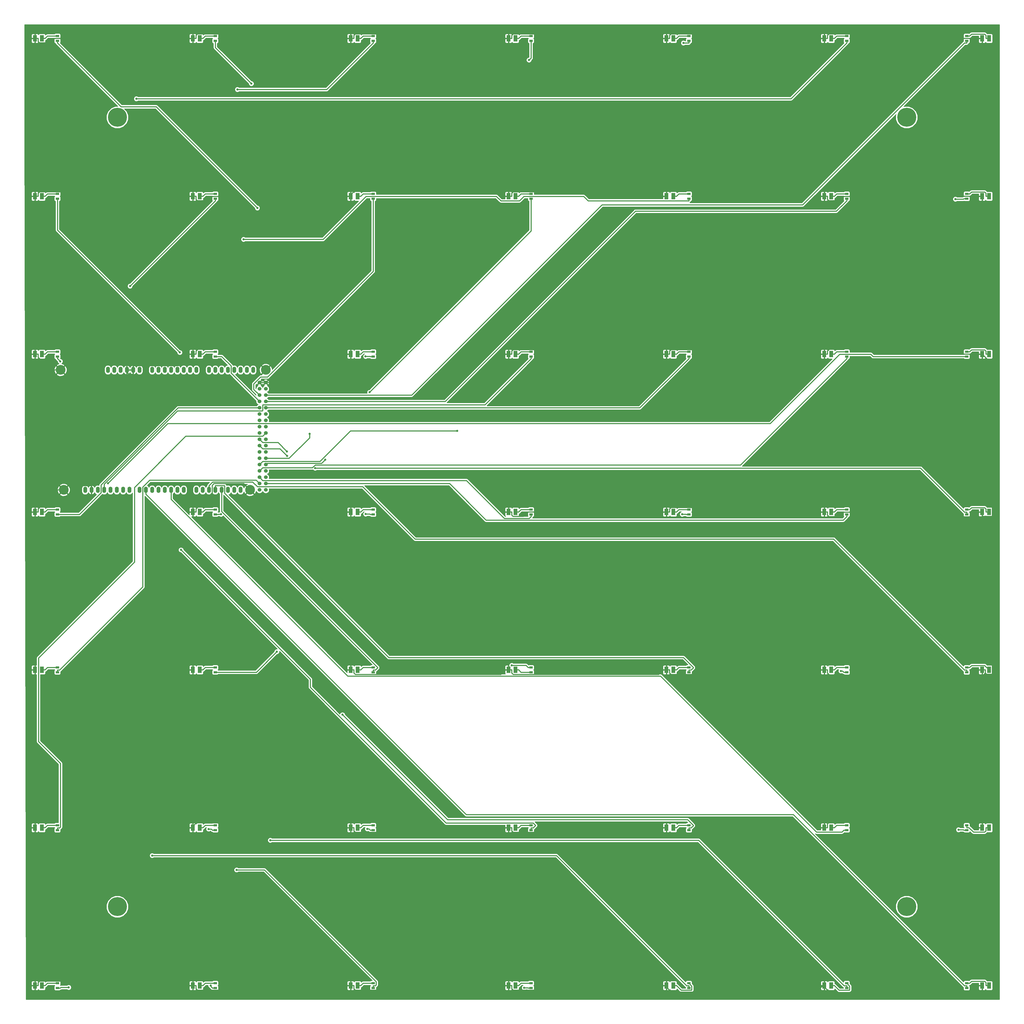
<source format=gtl>
G04 (created by PCBNEW-RS274X (2011-07-19)-testing) date Fri 03 Feb 2012 01:16:17 PM PST*
G01*
G70*
G90*
%MOIN*%
G04 Gerber Fmt 3.4, Leading zero omitted, Abs format*
%FSLAX34Y34*%
G04 APERTURE LIST*
%ADD10C,0.006000*%
%ADD11R,0.063000X0.102000*%
%ADD12R,0.055000X0.035000*%
%ADD13O,0.060000X0.100000*%
%ADD14C,0.155000*%
%ADD15C,0.060000*%
%ADD16C,0.300000*%
%ADD17C,0.035000*%
%ADD18C,0.015000*%
%ADD19C,0.010000*%
G04 APERTURE END LIST*
G54D10*
G54D11*
X113050Y-87500D03*
X111950Y-87500D03*
X138050Y-87500D03*
X136950Y-87500D03*
X163050Y-87500D03*
X161950Y-87500D03*
X13050Y-112500D03*
X11950Y-112500D03*
X38050Y-112500D03*
X36950Y-112500D03*
X63050Y-112500D03*
X61950Y-112500D03*
X88050Y-112500D03*
X86950Y-112500D03*
X113050Y-112500D03*
X111950Y-112500D03*
X138050Y-112500D03*
X136950Y-112500D03*
X163050Y-112500D03*
X161950Y-112500D03*
X13050Y-137500D03*
X11950Y-137500D03*
X38050Y-137500D03*
X36950Y-137500D03*
X63050Y-137500D03*
X61950Y-137500D03*
X88050Y-137500D03*
X86950Y-137500D03*
X113050Y-137500D03*
X111950Y-137500D03*
X138050Y-137500D03*
X136950Y-137500D03*
X163050Y-137500D03*
X161950Y-137500D03*
X13050Y-162500D03*
X11950Y-162500D03*
X38050Y-162500D03*
X36950Y-162500D03*
X63050Y-162500D03*
X61950Y-162500D03*
X88050Y-162500D03*
X86950Y-162500D03*
X113050Y-162500D03*
X111950Y-162500D03*
X138050Y-162500D03*
X136950Y-162500D03*
X163050Y-162500D03*
X161950Y-162500D03*
X13050Y-12500D03*
X11950Y-12500D03*
X38050Y-12500D03*
X36950Y-12500D03*
X63050Y-12500D03*
X61950Y-12500D03*
X88050Y-12500D03*
X86950Y-12500D03*
X113050Y-12500D03*
X111950Y-12500D03*
X138050Y-12500D03*
X136950Y-12500D03*
X163050Y-12500D03*
X161950Y-12500D03*
X13050Y-37500D03*
X11950Y-37500D03*
X38050Y-37500D03*
X36950Y-37500D03*
X63050Y-37500D03*
X61950Y-37500D03*
X88050Y-37500D03*
X86950Y-37500D03*
X113050Y-37500D03*
X111950Y-37500D03*
X88050Y-87500D03*
X86950Y-87500D03*
X63050Y-87500D03*
X61950Y-87500D03*
X38050Y-87500D03*
X36950Y-87500D03*
X13050Y-87500D03*
X11950Y-87500D03*
X163050Y-62500D03*
X161950Y-62500D03*
X138050Y-62500D03*
X136950Y-62500D03*
X113050Y-62500D03*
X111950Y-62500D03*
X88050Y-62500D03*
X86950Y-62500D03*
X63050Y-62500D03*
X61950Y-62500D03*
X38050Y-62500D03*
X36950Y-62500D03*
X13050Y-62500D03*
X11950Y-62500D03*
X163050Y-37500D03*
X161950Y-37500D03*
X138050Y-37500D03*
X136950Y-37500D03*
G54D12*
X40500Y-137875D03*
X40500Y-137125D03*
X15500Y-137875D03*
X15500Y-137125D03*
X159500Y-112875D03*
X159500Y-112125D03*
X140500Y-112875D03*
X140500Y-112125D03*
X115500Y-112875D03*
X115500Y-112125D03*
X90500Y-112125D03*
X90500Y-112875D03*
X65500Y-112875D03*
X65500Y-112125D03*
X40500Y-112875D03*
X40500Y-112125D03*
X15500Y-112875D03*
X15500Y-112125D03*
X159500Y-87875D03*
X159500Y-87125D03*
X140500Y-87875D03*
X140500Y-87125D03*
X115500Y-87875D03*
X115500Y-87125D03*
X65500Y-137875D03*
X65500Y-137125D03*
X90500Y-137875D03*
X90500Y-137125D03*
X115500Y-137875D03*
X115500Y-137125D03*
X140500Y-137875D03*
X140500Y-137125D03*
X159500Y-137875D03*
X159500Y-137125D03*
X15500Y-162875D03*
X15500Y-162125D03*
X40500Y-162875D03*
X40500Y-162125D03*
X65500Y-162875D03*
X65500Y-162125D03*
X90500Y-162875D03*
X90500Y-162125D03*
X115500Y-162875D03*
X115500Y-162125D03*
X140500Y-162875D03*
X140500Y-162125D03*
X159500Y-162875D03*
X159500Y-162125D03*
X15500Y-12875D03*
X15500Y-12125D03*
X40500Y-12875D03*
X40500Y-12125D03*
X65500Y-12875D03*
X65500Y-12125D03*
X90500Y-12875D03*
X90500Y-12125D03*
X115500Y-12875D03*
X115500Y-12125D03*
X140500Y-12875D03*
X140500Y-12125D03*
X159500Y-12875D03*
X159500Y-12125D03*
X15500Y-37875D03*
X15500Y-37125D03*
X40500Y-37875D03*
X40500Y-37125D03*
X65500Y-37875D03*
X65500Y-37125D03*
X90500Y-37875D03*
X90500Y-37125D03*
X115500Y-37875D03*
X115500Y-37125D03*
X140500Y-37875D03*
X140500Y-37125D03*
X159500Y-37875D03*
X159500Y-37125D03*
X15500Y-62875D03*
X15500Y-62125D03*
X40500Y-62875D03*
X40500Y-62125D03*
X65500Y-62875D03*
X65500Y-62125D03*
X90500Y-62875D03*
X90500Y-62125D03*
X115500Y-62875D03*
X115500Y-62125D03*
X140500Y-62875D03*
X140500Y-62125D03*
X159500Y-62875D03*
X159500Y-62125D03*
X15500Y-87875D03*
X15500Y-87125D03*
X40500Y-87875D03*
X40500Y-87125D03*
X65500Y-87875D03*
X65500Y-87125D03*
X90500Y-87875D03*
X90500Y-87125D03*
G54D13*
X37500Y-84000D03*
X38500Y-84000D03*
X39500Y-84000D03*
X40500Y-84000D03*
X41500Y-84000D03*
X42500Y-84000D03*
X43500Y-84000D03*
X44500Y-84000D03*
X46500Y-65000D03*
X45500Y-65000D03*
X44500Y-65000D03*
X43500Y-65000D03*
X39500Y-65000D03*
X37500Y-65000D03*
X36500Y-65000D03*
X40500Y-65000D03*
X41500Y-65000D03*
X42500Y-65000D03*
X35500Y-65000D03*
X34500Y-65000D03*
X33500Y-65000D03*
X30500Y-65000D03*
X31500Y-65000D03*
X32500Y-65000D03*
X28500Y-65000D03*
X27500Y-65000D03*
X26500Y-65000D03*
X24500Y-65000D03*
X23500Y-65000D03*
X35500Y-84000D03*
X34500Y-84000D03*
X33500Y-84000D03*
X32500Y-84000D03*
X31500Y-84000D03*
X30500Y-84000D03*
X29500Y-84000D03*
X28500Y-84000D03*
X26900Y-84000D03*
X25900Y-84000D03*
X24900Y-84000D03*
X23900Y-84000D03*
X22900Y-84000D03*
X21900Y-84000D03*
X20900Y-84000D03*
X19900Y-84000D03*
X25500Y-65000D03*
G54D14*
X48500Y-65000D03*
X46000Y-84000D03*
X16500Y-84000D03*
X16000Y-65000D03*
G54D15*
X47500Y-83000D03*
X48500Y-83000D03*
X47500Y-82000D03*
X48500Y-82000D03*
X47500Y-81000D03*
X48500Y-81000D03*
X47500Y-80000D03*
X48500Y-80000D03*
X47500Y-84000D03*
X48500Y-84000D03*
X48500Y-79000D03*
X47500Y-79000D03*
X47500Y-78000D03*
X48500Y-78000D03*
X47500Y-77000D03*
X48500Y-77000D03*
X47500Y-76000D03*
X48500Y-76000D03*
X47500Y-75000D03*
X48500Y-75000D03*
X47500Y-74000D03*
X48500Y-74000D03*
X47500Y-73000D03*
X48500Y-73000D03*
X47500Y-72000D03*
X48500Y-72000D03*
X47500Y-71000D03*
X48500Y-71000D03*
X47500Y-70000D03*
X48500Y-70000D03*
X47500Y-69000D03*
X48500Y-69000D03*
X47500Y-68000D03*
X48500Y-68000D03*
X47500Y-67000D03*
X48500Y-67000D03*
G54D16*
X25000Y-25000D03*
X150000Y-25000D03*
X25000Y-150000D03*
X150000Y-150000D03*
G54D17*
X47164Y-39351D03*
X114439Y-87860D03*
X56317Y-80562D03*
X50246Y-109626D03*
X87454Y-111781D03*
X139587Y-112677D03*
X64587Y-137677D03*
X60639Y-119599D03*
X51859Y-77908D03*
X158203Y-137812D03*
X39772Y-162492D03*
X90186Y-15927D03*
X51873Y-78622D03*
X89422Y-162842D03*
X49212Y-139490D03*
X46214Y-19655D03*
X55446Y-75115D03*
X114634Y-13228D03*
X34883Y-62235D03*
X57914Y-79235D03*
X64942Y-68529D03*
X78828Y-74669D03*
X157710Y-37950D03*
X64295Y-62847D03*
X41416Y-87855D03*
X39434Y-137709D03*
X35078Y-93501D03*
X17294Y-162789D03*
X43881Y-144178D03*
X30500Y-141907D03*
X44002Y-20580D03*
X28000Y-22061D03*
X27000Y-51728D03*
X44977Y-44319D03*
X15949Y-63637D03*
X23522Y-82958D03*
X64312Y-87812D03*
G54D18*
X25593Y-23321D02*
X15500Y-13228D01*
X31134Y-23321D02*
X25593Y-23321D01*
X47164Y-39351D02*
X31134Y-23321D01*
X15500Y-12875D02*
X15500Y-13228D01*
X115032Y-87860D02*
X115047Y-87875D01*
X114439Y-87860D02*
X115032Y-87860D01*
X115500Y-87875D02*
X115047Y-87875D01*
X159500Y-87875D02*
X159500Y-87522D01*
X159147Y-87522D02*
X159500Y-87522D01*
X152187Y-80562D02*
X159147Y-87522D01*
X56317Y-80562D02*
X152187Y-80562D01*
X46997Y-112875D02*
X40500Y-112875D01*
X50246Y-109626D02*
X46997Y-112875D01*
X90500Y-112125D02*
X90047Y-112125D01*
X89703Y-111781D02*
X87454Y-111781D01*
X90047Y-112125D02*
X89703Y-111781D01*
X139849Y-112677D02*
X140047Y-112875D01*
X139587Y-112677D02*
X139849Y-112677D01*
X140500Y-112875D02*
X140047Y-112875D01*
X15853Y-137522D02*
X15500Y-137522D01*
X15977Y-137398D02*
X15853Y-137522D01*
X15977Y-127329D02*
X15977Y-137398D01*
X12500Y-123852D02*
X15977Y-127329D01*
X12500Y-110624D02*
X12500Y-123852D01*
X27700Y-95424D02*
X12500Y-110624D01*
X27700Y-83624D02*
X27700Y-95424D01*
X35824Y-75500D02*
X27700Y-83624D01*
X48000Y-75500D02*
X35824Y-75500D01*
X48500Y-75000D02*
X48000Y-75500D01*
X15500Y-137875D02*
X15500Y-137522D01*
X64849Y-137677D02*
X65047Y-137875D01*
X64587Y-137677D02*
X64849Y-137677D01*
X65500Y-137875D02*
X65047Y-137875D01*
X115500Y-137875D02*
X115500Y-137522D01*
X77266Y-136226D02*
X60639Y-119599D01*
X115309Y-136226D02*
X77266Y-136226D01*
X116199Y-137116D02*
X115309Y-136226D01*
X116199Y-137176D02*
X116199Y-137116D01*
X115853Y-137522D02*
X116199Y-137176D01*
X115500Y-137522D02*
X115853Y-137522D01*
X50451Y-76500D02*
X51859Y-77908D01*
X48000Y-76500D02*
X50451Y-76500D01*
X47500Y-76000D02*
X48000Y-76500D01*
X158984Y-137812D02*
X159047Y-137875D01*
X158203Y-137812D02*
X158984Y-137812D01*
X159500Y-137875D02*
X159047Y-137875D01*
X40500Y-162875D02*
X40047Y-162875D01*
X39772Y-162600D02*
X39772Y-162492D01*
X40047Y-162875D02*
X39772Y-162600D01*
X90500Y-15613D02*
X90500Y-12875D01*
X90186Y-15927D02*
X90500Y-15613D01*
X50751Y-77500D02*
X51873Y-78622D01*
X48000Y-77500D02*
X50751Y-77500D01*
X47500Y-77000D02*
X48000Y-77500D01*
X90014Y-162842D02*
X90047Y-162875D01*
X89422Y-162842D02*
X90014Y-162842D01*
X90500Y-162875D02*
X90047Y-162875D01*
X140500Y-162875D02*
X140500Y-162522D01*
X140071Y-162522D02*
X140500Y-162522D01*
X117039Y-139490D02*
X140071Y-162522D01*
X49212Y-139490D02*
X117039Y-139490D01*
X40500Y-13941D02*
X40500Y-12875D01*
X46214Y-19655D02*
X40500Y-13941D01*
X55446Y-75750D02*
X55446Y-75115D01*
X52196Y-79000D02*
X55446Y-75750D01*
X48500Y-79000D02*
X52196Y-79000D01*
X115500Y-12875D02*
X115500Y-13228D01*
X115500Y-13228D02*
X114634Y-13228D01*
X15500Y-42852D02*
X15500Y-37875D01*
X34883Y-62235D02*
X15500Y-42852D01*
X57354Y-79795D02*
X57914Y-79235D01*
X48705Y-79795D02*
X57354Y-79795D01*
X48500Y-80000D02*
X48705Y-79795D01*
X90500Y-42971D02*
X90500Y-37875D01*
X64942Y-68529D02*
X90500Y-42971D01*
X158972Y-37950D02*
X159047Y-37875D01*
X157710Y-37950D02*
X158972Y-37950D01*
X159500Y-37875D02*
X159047Y-37875D01*
X48000Y-79500D02*
X47500Y-80000D01*
X57089Y-79500D02*
X48000Y-79500D01*
X61920Y-74669D02*
X57089Y-79500D01*
X78828Y-74669D02*
X61920Y-74669D01*
X65019Y-62847D02*
X65047Y-62875D01*
X64295Y-62847D02*
X65019Y-62847D01*
X65500Y-62875D02*
X65047Y-62875D01*
X140500Y-62875D02*
X140500Y-63228D01*
X47997Y-80503D02*
X47500Y-81000D01*
X55877Y-80503D02*
X47997Y-80503D01*
X56331Y-80049D02*
X55877Y-80503D01*
X123679Y-80049D02*
X56331Y-80049D01*
X140500Y-63228D02*
X123679Y-80049D01*
X40500Y-87875D02*
X40953Y-87875D01*
X40973Y-87855D02*
X41416Y-87855D01*
X40953Y-87875D02*
X40973Y-87855D01*
X159147Y-13228D02*
X159500Y-13228D01*
X133528Y-38847D02*
X159147Y-13228D01*
X101750Y-38847D02*
X133528Y-38847D01*
X71597Y-69000D02*
X101750Y-38847D01*
X48500Y-69000D02*
X71597Y-69000D01*
X159500Y-12875D02*
X159500Y-13228D01*
X90202Y-88526D02*
X90500Y-88228D01*
X86290Y-88526D02*
X90202Y-88526D01*
X80275Y-82511D02*
X86290Y-88526D01*
X48011Y-82511D02*
X80275Y-82511D01*
X47500Y-82000D02*
X48011Y-82511D01*
X90500Y-87875D02*
X90500Y-88228D01*
X140500Y-87875D02*
X140500Y-88228D01*
X139948Y-88780D02*
X140500Y-88228D01*
X83383Y-88780D02*
X139948Y-88780D01*
X77603Y-83000D02*
X83383Y-88780D01*
X48500Y-83000D02*
X77603Y-83000D01*
X15853Y-112522D02*
X15500Y-112522D01*
X29022Y-99353D02*
X15853Y-112522D01*
X29022Y-83548D02*
X29022Y-99353D01*
X30106Y-82464D02*
X29022Y-83548D01*
X46964Y-82464D02*
X30106Y-82464D01*
X47500Y-83000D02*
X46964Y-82464D01*
X15500Y-112875D02*
X15500Y-112522D01*
X65853Y-112522D02*
X65500Y-112522D01*
X66205Y-112170D02*
X65853Y-112522D01*
X66205Y-112110D02*
X66205Y-112170D01*
X41500Y-87405D02*
X66205Y-112110D01*
X41500Y-84000D02*
X41500Y-87405D01*
X65500Y-112875D02*
X65500Y-112522D01*
X115853Y-112522D02*
X115500Y-112522D01*
X116205Y-112170D02*
X115853Y-112522D01*
X116205Y-112110D02*
X116205Y-112170D01*
X114636Y-110541D02*
X116205Y-112110D01*
X67990Y-110541D02*
X114636Y-110541D01*
X41979Y-84530D02*
X67990Y-110541D01*
X41979Y-83345D02*
X41979Y-84530D01*
X41956Y-83322D02*
X41979Y-83345D01*
X40500Y-83322D02*
X41956Y-83322D01*
X40500Y-84000D02*
X40500Y-83322D01*
X115500Y-112875D02*
X115500Y-112522D01*
X39500Y-84000D02*
X39500Y-83322D01*
X159500Y-112875D02*
X159500Y-112522D01*
X159147Y-112522D02*
X159500Y-112522D01*
X138423Y-91798D02*
X159147Y-112522D01*
X72153Y-91798D02*
X138423Y-91798D01*
X63855Y-83500D02*
X72153Y-91798D01*
X47178Y-83500D02*
X63855Y-83500D01*
X46425Y-82747D02*
X47178Y-83500D01*
X40075Y-82747D02*
X46425Y-82747D01*
X39500Y-83322D02*
X40075Y-82747D01*
X39881Y-137709D02*
X40047Y-137875D01*
X39434Y-137709D02*
X39881Y-137709D01*
X40500Y-137875D02*
X40047Y-137875D01*
X90853Y-137522D02*
X90500Y-137522D01*
X91209Y-137166D02*
X90853Y-137522D01*
X91209Y-137106D02*
X91209Y-137166D01*
X90850Y-136747D02*
X91209Y-137106D01*
X77041Y-136747D02*
X90850Y-136747D01*
X55563Y-115269D02*
X77041Y-136747D01*
X55563Y-113986D02*
X55563Y-115269D01*
X35078Y-93501D02*
X55563Y-113986D01*
X90500Y-137875D02*
X90500Y-137522D01*
X139733Y-138189D02*
X140047Y-137875D01*
X135724Y-138189D02*
X139733Y-138189D01*
X111018Y-113483D02*
X135724Y-138189D01*
X61495Y-113483D02*
X111018Y-113483D01*
X33500Y-85488D02*
X61495Y-113483D01*
X33500Y-84000D02*
X33500Y-85488D01*
X140500Y-137875D02*
X140047Y-137875D01*
X16039Y-162789D02*
X15953Y-162875D01*
X17294Y-162789D02*
X16039Y-162789D01*
X15500Y-162875D02*
X15953Y-162875D01*
X65500Y-49382D02*
X65500Y-37875D01*
X48774Y-66108D02*
X65500Y-49382D01*
X47694Y-66108D02*
X48774Y-66108D01*
X46590Y-67212D02*
X47694Y-66108D01*
X46590Y-68090D02*
X46590Y-67212D01*
X47500Y-69000D02*
X46590Y-68090D01*
X65853Y-162522D02*
X65500Y-162522D01*
X65977Y-162398D02*
X65853Y-162522D01*
X65977Y-161877D02*
X65977Y-162398D01*
X48278Y-144178D02*
X65977Y-161877D01*
X43881Y-144178D02*
X48278Y-144178D01*
X65500Y-162875D02*
X65500Y-162522D01*
X115500Y-162875D02*
X115500Y-162522D01*
X115147Y-162522D02*
X115500Y-162522D01*
X94532Y-141907D02*
X115147Y-162522D01*
X30500Y-141907D02*
X94532Y-141907D01*
X29500Y-84000D02*
X29500Y-84678D01*
X159500Y-162875D02*
X159500Y-162522D01*
X159147Y-162522D02*
X159500Y-162522D01*
X132049Y-135424D02*
X159147Y-162522D01*
X80246Y-135424D02*
X132049Y-135424D01*
X29500Y-84678D02*
X80246Y-135424D01*
X58148Y-20580D02*
X65500Y-13228D01*
X44002Y-20580D02*
X58148Y-20580D01*
X65500Y-12875D02*
X65500Y-13228D01*
X140500Y-12875D02*
X140500Y-13228D01*
X131667Y-22061D02*
X28000Y-22061D01*
X140500Y-13228D02*
X131667Y-22061D01*
X40500Y-37875D02*
X40500Y-38228D01*
X40500Y-38228D02*
X27000Y-51728D01*
X115500Y-37875D02*
X115500Y-38228D01*
X99538Y-38228D02*
X115500Y-38228D01*
X98831Y-37521D02*
X99538Y-38228D01*
X89373Y-37521D02*
X98831Y-37521D01*
X88665Y-38229D02*
X89373Y-37521D01*
X85733Y-38229D02*
X88665Y-38229D01*
X85025Y-37521D02*
X85733Y-38229D01*
X64373Y-37521D02*
X85025Y-37521D01*
X57575Y-44319D02*
X64373Y-37521D01*
X44977Y-44319D02*
X57575Y-44319D01*
X15540Y-63228D02*
X15500Y-63228D01*
X15949Y-63637D02*
X15540Y-63228D01*
X15500Y-62875D02*
X15500Y-63228D01*
X22900Y-84000D02*
X22900Y-83322D01*
X90500Y-62875D02*
X90500Y-63228D01*
X22900Y-83081D02*
X22900Y-83322D01*
X34502Y-71479D02*
X22900Y-83081D01*
X47957Y-71479D02*
X34502Y-71479D01*
X48001Y-71435D02*
X47957Y-71479D01*
X48001Y-70553D02*
X48001Y-71435D01*
X48048Y-70506D02*
X48001Y-70553D01*
X83222Y-70506D02*
X48048Y-70506D01*
X90500Y-63228D02*
X83222Y-70506D01*
X144679Y-62875D02*
X159500Y-62875D01*
X144325Y-62521D02*
X144679Y-62875D01*
X139373Y-62521D02*
X144325Y-62521D01*
X128394Y-73500D02*
X139373Y-62521D01*
X32980Y-73500D02*
X128394Y-73500D01*
X23522Y-82958D02*
X32980Y-73500D01*
X140500Y-37875D02*
X140500Y-38228D01*
X138862Y-39866D02*
X140500Y-38228D01*
X107047Y-39866D02*
X138862Y-39866D01*
X76913Y-70000D02*
X107047Y-39866D01*
X48500Y-70000D02*
X76913Y-70000D01*
X41511Y-62875D02*
X40500Y-62875D01*
X43000Y-64364D02*
X41511Y-62875D01*
X43000Y-65500D02*
X43000Y-64364D01*
X47500Y-70000D02*
X43000Y-65500D01*
X115500Y-62875D02*
X115500Y-63228D01*
X107728Y-71000D02*
X48500Y-71000D01*
X115500Y-63228D02*
X107728Y-71000D01*
X18975Y-87875D02*
X15500Y-87875D01*
X22400Y-84450D02*
X18975Y-87875D01*
X22400Y-83223D02*
X22400Y-84450D01*
X34623Y-71000D02*
X22400Y-83223D01*
X47500Y-71000D02*
X34623Y-71000D01*
X65500Y-87875D02*
X65047Y-87875D01*
X64984Y-87812D02*
X64312Y-87812D01*
X65047Y-87875D02*
X64984Y-87812D01*
X20900Y-84000D02*
X20900Y-83322D01*
X11950Y-12500D02*
X12443Y-12500D01*
X136950Y-12500D02*
X136457Y-12500D01*
X135728Y-11771D02*
X136457Y-12500D01*
X112679Y-11771D02*
X135728Y-11771D01*
X112443Y-12007D02*
X112679Y-11771D01*
X112443Y-12500D02*
X112443Y-12007D01*
X20900Y-83322D02*
X19227Y-83322D01*
X27500Y-65000D02*
X27500Y-64322D01*
X23951Y-68227D02*
X26500Y-65678D01*
X19227Y-68227D02*
X23951Y-68227D01*
X19227Y-83322D02*
X19227Y-68227D01*
X26500Y-65000D02*
X26500Y-65339D01*
X26500Y-65339D02*
X26500Y-65678D01*
X26839Y-65678D02*
X27500Y-65678D01*
X26500Y-65339D02*
X26839Y-65678D01*
X27500Y-65000D02*
X27500Y-65678D01*
X11950Y-162500D02*
X12443Y-162500D01*
X11950Y-137500D02*
X11950Y-138188D01*
X62443Y-112993D02*
X62443Y-112500D01*
X62679Y-113229D02*
X62443Y-112993D01*
X85728Y-113229D02*
X62679Y-113229D01*
X86457Y-112500D02*
X85728Y-113229D01*
X86950Y-112500D02*
X86457Y-112500D01*
X61950Y-112500D02*
X62443Y-112500D01*
X87443Y-162993D02*
X87443Y-162500D01*
X87679Y-163229D02*
X87443Y-162993D01*
X110728Y-163229D02*
X87679Y-163229D01*
X111457Y-162500D02*
X110728Y-163229D01*
X87197Y-162500D02*
X87443Y-162500D01*
X87197Y-162500D02*
X86950Y-162500D01*
X62443Y-162993D02*
X62443Y-162500D01*
X62679Y-163229D02*
X62443Y-162993D01*
X85728Y-163229D02*
X62679Y-163229D01*
X86457Y-162500D02*
X85728Y-163229D01*
X86950Y-162500D02*
X86457Y-162500D01*
X161950Y-87500D02*
X161950Y-88188D01*
X86950Y-87500D02*
X87443Y-87500D01*
X136950Y-87500D02*
X137443Y-87500D01*
X136950Y-87500D02*
X136457Y-87500D01*
X89984Y-87500D02*
X111950Y-87500D01*
X89295Y-88189D02*
X89984Y-87500D01*
X87639Y-88189D02*
X89295Y-88189D01*
X87443Y-87993D02*
X87639Y-88189D01*
X87443Y-87500D02*
X87443Y-87993D01*
X135728Y-86771D02*
X136457Y-87500D01*
X112679Y-86771D02*
X135728Y-86771D01*
X112443Y-87007D02*
X112679Y-86771D01*
X112443Y-87500D02*
X112443Y-87007D01*
X111950Y-87500D02*
X112443Y-87500D01*
X35728Y-161771D02*
X36457Y-162500D01*
X12679Y-161771D02*
X35728Y-161771D01*
X12443Y-162007D02*
X12679Y-161771D01*
X12443Y-162500D02*
X12443Y-162007D01*
X36950Y-162500D02*
X36457Y-162500D01*
X62197Y-162500D02*
X62443Y-162500D01*
X62197Y-162500D02*
X61950Y-162500D01*
X37443Y-162993D02*
X37443Y-162500D01*
X37679Y-163229D02*
X37443Y-162993D01*
X60728Y-163229D02*
X37679Y-163229D01*
X61457Y-162500D02*
X60728Y-163229D01*
X61950Y-162500D02*
X61457Y-162500D01*
X36950Y-162500D02*
X37443Y-162500D01*
X35082Y-138875D02*
X36457Y-137500D01*
X12679Y-138875D02*
X35082Y-138875D01*
X12679Y-161771D02*
X12679Y-138875D01*
X11992Y-138188D02*
X11950Y-138188D01*
X12679Y-138875D02*
X11992Y-138188D01*
X112197Y-12500D02*
X112443Y-12500D01*
X62443Y-12007D02*
X62443Y-12500D01*
X62679Y-11771D02*
X62443Y-12007D01*
X85728Y-11771D02*
X62679Y-11771D01*
X86457Y-12500D02*
X85728Y-11771D01*
X86950Y-12500D02*
X86457Y-12500D01*
X112197Y-12500D02*
X111950Y-12500D01*
X87443Y-12007D02*
X87443Y-12500D01*
X87679Y-11771D02*
X87443Y-12007D01*
X110728Y-11771D02*
X87679Y-11771D01*
X111457Y-12500D02*
X110728Y-11771D01*
X111950Y-12500D02*
X111457Y-12500D01*
X86950Y-12500D02*
X87443Y-12500D01*
X87443Y-112993D02*
X87443Y-112500D01*
X87679Y-113229D02*
X87443Y-112993D01*
X110728Y-113229D02*
X87679Y-113229D01*
X111457Y-112500D02*
X110728Y-113229D01*
X111950Y-112500D02*
X111457Y-112500D01*
X86950Y-112500D02*
X87443Y-112500D01*
X11950Y-112500D02*
X11950Y-113188D01*
X36950Y-62500D02*
X37443Y-62500D01*
X111950Y-162500D02*
X111704Y-162500D01*
X111704Y-162500D02*
X111457Y-162500D01*
X136950Y-162500D02*
X136704Y-162500D01*
X136950Y-12500D02*
X137443Y-12500D01*
X62197Y-12500D02*
X62443Y-12500D01*
X62197Y-12500D02*
X61950Y-12500D01*
X44945Y-61445D02*
X43954Y-61445D01*
X48500Y-65000D02*
X44945Y-61445D01*
X37443Y-62007D02*
X37443Y-62500D01*
X38005Y-61445D02*
X37443Y-62007D01*
X43954Y-61445D02*
X38005Y-61445D01*
X11950Y-62500D02*
X12443Y-62500D01*
X19227Y-68227D02*
X16000Y-65000D01*
X12443Y-62993D02*
X12443Y-62500D01*
X14450Y-65000D02*
X12443Y-62993D01*
X16000Y-65000D02*
X14450Y-65000D01*
X36950Y-37500D02*
X36457Y-37500D01*
X11950Y-37500D02*
X12443Y-37500D01*
X12639Y-13189D02*
X13875Y-13189D01*
X12443Y-12993D02*
X12639Y-13189D01*
X12443Y-12500D02*
X12443Y-12993D01*
X13875Y-36771D02*
X13875Y-13189D01*
X35728Y-36771D02*
X13875Y-36771D01*
X36457Y-37500D02*
X35728Y-36771D01*
X12443Y-37007D02*
X12443Y-37500D01*
X12679Y-36771D02*
X12443Y-37007D01*
X13875Y-36771D02*
X12679Y-36771D01*
X36950Y-37500D02*
X37443Y-37500D01*
X111950Y-137500D02*
X111457Y-137500D01*
X110728Y-138229D02*
X111457Y-137500D01*
X87679Y-138229D02*
X110728Y-138229D01*
X87443Y-137993D02*
X87679Y-138229D01*
X87443Y-137500D02*
X87443Y-137993D01*
X161900Y-88238D02*
X161950Y-88188D01*
X149216Y-88238D02*
X161900Y-88238D01*
X148499Y-87521D02*
X149216Y-88238D01*
X139373Y-87521D02*
X148499Y-87521D01*
X138665Y-88229D02*
X139373Y-87521D01*
X137679Y-88229D02*
X138665Y-88229D01*
X137443Y-87993D02*
X137679Y-88229D01*
X137443Y-87500D02*
X137443Y-87993D01*
X36950Y-137500D02*
X36704Y-137500D01*
X36704Y-137500D02*
X36457Y-137500D01*
X61950Y-137500D02*
X61457Y-137500D01*
X87197Y-137500D02*
X87443Y-137500D01*
X87197Y-137500D02*
X86950Y-137500D01*
X62443Y-137993D02*
X62443Y-137500D01*
X62679Y-138229D02*
X62443Y-137993D01*
X85728Y-138229D02*
X62679Y-138229D01*
X86457Y-137500D02*
X85728Y-138229D01*
X86950Y-137500D02*
X86457Y-137500D01*
X61950Y-137500D02*
X62443Y-137500D01*
X61950Y-12500D02*
X61457Y-12500D01*
X14564Y-12500D02*
X36950Y-12500D01*
X13875Y-13189D02*
X14564Y-12500D01*
X60728Y-11771D02*
X61457Y-12500D01*
X37679Y-11771D02*
X60728Y-11771D01*
X37443Y-12007D02*
X37679Y-11771D01*
X37443Y-12500D02*
X37443Y-12007D01*
X36950Y-12500D02*
X37443Y-12500D01*
X112443Y-112993D02*
X112443Y-112500D01*
X112679Y-113229D02*
X112443Y-112993D01*
X135728Y-113229D02*
X112679Y-113229D01*
X136457Y-112500D02*
X135728Y-113229D01*
X136950Y-112500D02*
X136457Y-112500D01*
X111950Y-112500D02*
X112443Y-112500D01*
X161950Y-112500D02*
X162443Y-112500D01*
X11950Y-137500D02*
X11950Y-113188D01*
X36950Y-136188D02*
X36950Y-112500D01*
X37483Y-136721D02*
X36950Y-136188D01*
X36704Y-137500D02*
X37483Y-136721D01*
X60678Y-136721D02*
X61457Y-137500D01*
X37483Y-136721D02*
X60678Y-136721D01*
X136950Y-37500D02*
X137443Y-37500D01*
X112722Y-163518D02*
X111704Y-162500D01*
X135686Y-163518D02*
X112722Y-163518D01*
X136704Y-162500D02*
X135686Y-163518D01*
X161950Y-162500D02*
X161457Y-162500D01*
X159982Y-163975D02*
X161457Y-162500D01*
X138179Y-163975D02*
X159982Y-163975D01*
X136704Y-162500D02*
X138179Y-163975D01*
X161950Y-88188D02*
X163509Y-88188D01*
X163544Y-64094D02*
X161950Y-62500D01*
X163544Y-88153D02*
X163544Y-64094D01*
X163509Y-88188D02*
X163544Y-88153D01*
X161950Y-37500D02*
X161457Y-37500D01*
X141124Y-37522D02*
X142649Y-39047D01*
X139372Y-37522D02*
X141124Y-37522D01*
X138706Y-38188D02*
X139372Y-37522D01*
X137638Y-38188D02*
X138706Y-38188D01*
X137443Y-37993D02*
X137638Y-38188D01*
X137443Y-37500D02*
X137443Y-37993D01*
X61950Y-87500D02*
X61457Y-87500D01*
X47500Y-67000D02*
X48500Y-67000D01*
X61950Y-62500D02*
X61457Y-62500D01*
X17178Y-83322D02*
X16500Y-84000D01*
X19227Y-83322D02*
X17178Y-83322D01*
X12443Y-87007D02*
X12443Y-87500D01*
X15450Y-84000D02*
X12443Y-87007D01*
X16500Y-84000D02*
X15450Y-84000D01*
X11950Y-87500D02*
X12162Y-87500D01*
X12162Y-87500D02*
X12443Y-87500D01*
X11950Y-87712D02*
X11950Y-112500D01*
X12162Y-87500D02*
X11950Y-87712D01*
X34635Y-64322D02*
X36457Y-62500D01*
X27500Y-64322D02*
X34635Y-64322D01*
X36950Y-62500D02*
X36457Y-62500D01*
X49500Y-87500D02*
X46000Y-84000D01*
X61457Y-87500D02*
X49500Y-87500D01*
X37443Y-87007D02*
X37443Y-87500D01*
X40000Y-84450D02*
X37443Y-87007D01*
X40000Y-83275D02*
X40000Y-84450D01*
X40275Y-83000D02*
X40000Y-83275D01*
X45000Y-83000D02*
X40275Y-83000D01*
X46000Y-84000D02*
X45000Y-83000D01*
X36950Y-87500D02*
X37443Y-87500D01*
X112443Y-62007D02*
X112443Y-62500D01*
X112679Y-61771D02*
X112443Y-62007D01*
X135728Y-61771D02*
X112679Y-61771D01*
X136457Y-62500D02*
X135728Y-61771D01*
X136950Y-62500D02*
X136457Y-62500D01*
X111950Y-62500D02*
X112443Y-62500D01*
X110728Y-61771D02*
X111457Y-62500D01*
X87679Y-61771D02*
X110728Y-61771D01*
X87443Y-62007D02*
X87679Y-61771D01*
X87443Y-62500D02*
X87443Y-62007D01*
X86950Y-62500D02*
X87443Y-62500D01*
X111950Y-62500D02*
X111457Y-62500D01*
X137443Y-62007D02*
X137443Y-62500D01*
X142649Y-56801D02*
X137443Y-62007D01*
X142649Y-39047D02*
X142649Y-56801D01*
X148348Y-62500D02*
X161950Y-62500D01*
X142649Y-56801D02*
X148348Y-62500D01*
X136950Y-62500D02*
X137443Y-62500D01*
X136950Y-112500D02*
X137443Y-112500D01*
X142889Y-12500D02*
X160087Y-12500D01*
X142160Y-11771D02*
X142889Y-12500D01*
X137679Y-11771D02*
X142160Y-11771D01*
X137443Y-12007D02*
X137679Y-11771D01*
X137443Y-12500D02*
X137443Y-12007D01*
X160087Y-12500D02*
X161950Y-12500D01*
X158736Y-36120D02*
X158736Y-37500D01*
X160087Y-34769D02*
X158736Y-36120D01*
X160087Y-12500D02*
X160087Y-34769D01*
X157356Y-37500D02*
X158736Y-37500D01*
X155809Y-39047D02*
X157356Y-37500D01*
X142649Y-39047D02*
X155809Y-39047D01*
X158736Y-37500D02*
X161457Y-37500D01*
X56957Y-67000D02*
X48500Y-67000D01*
X61457Y-62500D02*
X56957Y-67000D01*
X58610Y-40347D02*
X61457Y-37500D01*
X43954Y-40347D02*
X58610Y-40347D01*
X43954Y-61445D02*
X43954Y-40347D01*
X37443Y-37993D02*
X37443Y-37500D01*
X37639Y-38189D02*
X37443Y-37993D01*
X39295Y-38189D02*
X37639Y-38189D01*
X39963Y-37521D02*
X39295Y-38189D01*
X41128Y-37521D02*
X39963Y-37521D01*
X43954Y-40347D02*
X41128Y-37521D01*
X61950Y-37500D02*
X61704Y-37500D01*
X61704Y-37500D02*
X61457Y-37500D01*
X85632Y-36675D02*
X86457Y-37500D01*
X62529Y-36675D02*
X85632Y-36675D01*
X61704Y-37500D02*
X62529Y-36675D01*
X86950Y-37500D02*
X86457Y-37500D01*
X87443Y-37007D02*
X87443Y-37500D01*
X87679Y-36771D02*
X87443Y-37007D01*
X110728Y-36771D02*
X87679Y-36771D01*
X111457Y-37500D02*
X110728Y-36771D01*
X111950Y-37500D02*
X111457Y-37500D01*
X86950Y-37500D02*
X87443Y-37500D01*
X162443Y-112500D02*
X162443Y-112993D01*
X163544Y-88223D02*
X163509Y-88188D01*
X163544Y-113146D02*
X163544Y-88223D01*
X163501Y-113189D02*
X163544Y-113146D01*
X162639Y-113189D02*
X163501Y-113189D01*
X162443Y-112993D02*
X162639Y-113189D01*
X161950Y-119950D02*
X161950Y-137500D01*
X158718Y-116718D02*
X161950Y-119950D01*
X162443Y-112993D02*
X158718Y-116718D01*
X136950Y-137500D02*
X137443Y-137500D01*
X137443Y-120443D02*
X137443Y-137500D01*
X141168Y-116718D02*
X137443Y-120443D01*
X158718Y-116718D02*
X141168Y-116718D01*
X137443Y-112993D02*
X137443Y-112500D01*
X141168Y-116718D02*
X137443Y-112993D01*
X63050Y-87500D02*
X63543Y-87500D01*
X63918Y-87125D02*
X63543Y-87500D01*
X65500Y-87125D02*
X63918Y-87125D01*
X162557Y-87007D02*
X162557Y-87500D01*
X162361Y-86811D02*
X162557Y-87007D01*
X160267Y-86811D02*
X162361Y-86811D01*
X159953Y-87125D02*
X160267Y-86811D01*
X159500Y-87125D02*
X159953Y-87125D01*
X163050Y-87500D02*
X162557Y-87500D01*
X113918Y-87125D02*
X113543Y-87500D01*
X115500Y-87125D02*
X113918Y-87125D01*
X113050Y-87500D02*
X113543Y-87500D01*
X138918Y-112125D02*
X138543Y-112500D01*
X140500Y-112125D02*
X138918Y-112125D01*
X138050Y-112500D02*
X138543Y-112500D01*
X88918Y-62125D02*
X88543Y-62500D01*
X90500Y-62125D02*
X88918Y-62125D01*
X88050Y-62500D02*
X88543Y-62500D01*
X13918Y-62125D02*
X13543Y-62500D01*
X15500Y-62125D02*
X13918Y-62125D01*
X13050Y-62500D02*
X13543Y-62500D01*
X13918Y-87125D02*
X13543Y-87500D01*
X15500Y-87125D02*
X13918Y-87125D01*
X13050Y-87500D02*
X13543Y-87500D01*
X113918Y-112125D02*
X113543Y-112500D01*
X115500Y-112125D02*
X113918Y-112125D01*
X113050Y-112500D02*
X113543Y-112500D01*
X162361Y-111811D02*
X163050Y-112500D01*
X160267Y-111811D02*
X162361Y-111811D01*
X159953Y-112125D02*
X160267Y-111811D01*
X159500Y-112125D02*
X159953Y-112125D01*
X138918Y-87125D02*
X138543Y-87500D01*
X140500Y-87125D02*
X138918Y-87125D01*
X138050Y-87500D02*
X138543Y-87500D01*
X88918Y-112875D02*
X88543Y-112500D01*
X90500Y-112875D02*
X88918Y-112875D01*
X88050Y-112500D02*
X88543Y-112500D01*
X38918Y-112125D02*
X38543Y-112500D01*
X40500Y-112125D02*
X38918Y-112125D01*
X38050Y-112500D02*
X38543Y-112500D01*
X63918Y-112125D02*
X63543Y-112500D01*
X65500Y-112125D02*
X63918Y-112125D01*
X63050Y-112500D02*
X63543Y-112500D01*
X162557Y-162007D02*
X162557Y-162500D01*
X162361Y-161811D02*
X162557Y-162007D01*
X160267Y-161811D02*
X162361Y-161811D01*
X159953Y-162125D02*
X160267Y-161811D01*
X159500Y-162125D02*
X159953Y-162125D01*
X163050Y-162500D02*
X162557Y-162500D01*
X138918Y-137125D02*
X138543Y-137500D01*
X140500Y-137125D02*
X138918Y-137125D01*
X138050Y-137500D02*
X138543Y-137500D01*
X13918Y-162125D02*
X13543Y-162500D01*
X15500Y-162125D02*
X13918Y-162125D01*
X13050Y-162500D02*
X13543Y-162500D01*
X63918Y-137125D02*
X63543Y-137500D01*
X65500Y-137125D02*
X63918Y-137125D01*
X63050Y-137500D02*
X63543Y-137500D01*
X13918Y-137125D02*
X13543Y-137500D01*
X15500Y-137125D02*
X13918Y-137125D01*
X13050Y-137500D02*
X13543Y-137500D01*
X63918Y-162125D02*
X63543Y-162500D01*
X65500Y-162125D02*
X63918Y-162125D01*
X63050Y-162500D02*
X63543Y-162500D01*
X114272Y-163229D02*
X113543Y-162500D01*
X115911Y-163229D02*
X114272Y-163229D01*
X115954Y-163186D02*
X115911Y-163229D01*
X115954Y-162579D02*
X115954Y-163186D01*
X115500Y-162125D02*
X115954Y-162579D01*
X113050Y-162500D02*
X113543Y-162500D01*
X113918Y-37125D02*
X113543Y-37500D01*
X115500Y-37125D02*
X113918Y-37125D01*
X113050Y-37500D02*
X113543Y-37500D01*
X38918Y-37125D02*
X38543Y-37500D01*
X40500Y-37125D02*
X38918Y-37125D01*
X38050Y-37500D02*
X38543Y-37500D01*
X162557Y-62007D02*
X162557Y-62500D01*
X162361Y-61811D02*
X162557Y-62007D01*
X160267Y-61811D02*
X162361Y-61811D01*
X159953Y-62125D02*
X160267Y-61811D01*
X159500Y-62125D02*
X159953Y-62125D01*
X163050Y-62500D02*
X162557Y-62500D01*
X88918Y-137125D02*
X88543Y-137500D01*
X90500Y-137125D02*
X88918Y-137125D01*
X88050Y-137500D02*
X88543Y-137500D01*
X38050Y-137500D02*
X38543Y-137500D01*
X38918Y-137125D02*
X40047Y-137125D01*
X38543Y-137500D02*
X38918Y-137125D01*
X40500Y-137125D02*
X40047Y-137125D01*
X63918Y-12125D02*
X63543Y-12500D01*
X65500Y-12125D02*
X63918Y-12125D01*
X63050Y-12500D02*
X63543Y-12500D01*
X138918Y-12125D02*
X138543Y-12500D01*
X140500Y-12125D02*
X138918Y-12125D01*
X138050Y-12500D02*
X138543Y-12500D01*
X88918Y-12125D02*
X88543Y-12500D01*
X90500Y-12125D02*
X88918Y-12125D01*
X88050Y-12500D02*
X88543Y-12500D01*
X13918Y-12125D02*
X13543Y-12500D01*
X15500Y-12125D02*
X13918Y-12125D01*
X13050Y-12500D02*
X13543Y-12500D01*
X113918Y-12125D02*
X113543Y-12500D01*
X115500Y-12125D02*
X113918Y-12125D01*
X113050Y-12500D02*
X113543Y-12500D01*
X88918Y-37125D02*
X88543Y-37500D01*
X90500Y-37125D02*
X88918Y-37125D01*
X88050Y-37500D02*
X88543Y-37500D01*
X13918Y-37125D02*
X13543Y-37500D01*
X15500Y-37125D02*
X13918Y-37125D01*
X13050Y-37500D02*
X13543Y-37500D01*
X138918Y-62125D02*
X138543Y-62500D01*
X140500Y-62125D02*
X138918Y-62125D01*
X138050Y-62500D02*
X138543Y-62500D01*
X13918Y-112125D02*
X13543Y-112500D01*
X15500Y-112125D02*
X13918Y-112125D01*
X13050Y-112500D02*
X13543Y-112500D01*
X88918Y-87125D02*
X88543Y-87500D01*
X90500Y-87125D02*
X88918Y-87125D01*
X88050Y-87500D02*
X88543Y-87500D01*
X38918Y-87125D02*
X38543Y-87500D01*
X40500Y-87125D02*
X38918Y-87125D01*
X38050Y-87500D02*
X38543Y-87500D01*
X38918Y-12125D02*
X38543Y-12500D01*
X40500Y-12125D02*
X38918Y-12125D01*
X38050Y-12500D02*
X38543Y-12500D01*
X38918Y-62125D02*
X38543Y-62500D01*
X40500Y-62125D02*
X38918Y-62125D01*
X38050Y-62500D02*
X38543Y-62500D01*
X113918Y-62125D02*
X113543Y-62500D01*
X115500Y-62125D02*
X113918Y-62125D01*
X113050Y-62500D02*
X113543Y-62500D01*
X162557Y-12007D02*
X162557Y-12500D01*
X162361Y-11811D02*
X162557Y-12007D01*
X160267Y-11811D02*
X162361Y-11811D01*
X159953Y-12125D02*
X160267Y-11811D01*
X159500Y-12125D02*
X159953Y-12125D01*
X163050Y-12500D02*
X162557Y-12500D01*
X63918Y-37125D02*
X63543Y-37500D01*
X65500Y-37125D02*
X63918Y-37125D01*
X63050Y-37500D02*
X63543Y-37500D01*
X63918Y-62125D02*
X63543Y-62500D01*
X65500Y-62125D02*
X63918Y-62125D01*
X63050Y-62500D02*
X63543Y-62500D01*
X162557Y-37007D02*
X162557Y-37500D01*
X162361Y-36811D02*
X162557Y-37007D01*
X160267Y-36811D02*
X162361Y-36811D01*
X159953Y-37125D02*
X160267Y-36811D01*
X159500Y-37125D02*
X159953Y-37125D01*
X163050Y-37500D02*
X162557Y-37500D01*
X138918Y-37125D02*
X138543Y-37500D01*
X140500Y-37125D02*
X138918Y-37125D01*
X138050Y-37500D02*
X138543Y-37500D01*
X139272Y-163229D02*
X138543Y-162500D01*
X140911Y-163229D02*
X139272Y-163229D01*
X140954Y-163186D02*
X140911Y-163229D01*
X140954Y-162579D02*
X140954Y-163186D01*
X140500Y-162125D02*
X140954Y-162579D01*
X138050Y-162500D02*
X138543Y-162500D01*
X113918Y-137125D02*
X113543Y-137500D01*
X115500Y-137125D02*
X113918Y-137125D01*
X113050Y-137500D02*
X113543Y-137500D01*
X162557Y-137993D02*
X162557Y-137500D01*
X162361Y-138189D02*
X162557Y-137993D01*
X160564Y-138189D02*
X162361Y-138189D01*
X159853Y-137478D02*
X160564Y-138189D01*
X159500Y-137478D02*
X159853Y-137478D01*
X159500Y-137125D02*
X159500Y-137478D01*
X163050Y-137500D02*
X162557Y-137500D01*
X38918Y-162125D02*
X38543Y-162500D01*
X40500Y-162125D02*
X38918Y-162125D01*
X38050Y-162500D02*
X38543Y-162500D01*
X88918Y-162125D02*
X88543Y-162500D01*
X90500Y-162125D02*
X88918Y-162125D01*
X88050Y-162500D02*
X88543Y-162500D01*
G54D10*
G36*
X65336Y-111701D02*
X65176Y-111701D01*
X65084Y-111739D01*
X65023Y-111800D01*
X63918Y-111800D01*
X63793Y-111825D01*
X63688Y-111895D01*
X63614Y-111969D01*
X63614Y-111941D01*
X63576Y-111849D01*
X63506Y-111779D01*
X63415Y-111741D01*
X63316Y-111741D01*
X62686Y-111741D01*
X62594Y-111779D01*
X62524Y-111849D01*
X62499Y-111906D01*
X62476Y-111849D01*
X62406Y-111779D01*
X62315Y-111741D01*
X62216Y-111741D01*
X62062Y-111740D01*
X62000Y-111802D01*
X62000Y-112400D01*
X62000Y-112450D01*
X62000Y-112550D01*
X61900Y-112550D01*
X61900Y-112450D01*
X61900Y-111802D01*
X61838Y-111740D01*
X61684Y-111741D01*
X61585Y-111741D01*
X61494Y-111779D01*
X61424Y-111849D01*
X61386Y-111941D01*
X61385Y-112388D01*
X61447Y-112450D01*
X61900Y-112450D01*
X61900Y-112550D01*
X61850Y-112550D01*
X61447Y-112550D01*
X61385Y-112612D01*
X61385Y-112914D01*
X36731Y-88259D01*
X36838Y-88260D01*
X36900Y-88198D01*
X36900Y-87550D01*
X36900Y-87450D01*
X36900Y-86802D01*
X36838Y-86740D01*
X36684Y-86741D01*
X36585Y-86741D01*
X36494Y-86779D01*
X36424Y-86849D01*
X36386Y-86941D01*
X36385Y-87388D01*
X36447Y-87450D01*
X36900Y-87450D01*
X36900Y-87550D01*
X36447Y-87550D01*
X36385Y-87612D01*
X36385Y-87913D01*
X33825Y-85353D01*
X33825Y-84652D01*
X33957Y-84520D01*
X33999Y-84417D01*
X34042Y-84520D01*
X34194Y-84671D01*
X34392Y-84754D01*
X34607Y-84754D01*
X34806Y-84672D01*
X34957Y-84520D01*
X34999Y-84417D01*
X35042Y-84520D01*
X35194Y-84671D01*
X35392Y-84754D01*
X35607Y-84754D01*
X35806Y-84672D01*
X35957Y-84520D01*
X36040Y-84322D01*
X36040Y-84107D01*
X36040Y-83679D01*
X35958Y-83480D01*
X35806Y-83329D01*
X35608Y-83246D01*
X35393Y-83246D01*
X35194Y-83328D01*
X35043Y-83480D01*
X35000Y-83582D01*
X34958Y-83480D01*
X34806Y-83329D01*
X34608Y-83246D01*
X34393Y-83246D01*
X34194Y-83328D01*
X34043Y-83480D01*
X34000Y-83582D01*
X33958Y-83480D01*
X33806Y-83329D01*
X33608Y-83246D01*
X33393Y-83246D01*
X33194Y-83328D01*
X33043Y-83480D01*
X33000Y-83582D01*
X32958Y-83480D01*
X32806Y-83329D01*
X32608Y-83246D01*
X32393Y-83246D01*
X32194Y-83328D01*
X32043Y-83480D01*
X32000Y-83582D01*
X31958Y-83480D01*
X31806Y-83329D01*
X31608Y-83246D01*
X31393Y-83246D01*
X31194Y-83328D01*
X31043Y-83480D01*
X31000Y-83582D01*
X30958Y-83480D01*
X30806Y-83329D01*
X30608Y-83246D01*
X30393Y-83246D01*
X30194Y-83328D01*
X30043Y-83480D01*
X30000Y-83582D01*
X29958Y-83480D01*
X29806Y-83329D01*
X29732Y-83297D01*
X30241Y-82789D01*
X39573Y-82789D01*
X39270Y-83092D01*
X39200Y-83198D01*
X39175Y-83322D01*
X39175Y-83347D01*
X39043Y-83480D01*
X39000Y-83582D01*
X38958Y-83480D01*
X38806Y-83329D01*
X38608Y-83246D01*
X38393Y-83246D01*
X38194Y-83328D01*
X38043Y-83480D01*
X38000Y-83582D01*
X37958Y-83480D01*
X37806Y-83329D01*
X37608Y-83246D01*
X37393Y-83246D01*
X37194Y-83328D01*
X37043Y-83480D01*
X36960Y-83678D01*
X36960Y-83893D01*
X36960Y-84321D01*
X37042Y-84520D01*
X37194Y-84671D01*
X37392Y-84754D01*
X37607Y-84754D01*
X37806Y-84672D01*
X37957Y-84520D01*
X37999Y-84417D01*
X38042Y-84520D01*
X38194Y-84671D01*
X38392Y-84754D01*
X38607Y-84754D01*
X38806Y-84672D01*
X38957Y-84520D01*
X38999Y-84417D01*
X39042Y-84520D01*
X39194Y-84671D01*
X39392Y-84754D01*
X39607Y-84754D01*
X39806Y-84672D01*
X39957Y-84520D01*
X39999Y-84417D01*
X40042Y-84520D01*
X40194Y-84671D01*
X40392Y-84754D01*
X40607Y-84754D01*
X40806Y-84672D01*
X40957Y-84520D01*
X40999Y-84417D01*
X41042Y-84520D01*
X41175Y-84652D01*
X41175Y-87405D01*
X41191Y-87487D01*
X41176Y-87494D01*
X41140Y-87530D01*
X40973Y-87530D01*
X40959Y-87532D01*
X40927Y-87500D01*
X40986Y-87441D01*
X41024Y-87350D01*
X41024Y-87251D01*
X41024Y-86901D01*
X40986Y-86809D01*
X40916Y-86739D01*
X40825Y-86701D01*
X40726Y-86701D01*
X40176Y-86701D01*
X40084Y-86739D01*
X40023Y-86800D01*
X38918Y-86800D01*
X38793Y-86825D01*
X38688Y-86895D01*
X38614Y-86969D01*
X38614Y-86941D01*
X38576Y-86849D01*
X38506Y-86779D01*
X38415Y-86741D01*
X38316Y-86741D01*
X37686Y-86741D01*
X37594Y-86779D01*
X37524Y-86849D01*
X37499Y-86906D01*
X37476Y-86849D01*
X37406Y-86779D01*
X37315Y-86741D01*
X37216Y-86741D01*
X37062Y-86740D01*
X37000Y-86802D01*
X37000Y-87400D01*
X37000Y-87450D01*
X37000Y-87550D01*
X37000Y-87600D01*
X37000Y-88198D01*
X37062Y-88260D01*
X37216Y-88259D01*
X37315Y-88259D01*
X37406Y-88221D01*
X37476Y-88151D01*
X37500Y-88092D01*
X37524Y-88151D01*
X37594Y-88221D01*
X37685Y-88259D01*
X37784Y-88259D01*
X38414Y-88259D01*
X38506Y-88221D01*
X38576Y-88151D01*
X38614Y-88060D01*
X38614Y-87961D01*
X38614Y-87810D01*
X38667Y-87800D01*
X38773Y-87730D01*
X39053Y-87450D01*
X40023Y-87450D01*
X40073Y-87500D01*
X40014Y-87559D01*
X39976Y-87650D01*
X39976Y-87749D01*
X39976Y-88099D01*
X40014Y-88191D01*
X40084Y-88261D01*
X40175Y-88299D01*
X40274Y-88299D01*
X40824Y-88299D01*
X40916Y-88261D01*
X40983Y-88193D01*
X41052Y-88180D01*
X41140Y-88180D01*
X41175Y-88215D01*
X41331Y-88280D01*
X41500Y-88280D01*
X41656Y-88216D01*
X41753Y-88118D01*
X65336Y-111701D01*
X65336Y-111701D01*
G37*
G54D19*
X65336Y-111701D02*
X65176Y-111701D01*
X65084Y-111739D01*
X65023Y-111800D01*
X63918Y-111800D01*
X63793Y-111825D01*
X63688Y-111895D01*
X63614Y-111969D01*
X63614Y-111941D01*
X63576Y-111849D01*
X63506Y-111779D01*
X63415Y-111741D01*
X63316Y-111741D01*
X62686Y-111741D01*
X62594Y-111779D01*
X62524Y-111849D01*
X62499Y-111906D01*
X62476Y-111849D01*
X62406Y-111779D01*
X62315Y-111741D01*
X62216Y-111741D01*
X62062Y-111740D01*
X62000Y-111802D01*
X62000Y-112400D01*
X62000Y-112450D01*
X62000Y-112550D01*
X61900Y-112550D01*
X61900Y-112450D01*
X61900Y-111802D01*
X61838Y-111740D01*
X61684Y-111741D01*
X61585Y-111741D01*
X61494Y-111779D01*
X61424Y-111849D01*
X61386Y-111941D01*
X61385Y-112388D01*
X61447Y-112450D01*
X61900Y-112450D01*
X61900Y-112550D01*
X61850Y-112550D01*
X61447Y-112550D01*
X61385Y-112612D01*
X61385Y-112914D01*
X36731Y-88259D01*
X36838Y-88260D01*
X36900Y-88198D01*
X36900Y-87550D01*
X36900Y-87450D01*
X36900Y-86802D01*
X36838Y-86740D01*
X36684Y-86741D01*
X36585Y-86741D01*
X36494Y-86779D01*
X36424Y-86849D01*
X36386Y-86941D01*
X36385Y-87388D01*
X36447Y-87450D01*
X36900Y-87450D01*
X36900Y-87550D01*
X36447Y-87550D01*
X36385Y-87612D01*
X36385Y-87913D01*
X33825Y-85353D01*
X33825Y-84652D01*
X33957Y-84520D01*
X33999Y-84417D01*
X34042Y-84520D01*
X34194Y-84671D01*
X34392Y-84754D01*
X34607Y-84754D01*
X34806Y-84672D01*
X34957Y-84520D01*
X34999Y-84417D01*
X35042Y-84520D01*
X35194Y-84671D01*
X35392Y-84754D01*
X35607Y-84754D01*
X35806Y-84672D01*
X35957Y-84520D01*
X36040Y-84322D01*
X36040Y-84107D01*
X36040Y-83679D01*
X35958Y-83480D01*
X35806Y-83329D01*
X35608Y-83246D01*
X35393Y-83246D01*
X35194Y-83328D01*
X35043Y-83480D01*
X35000Y-83582D01*
X34958Y-83480D01*
X34806Y-83329D01*
X34608Y-83246D01*
X34393Y-83246D01*
X34194Y-83328D01*
X34043Y-83480D01*
X34000Y-83582D01*
X33958Y-83480D01*
X33806Y-83329D01*
X33608Y-83246D01*
X33393Y-83246D01*
X33194Y-83328D01*
X33043Y-83480D01*
X33000Y-83582D01*
X32958Y-83480D01*
X32806Y-83329D01*
X32608Y-83246D01*
X32393Y-83246D01*
X32194Y-83328D01*
X32043Y-83480D01*
X32000Y-83582D01*
X31958Y-83480D01*
X31806Y-83329D01*
X31608Y-83246D01*
X31393Y-83246D01*
X31194Y-83328D01*
X31043Y-83480D01*
X31000Y-83582D01*
X30958Y-83480D01*
X30806Y-83329D01*
X30608Y-83246D01*
X30393Y-83246D01*
X30194Y-83328D01*
X30043Y-83480D01*
X30000Y-83582D01*
X29958Y-83480D01*
X29806Y-83329D01*
X29732Y-83297D01*
X30241Y-82789D01*
X39573Y-82789D01*
X39270Y-83092D01*
X39200Y-83198D01*
X39175Y-83322D01*
X39175Y-83347D01*
X39043Y-83480D01*
X39000Y-83582D01*
X38958Y-83480D01*
X38806Y-83329D01*
X38608Y-83246D01*
X38393Y-83246D01*
X38194Y-83328D01*
X38043Y-83480D01*
X38000Y-83582D01*
X37958Y-83480D01*
X37806Y-83329D01*
X37608Y-83246D01*
X37393Y-83246D01*
X37194Y-83328D01*
X37043Y-83480D01*
X36960Y-83678D01*
X36960Y-83893D01*
X36960Y-84321D01*
X37042Y-84520D01*
X37194Y-84671D01*
X37392Y-84754D01*
X37607Y-84754D01*
X37806Y-84672D01*
X37957Y-84520D01*
X37999Y-84417D01*
X38042Y-84520D01*
X38194Y-84671D01*
X38392Y-84754D01*
X38607Y-84754D01*
X38806Y-84672D01*
X38957Y-84520D01*
X38999Y-84417D01*
X39042Y-84520D01*
X39194Y-84671D01*
X39392Y-84754D01*
X39607Y-84754D01*
X39806Y-84672D01*
X39957Y-84520D01*
X39999Y-84417D01*
X40042Y-84520D01*
X40194Y-84671D01*
X40392Y-84754D01*
X40607Y-84754D01*
X40806Y-84672D01*
X40957Y-84520D01*
X40999Y-84417D01*
X41042Y-84520D01*
X41175Y-84652D01*
X41175Y-87405D01*
X41191Y-87487D01*
X41176Y-87494D01*
X41140Y-87530D01*
X40973Y-87530D01*
X40959Y-87532D01*
X40927Y-87500D01*
X40986Y-87441D01*
X41024Y-87350D01*
X41024Y-87251D01*
X41024Y-86901D01*
X40986Y-86809D01*
X40916Y-86739D01*
X40825Y-86701D01*
X40726Y-86701D01*
X40176Y-86701D01*
X40084Y-86739D01*
X40023Y-86800D01*
X38918Y-86800D01*
X38793Y-86825D01*
X38688Y-86895D01*
X38614Y-86969D01*
X38614Y-86941D01*
X38576Y-86849D01*
X38506Y-86779D01*
X38415Y-86741D01*
X38316Y-86741D01*
X37686Y-86741D01*
X37594Y-86779D01*
X37524Y-86849D01*
X37499Y-86906D01*
X37476Y-86849D01*
X37406Y-86779D01*
X37315Y-86741D01*
X37216Y-86741D01*
X37062Y-86740D01*
X37000Y-86802D01*
X37000Y-87400D01*
X37000Y-87450D01*
X37000Y-87550D01*
X37000Y-87600D01*
X37000Y-88198D01*
X37062Y-88260D01*
X37216Y-88259D01*
X37315Y-88259D01*
X37406Y-88221D01*
X37476Y-88151D01*
X37500Y-88092D01*
X37524Y-88151D01*
X37594Y-88221D01*
X37685Y-88259D01*
X37784Y-88259D01*
X38414Y-88259D01*
X38506Y-88221D01*
X38576Y-88151D01*
X38614Y-88060D01*
X38614Y-87961D01*
X38614Y-87810D01*
X38667Y-87800D01*
X38773Y-87730D01*
X39053Y-87450D01*
X40023Y-87450D01*
X40073Y-87500D01*
X40014Y-87559D01*
X39976Y-87650D01*
X39976Y-87749D01*
X39976Y-88099D01*
X40014Y-88191D01*
X40084Y-88261D01*
X40175Y-88299D01*
X40274Y-88299D01*
X40824Y-88299D01*
X40916Y-88261D01*
X40983Y-88193D01*
X41052Y-88180D01*
X41140Y-88180D01*
X41175Y-88215D01*
X41331Y-88280D01*
X41500Y-88280D01*
X41656Y-88216D01*
X41753Y-88118D01*
X65336Y-111701D01*
G54D10*
G36*
X90073Y-87500D02*
X90014Y-87559D01*
X89976Y-87650D01*
X89976Y-87749D01*
X89976Y-88099D01*
X90014Y-88191D01*
X90024Y-88201D01*
X88526Y-88201D01*
X88576Y-88151D01*
X88614Y-88060D01*
X88614Y-87961D01*
X88614Y-87810D01*
X88667Y-87800D01*
X88773Y-87730D01*
X89053Y-87450D01*
X90023Y-87450D01*
X90073Y-87500D01*
X90073Y-87500D01*
G37*
G54D19*
X90073Y-87500D02*
X90014Y-87559D01*
X89976Y-87650D01*
X89976Y-87749D01*
X89976Y-88099D01*
X90014Y-88191D01*
X90024Y-88201D01*
X88526Y-88201D01*
X88576Y-88151D01*
X88614Y-88060D01*
X88614Y-87961D01*
X88614Y-87810D01*
X88667Y-87800D01*
X88773Y-87730D01*
X89053Y-87450D01*
X90023Y-87450D01*
X90073Y-87500D01*
G54D10*
G36*
X90175Y-42836D02*
X66024Y-66987D01*
X66024Y-63100D01*
X66024Y-63001D01*
X66024Y-62651D01*
X65986Y-62559D01*
X65927Y-62500D01*
X65986Y-62441D01*
X66024Y-62350D01*
X66024Y-62251D01*
X66024Y-61901D01*
X65986Y-61809D01*
X65916Y-61739D01*
X65825Y-61701D01*
X65726Y-61701D01*
X65176Y-61701D01*
X65084Y-61739D01*
X65023Y-61800D01*
X63918Y-61800D01*
X63793Y-61825D01*
X63688Y-61895D01*
X63614Y-61969D01*
X63614Y-61941D01*
X63576Y-61849D01*
X63506Y-61779D01*
X63415Y-61741D01*
X63316Y-61741D01*
X62686Y-61741D01*
X62594Y-61779D01*
X62524Y-61849D01*
X62499Y-61906D01*
X62476Y-61849D01*
X62406Y-61779D01*
X62315Y-61741D01*
X62216Y-61741D01*
X62062Y-61740D01*
X62000Y-61802D01*
X62000Y-62400D01*
X62000Y-62450D01*
X62000Y-62550D01*
X62000Y-62600D01*
X62000Y-63198D01*
X62062Y-63260D01*
X62216Y-63259D01*
X62315Y-63259D01*
X62406Y-63221D01*
X62476Y-63151D01*
X62500Y-63092D01*
X62524Y-63151D01*
X62594Y-63221D01*
X62685Y-63259D01*
X62784Y-63259D01*
X63414Y-63259D01*
X63506Y-63221D01*
X63576Y-63151D01*
X63614Y-63060D01*
X63614Y-62961D01*
X63614Y-62810D01*
X63667Y-62800D01*
X63773Y-62730D01*
X64053Y-62450D01*
X64142Y-62450D01*
X64055Y-62486D01*
X63935Y-62606D01*
X63870Y-62762D01*
X63870Y-62931D01*
X63934Y-63087D01*
X64054Y-63207D01*
X64210Y-63272D01*
X64379Y-63272D01*
X64535Y-63208D01*
X64571Y-63172D01*
X64918Y-63172D01*
X64919Y-63172D01*
X64922Y-63174D01*
X64923Y-63175D01*
X65016Y-63193D01*
X65084Y-63261D01*
X65175Y-63299D01*
X65274Y-63299D01*
X65824Y-63299D01*
X65916Y-63261D01*
X65986Y-63191D01*
X66024Y-63100D01*
X66024Y-66987D01*
X64907Y-68104D01*
X64858Y-68104D01*
X64702Y-68168D01*
X64582Y-68288D01*
X64517Y-68444D01*
X64517Y-68613D01*
X64542Y-68675D01*
X61900Y-68675D01*
X61900Y-63198D01*
X61900Y-62550D01*
X61900Y-62450D01*
X61900Y-61802D01*
X61838Y-61740D01*
X61684Y-61741D01*
X61585Y-61741D01*
X61494Y-61779D01*
X61424Y-61849D01*
X61386Y-61941D01*
X61385Y-62388D01*
X61447Y-62450D01*
X61900Y-62450D01*
X61900Y-62550D01*
X61447Y-62550D01*
X61385Y-62612D01*
X61386Y-63059D01*
X61424Y-63151D01*
X61494Y-63221D01*
X61585Y-63259D01*
X61684Y-63259D01*
X61838Y-63260D01*
X61900Y-63198D01*
X61900Y-68675D01*
X48951Y-68675D01*
X48811Y-68535D01*
X48726Y-68500D01*
X48811Y-68465D01*
X48965Y-68311D01*
X49049Y-68109D01*
X49049Y-67891D01*
X49043Y-67876D01*
X49043Y-67079D01*
X49032Y-66866D01*
X48972Y-66719D01*
X48878Y-66692D01*
X48808Y-66762D01*
X48808Y-66622D01*
X48781Y-66528D01*
X48579Y-66457D01*
X48366Y-66468D01*
X48219Y-66528D01*
X48192Y-66622D01*
X48500Y-66929D01*
X48808Y-66622D01*
X48808Y-66762D01*
X48571Y-67000D01*
X48878Y-67308D01*
X48972Y-67281D01*
X49043Y-67079D01*
X49043Y-67876D01*
X48965Y-67689D01*
X48811Y-67535D01*
X48719Y-67497D01*
X48781Y-67472D01*
X48808Y-67378D01*
X48500Y-67071D01*
X48429Y-67141D01*
X48429Y-67000D01*
X48122Y-66692D01*
X48028Y-66719D01*
X48002Y-66792D01*
X47972Y-66719D01*
X47878Y-66692D01*
X47571Y-67000D01*
X47878Y-67308D01*
X47972Y-67281D01*
X47997Y-67207D01*
X48028Y-67281D01*
X48122Y-67308D01*
X48429Y-67000D01*
X48429Y-67141D01*
X48192Y-67378D01*
X48219Y-67472D01*
X48284Y-67495D01*
X48189Y-67535D01*
X48035Y-67689D01*
X48000Y-67773D01*
X47965Y-67689D01*
X47811Y-67535D01*
X47719Y-67497D01*
X47781Y-67472D01*
X47808Y-67378D01*
X47500Y-67071D01*
X47192Y-67378D01*
X47219Y-67472D01*
X47284Y-67495D01*
X47189Y-67535D01*
X47035Y-67689D01*
X46951Y-67891D01*
X46951Y-67991D01*
X46915Y-67955D01*
X46915Y-67347D01*
X47014Y-67247D01*
X47028Y-67281D01*
X47122Y-67308D01*
X47394Y-67035D01*
X47429Y-67000D01*
X47500Y-66929D01*
X47535Y-66894D01*
X47808Y-66622D01*
X47781Y-66528D01*
X47746Y-66515D01*
X47829Y-66433D01*
X48774Y-66433D01*
X48898Y-66408D01*
X49004Y-66338D01*
X65730Y-49612D01*
X65800Y-49507D01*
X65800Y-49506D01*
X65825Y-49382D01*
X65825Y-38298D01*
X65916Y-38261D01*
X65986Y-38191D01*
X66024Y-38100D01*
X66024Y-38001D01*
X66024Y-37846D01*
X84890Y-37846D01*
X85503Y-38459D01*
X85608Y-38529D01*
X85609Y-38529D01*
X85733Y-38554D01*
X88665Y-38554D01*
X88789Y-38529D01*
X88895Y-38459D01*
X89508Y-37846D01*
X89976Y-37846D01*
X89976Y-38099D01*
X90014Y-38191D01*
X90084Y-38261D01*
X90175Y-38299D01*
X90175Y-42836D01*
X90175Y-42836D01*
G37*
G54D19*
X90175Y-42836D02*
X66024Y-66987D01*
X66024Y-63100D01*
X66024Y-63001D01*
X66024Y-62651D01*
X65986Y-62559D01*
X65927Y-62500D01*
X65986Y-62441D01*
X66024Y-62350D01*
X66024Y-62251D01*
X66024Y-61901D01*
X65986Y-61809D01*
X65916Y-61739D01*
X65825Y-61701D01*
X65726Y-61701D01*
X65176Y-61701D01*
X65084Y-61739D01*
X65023Y-61800D01*
X63918Y-61800D01*
X63793Y-61825D01*
X63688Y-61895D01*
X63614Y-61969D01*
X63614Y-61941D01*
X63576Y-61849D01*
X63506Y-61779D01*
X63415Y-61741D01*
X63316Y-61741D01*
X62686Y-61741D01*
X62594Y-61779D01*
X62524Y-61849D01*
X62499Y-61906D01*
X62476Y-61849D01*
X62406Y-61779D01*
X62315Y-61741D01*
X62216Y-61741D01*
X62062Y-61740D01*
X62000Y-61802D01*
X62000Y-62400D01*
X62000Y-62450D01*
X62000Y-62550D01*
X62000Y-62600D01*
X62000Y-63198D01*
X62062Y-63260D01*
X62216Y-63259D01*
X62315Y-63259D01*
X62406Y-63221D01*
X62476Y-63151D01*
X62500Y-63092D01*
X62524Y-63151D01*
X62594Y-63221D01*
X62685Y-63259D01*
X62784Y-63259D01*
X63414Y-63259D01*
X63506Y-63221D01*
X63576Y-63151D01*
X63614Y-63060D01*
X63614Y-62961D01*
X63614Y-62810D01*
X63667Y-62800D01*
X63773Y-62730D01*
X64053Y-62450D01*
X64142Y-62450D01*
X64055Y-62486D01*
X63935Y-62606D01*
X63870Y-62762D01*
X63870Y-62931D01*
X63934Y-63087D01*
X64054Y-63207D01*
X64210Y-63272D01*
X64379Y-63272D01*
X64535Y-63208D01*
X64571Y-63172D01*
X64918Y-63172D01*
X64919Y-63172D01*
X64922Y-63174D01*
X64923Y-63175D01*
X65016Y-63193D01*
X65084Y-63261D01*
X65175Y-63299D01*
X65274Y-63299D01*
X65824Y-63299D01*
X65916Y-63261D01*
X65986Y-63191D01*
X66024Y-63100D01*
X66024Y-66987D01*
X64907Y-68104D01*
X64858Y-68104D01*
X64702Y-68168D01*
X64582Y-68288D01*
X64517Y-68444D01*
X64517Y-68613D01*
X64542Y-68675D01*
X61900Y-68675D01*
X61900Y-63198D01*
X61900Y-62550D01*
X61900Y-62450D01*
X61900Y-61802D01*
X61838Y-61740D01*
X61684Y-61741D01*
X61585Y-61741D01*
X61494Y-61779D01*
X61424Y-61849D01*
X61386Y-61941D01*
X61385Y-62388D01*
X61447Y-62450D01*
X61900Y-62450D01*
X61900Y-62550D01*
X61447Y-62550D01*
X61385Y-62612D01*
X61386Y-63059D01*
X61424Y-63151D01*
X61494Y-63221D01*
X61585Y-63259D01*
X61684Y-63259D01*
X61838Y-63260D01*
X61900Y-63198D01*
X61900Y-68675D01*
X48951Y-68675D01*
X48811Y-68535D01*
X48726Y-68500D01*
X48811Y-68465D01*
X48965Y-68311D01*
X49049Y-68109D01*
X49049Y-67891D01*
X49043Y-67876D01*
X49043Y-67079D01*
X49032Y-66866D01*
X48972Y-66719D01*
X48878Y-66692D01*
X48808Y-66762D01*
X48808Y-66622D01*
X48781Y-66528D01*
X48579Y-66457D01*
X48366Y-66468D01*
X48219Y-66528D01*
X48192Y-66622D01*
X48500Y-66929D01*
X48808Y-66622D01*
X48808Y-66762D01*
X48571Y-67000D01*
X48878Y-67308D01*
X48972Y-67281D01*
X49043Y-67079D01*
X49043Y-67876D01*
X48965Y-67689D01*
X48811Y-67535D01*
X48719Y-67497D01*
X48781Y-67472D01*
X48808Y-67378D01*
X48500Y-67071D01*
X48429Y-67141D01*
X48429Y-67000D01*
X48122Y-66692D01*
X48028Y-66719D01*
X48002Y-66792D01*
X47972Y-66719D01*
X47878Y-66692D01*
X47571Y-67000D01*
X47878Y-67308D01*
X47972Y-67281D01*
X47997Y-67207D01*
X48028Y-67281D01*
X48122Y-67308D01*
X48429Y-67000D01*
X48429Y-67141D01*
X48192Y-67378D01*
X48219Y-67472D01*
X48284Y-67495D01*
X48189Y-67535D01*
X48035Y-67689D01*
X48000Y-67773D01*
X47965Y-67689D01*
X47811Y-67535D01*
X47719Y-67497D01*
X47781Y-67472D01*
X47808Y-67378D01*
X47500Y-67071D01*
X47192Y-67378D01*
X47219Y-67472D01*
X47284Y-67495D01*
X47189Y-67535D01*
X47035Y-67689D01*
X46951Y-67891D01*
X46951Y-67991D01*
X46915Y-67955D01*
X46915Y-67347D01*
X47014Y-67247D01*
X47028Y-67281D01*
X47122Y-67308D01*
X47394Y-67035D01*
X47429Y-67000D01*
X47500Y-66929D01*
X47535Y-66894D01*
X47808Y-66622D01*
X47781Y-66528D01*
X47746Y-66515D01*
X47829Y-66433D01*
X48774Y-66433D01*
X48898Y-66408D01*
X49004Y-66338D01*
X65730Y-49612D01*
X65800Y-49507D01*
X65800Y-49506D01*
X65825Y-49382D01*
X65825Y-38298D01*
X65916Y-38261D01*
X65986Y-38191D01*
X66024Y-38100D01*
X66024Y-38001D01*
X66024Y-37846D01*
X84890Y-37846D01*
X85503Y-38459D01*
X85608Y-38529D01*
X85609Y-38529D01*
X85733Y-38554D01*
X88665Y-38554D01*
X88789Y-38529D01*
X88895Y-38459D01*
X89508Y-37846D01*
X89976Y-37846D01*
X89976Y-38099D01*
X90014Y-38191D01*
X90084Y-38261D01*
X90175Y-38299D01*
X90175Y-42836D01*
G54D10*
G36*
X164675Y-164675D02*
X163614Y-164675D01*
X163614Y-163060D01*
X163614Y-162961D01*
X163614Y-161941D01*
X163614Y-138060D01*
X163614Y-137961D01*
X163614Y-136941D01*
X163576Y-136849D01*
X163506Y-136779D01*
X163415Y-136741D01*
X163316Y-136741D01*
X162686Y-136741D01*
X162594Y-136779D01*
X162524Y-136849D01*
X162499Y-136906D01*
X162476Y-136849D01*
X162406Y-136779D01*
X162315Y-136741D01*
X162216Y-136741D01*
X162062Y-136740D01*
X162000Y-136802D01*
X162000Y-137400D01*
X162000Y-137450D01*
X162000Y-137550D01*
X161900Y-137550D01*
X161900Y-137450D01*
X161900Y-136802D01*
X161900Y-113198D01*
X161900Y-112550D01*
X161447Y-112550D01*
X161385Y-112612D01*
X161386Y-113059D01*
X161424Y-113151D01*
X161494Y-113221D01*
X161585Y-113259D01*
X161684Y-113259D01*
X161838Y-113260D01*
X161900Y-113198D01*
X161900Y-136802D01*
X161838Y-136740D01*
X161684Y-136741D01*
X161585Y-136741D01*
X161494Y-136779D01*
X161424Y-136849D01*
X161386Y-136941D01*
X161385Y-137388D01*
X161447Y-137450D01*
X161900Y-137450D01*
X161900Y-137550D01*
X161850Y-137550D01*
X161447Y-137550D01*
X161385Y-137612D01*
X161385Y-137864D01*
X160698Y-137864D01*
X160083Y-137248D01*
X160024Y-137209D01*
X160024Y-136901D01*
X159986Y-136809D01*
X159916Y-136739D01*
X159825Y-136701D01*
X159726Y-136701D01*
X159176Y-136701D01*
X159084Y-136739D01*
X159014Y-136809D01*
X158976Y-136900D01*
X158976Y-136999D01*
X158976Y-137349D01*
X159014Y-137441D01*
X159073Y-137500D01*
X159068Y-137504D01*
X158984Y-137487D01*
X158479Y-137487D01*
X158444Y-137452D01*
X158288Y-137387D01*
X158119Y-137387D01*
X157963Y-137451D01*
X157843Y-137571D01*
X157778Y-137727D01*
X157778Y-137896D01*
X157842Y-138052D01*
X157962Y-138172D01*
X158118Y-138237D01*
X158287Y-138237D01*
X158443Y-138173D01*
X158479Y-138137D01*
X158865Y-138137D01*
X158922Y-138175D01*
X158923Y-138175D01*
X159016Y-138193D01*
X159017Y-138194D01*
X159084Y-138261D01*
X159175Y-138299D01*
X159274Y-138299D01*
X159824Y-138299D01*
X159916Y-138261D01*
X159986Y-138191D01*
X160021Y-138105D01*
X160332Y-138416D01*
X160334Y-138419D01*
X160439Y-138488D01*
X160440Y-138489D01*
X160564Y-138514D01*
X162361Y-138514D01*
X162485Y-138489D01*
X162591Y-138419D01*
X162751Y-138259D01*
X162784Y-138259D01*
X163414Y-138259D01*
X163506Y-138221D01*
X163576Y-138151D01*
X163614Y-138060D01*
X163614Y-161941D01*
X163576Y-161849D01*
X163506Y-161779D01*
X163415Y-161741D01*
X163316Y-161741D01*
X162751Y-161741D01*
X162591Y-161581D01*
X162485Y-161511D01*
X162361Y-161486D01*
X160267Y-161486D01*
X160143Y-161511D01*
X160037Y-161581D01*
X159889Y-161728D01*
X159825Y-161701D01*
X159726Y-161701D01*
X159176Y-161701D01*
X159084Y-161739D01*
X159014Y-161809D01*
X158978Y-161893D01*
X151750Y-154665D01*
X151750Y-150349D01*
X151750Y-149653D01*
X151484Y-149010D01*
X150992Y-148517D01*
X150349Y-148250D01*
X149653Y-148250D01*
X149010Y-148516D01*
X148517Y-149008D01*
X148250Y-149651D01*
X148250Y-150347D01*
X148516Y-150990D01*
X149008Y-151483D01*
X149651Y-151750D01*
X150347Y-151750D01*
X150990Y-151484D01*
X151483Y-150992D01*
X151750Y-150349D01*
X151750Y-154665D01*
X135523Y-138438D01*
X135599Y-138488D01*
X135600Y-138489D01*
X135724Y-138514D01*
X139733Y-138514D01*
X139857Y-138489D01*
X139963Y-138419D01*
X140110Y-138271D01*
X140175Y-138299D01*
X140274Y-138299D01*
X140824Y-138299D01*
X140916Y-138261D01*
X140986Y-138191D01*
X141024Y-138100D01*
X141024Y-138001D01*
X141024Y-137651D01*
X140986Y-137559D01*
X140927Y-137500D01*
X140986Y-137441D01*
X141024Y-137350D01*
X141024Y-137251D01*
X141024Y-136901D01*
X141024Y-113100D01*
X141024Y-113001D01*
X141024Y-112651D01*
X140986Y-112559D01*
X140927Y-112500D01*
X140986Y-112441D01*
X141024Y-112350D01*
X141024Y-112251D01*
X141024Y-111901D01*
X140986Y-111809D01*
X140916Y-111739D01*
X140825Y-111701D01*
X140726Y-111701D01*
X140176Y-111701D01*
X140084Y-111739D01*
X140023Y-111800D01*
X138918Y-111800D01*
X138793Y-111825D01*
X138688Y-111895D01*
X138614Y-111969D01*
X138614Y-111941D01*
X138576Y-111849D01*
X138506Y-111779D01*
X138415Y-111741D01*
X138316Y-111741D01*
X137686Y-111741D01*
X137594Y-111779D01*
X137524Y-111849D01*
X137499Y-111906D01*
X137476Y-111849D01*
X137406Y-111779D01*
X137315Y-111741D01*
X137216Y-111741D01*
X137062Y-111740D01*
X137000Y-111802D01*
X137000Y-112400D01*
X137000Y-112450D01*
X137000Y-112550D01*
X137000Y-112600D01*
X137000Y-113198D01*
X137062Y-113260D01*
X137216Y-113259D01*
X137315Y-113259D01*
X137406Y-113221D01*
X137476Y-113151D01*
X137500Y-113092D01*
X137524Y-113151D01*
X137594Y-113221D01*
X137685Y-113259D01*
X137784Y-113259D01*
X138414Y-113259D01*
X138506Y-113221D01*
X138576Y-113151D01*
X138614Y-113060D01*
X138614Y-112961D01*
X138614Y-112810D01*
X138667Y-112800D01*
X138773Y-112730D01*
X139053Y-112450D01*
X139221Y-112450D01*
X139162Y-112592D01*
X139162Y-112761D01*
X139226Y-112917D01*
X139346Y-113037D01*
X139502Y-113102D01*
X139671Y-113102D01*
X139772Y-113060D01*
X139817Y-113105D01*
X139923Y-113175D01*
X140016Y-113193D01*
X140084Y-113261D01*
X140175Y-113299D01*
X140274Y-113299D01*
X140824Y-113299D01*
X140916Y-113261D01*
X140986Y-113191D01*
X141024Y-113100D01*
X141024Y-136901D01*
X140986Y-136809D01*
X140916Y-136739D01*
X140825Y-136701D01*
X140726Y-136701D01*
X140176Y-136701D01*
X140084Y-136739D01*
X140023Y-136800D01*
X138918Y-136800D01*
X138793Y-136825D01*
X138688Y-136895D01*
X138614Y-136969D01*
X138614Y-136941D01*
X138576Y-136849D01*
X138506Y-136779D01*
X138415Y-136741D01*
X138316Y-136741D01*
X137686Y-136741D01*
X137594Y-136779D01*
X137524Y-136849D01*
X137499Y-136906D01*
X137476Y-136849D01*
X137406Y-136779D01*
X137315Y-136741D01*
X137216Y-136741D01*
X137062Y-136740D01*
X137000Y-136802D01*
X137000Y-137400D01*
X137000Y-137450D01*
X137000Y-137550D01*
X136900Y-137550D01*
X136900Y-137450D01*
X136900Y-136802D01*
X136900Y-113198D01*
X136900Y-112550D01*
X136900Y-112450D01*
X136900Y-111802D01*
X136838Y-111740D01*
X136684Y-111741D01*
X136585Y-111741D01*
X136494Y-111779D01*
X136424Y-111849D01*
X136386Y-111941D01*
X136385Y-112388D01*
X136447Y-112450D01*
X136900Y-112450D01*
X136900Y-112550D01*
X136447Y-112550D01*
X136385Y-112612D01*
X136386Y-113059D01*
X136424Y-113151D01*
X136494Y-113221D01*
X136585Y-113259D01*
X136684Y-113259D01*
X136838Y-113260D01*
X136900Y-113198D01*
X136900Y-136802D01*
X136838Y-136740D01*
X136684Y-136741D01*
X136585Y-136741D01*
X136494Y-136779D01*
X136424Y-136849D01*
X136386Y-136941D01*
X136385Y-137388D01*
X136447Y-137450D01*
X136900Y-137450D01*
X136900Y-137550D01*
X136850Y-137550D01*
X136447Y-137550D01*
X136385Y-137612D01*
X136385Y-137864D01*
X135858Y-137864D01*
X111900Y-113905D01*
X111900Y-113198D01*
X111900Y-112550D01*
X111900Y-112450D01*
X111900Y-111802D01*
X111838Y-111740D01*
X111684Y-111741D01*
X111585Y-111741D01*
X111494Y-111779D01*
X111424Y-111849D01*
X111386Y-111941D01*
X111385Y-112388D01*
X111447Y-112450D01*
X111900Y-112450D01*
X111900Y-112550D01*
X111447Y-112550D01*
X111385Y-112612D01*
X111386Y-113059D01*
X111424Y-113151D01*
X111494Y-113221D01*
X111585Y-113259D01*
X111684Y-113259D01*
X111838Y-113260D01*
X111900Y-113198D01*
X111900Y-113905D01*
X111248Y-113253D01*
X111142Y-113183D01*
X111018Y-113158D01*
X90999Y-113158D01*
X91024Y-113100D01*
X91024Y-113001D01*
X91024Y-112651D01*
X90986Y-112559D01*
X90927Y-112500D01*
X90986Y-112441D01*
X91024Y-112350D01*
X91024Y-112251D01*
X91024Y-111901D01*
X90986Y-111809D01*
X90916Y-111739D01*
X90825Y-111701D01*
X90726Y-111701D01*
X90176Y-111701D01*
X90109Y-111728D01*
X89933Y-111551D01*
X89827Y-111481D01*
X89703Y-111456D01*
X87730Y-111456D01*
X87695Y-111421D01*
X87539Y-111356D01*
X87370Y-111356D01*
X87214Y-111420D01*
X87094Y-111540D01*
X87029Y-111696D01*
X87029Y-111773D01*
X87000Y-111802D01*
X87000Y-112400D01*
X87000Y-112450D01*
X87000Y-112550D01*
X86900Y-112550D01*
X86900Y-112450D01*
X86900Y-111802D01*
X86838Y-111740D01*
X86684Y-111741D01*
X86585Y-111741D01*
X86494Y-111779D01*
X86424Y-111849D01*
X86386Y-111941D01*
X86385Y-112388D01*
X86447Y-112450D01*
X86900Y-112450D01*
X86900Y-112550D01*
X86850Y-112550D01*
X86447Y-112550D01*
X86385Y-112612D01*
X86386Y-113059D01*
X86424Y-113151D01*
X86431Y-113158D01*
X65999Y-113158D01*
X66024Y-113100D01*
X66024Y-113001D01*
X66024Y-112790D01*
X66083Y-112752D01*
X66432Y-112401D01*
X66434Y-112400D01*
X66435Y-112400D01*
X66504Y-112295D01*
X66505Y-112294D01*
X66524Y-112196D01*
X66530Y-112171D01*
X66529Y-112170D01*
X66530Y-112170D01*
X66530Y-112110D01*
X66505Y-111986D01*
X66505Y-111985D01*
X66435Y-111880D01*
X41825Y-87270D01*
X41825Y-84836D01*
X67760Y-110771D01*
X67865Y-110841D01*
X67866Y-110841D01*
X67990Y-110866D01*
X114501Y-110866D01*
X115336Y-111701D01*
X115176Y-111701D01*
X115084Y-111739D01*
X115023Y-111800D01*
X113918Y-111800D01*
X113793Y-111825D01*
X113688Y-111895D01*
X113614Y-111969D01*
X113614Y-111941D01*
X113576Y-111849D01*
X113506Y-111779D01*
X113415Y-111741D01*
X113316Y-111741D01*
X112686Y-111741D01*
X112594Y-111779D01*
X112524Y-111849D01*
X112499Y-111906D01*
X112476Y-111849D01*
X112406Y-111779D01*
X112315Y-111741D01*
X112216Y-111741D01*
X112062Y-111740D01*
X112000Y-111802D01*
X112000Y-112400D01*
X112000Y-112450D01*
X112000Y-112550D01*
X112000Y-112600D01*
X112000Y-113198D01*
X112062Y-113260D01*
X112216Y-113259D01*
X112315Y-113259D01*
X112406Y-113221D01*
X112476Y-113151D01*
X112500Y-113092D01*
X112524Y-113151D01*
X112594Y-113221D01*
X112685Y-113259D01*
X112784Y-113259D01*
X113414Y-113259D01*
X113506Y-113221D01*
X113576Y-113151D01*
X113614Y-113060D01*
X113614Y-112961D01*
X113614Y-112810D01*
X113667Y-112800D01*
X113773Y-112730D01*
X114053Y-112450D01*
X115023Y-112450D01*
X115073Y-112500D01*
X115014Y-112559D01*
X114976Y-112650D01*
X114976Y-112749D01*
X114976Y-113099D01*
X115014Y-113191D01*
X115084Y-113261D01*
X115175Y-113299D01*
X115274Y-113299D01*
X115824Y-113299D01*
X115916Y-113261D01*
X115986Y-113191D01*
X116024Y-113100D01*
X116024Y-113001D01*
X116024Y-112790D01*
X116083Y-112752D01*
X116432Y-112401D01*
X116434Y-112400D01*
X116435Y-112400D01*
X116504Y-112295D01*
X116505Y-112294D01*
X116524Y-112196D01*
X116530Y-112171D01*
X116529Y-112170D01*
X116530Y-112170D01*
X116530Y-112110D01*
X116529Y-112109D01*
X116530Y-112109D01*
X116524Y-112084D01*
X116505Y-111986D01*
X116504Y-111985D01*
X116435Y-111880D01*
X116432Y-111878D01*
X114866Y-110311D01*
X114760Y-110241D01*
X114636Y-110216D01*
X68125Y-110216D01*
X66024Y-108115D01*
X66024Y-88100D01*
X66024Y-88001D01*
X66024Y-87651D01*
X65986Y-87559D01*
X65927Y-87500D01*
X65986Y-87441D01*
X66024Y-87350D01*
X66024Y-87251D01*
X66024Y-86901D01*
X65986Y-86809D01*
X65916Y-86739D01*
X65825Y-86701D01*
X65726Y-86701D01*
X65176Y-86701D01*
X65084Y-86739D01*
X65023Y-86800D01*
X63918Y-86800D01*
X63793Y-86825D01*
X63688Y-86895D01*
X63614Y-86969D01*
X63614Y-86941D01*
X63576Y-86849D01*
X63506Y-86779D01*
X63415Y-86741D01*
X63316Y-86741D01*
X62686Y-86741D01*
X62594Y-86779D01*
X62524Y-86849D01*
X62499Y-86906D01*
X62476Y-86849D01*
X62406Y-86779D01*
X62315Y-86741D01*
X62216Y-86741D01*
X62062Y-86740D01*
X62000Y-86802D01*
X62000Y-87400D01*
X62000Y-87450D01*
X62000Y-87550D01*
X62000Y-87600D01*
X62000Y-88198D01*
X62062Y-88260D01*
X62216Y-88259D01*
X62315Y-88259D01*
X62406Y-88221D01*
X62476Y-88151D01*
X62500Y-88092D01*
X62524Y-88151D01*
X62594Y-88221D01*
X62685Y-88259D01*
X62784Y-88259D01*
X63414Y-88259D01*
X63506Y-88221D01*
X63576Y-88151D01*
X63614Y-88060D01*
X63614Y-87961D01*
X63614Y-87810D01*
X63667Y-87800D01*
X63773Y-87730D01*
X64053Y-87450D01*
X64074Y-87450D01*
X64072Y-87451D01*
X63952Y-87571D01*
X63887Y-87727D01*
X63887Y-87896D01*
X63951Y-88052D01*
X64071Y-88172D01*
X64227Y-88237D01*
X64396Y-88237D01*
X64552Y-88173D01*
X64588Y-88137D01*
X64865Y-88137D01*
X64922Y-88175D01*
X64923Y-88175D01*
X65016Y-88193D01*
X65017Y-88194D01*
X65084Y-88261D01*
X65175Y-88299D01*
X65274Y-88299D01*
X65824Y-88299D01*
X65916Y-88261D01*
X65986Y-88191D01*
X66024Y-88100D01*
X66024Y-108115D01*
X61900Y-103991D01*
X61900Y-88198D01*
X61900Y-87550D01*
X61900Y-87450D01*
X61900Y-86802D01*
X61838Y-86740D01*
X61684Y-86741D01*
X61585Y-86741D01*
X61494Y-86779D01*
X61424Y-86849D01*
X61386Y-86941D01*
X61385Y-87388D01*
X61447Y-87450D01*
X61900Y-87450D01*
X61900Y-87550D01*
X61447Y-87550D01*
X61385Y-87612D01*
X61386Y-88059D01*
X61424Y-88151D01*
X61494Y-88221D01*
X61585Y-88259D01*
X61684Y-88259D01*
X61838Y-88260D01*
X61900Y-88198D01*
X61900Y-103991D01*
X46644Y-88735D01*
X46644Y-84715D01*
X46000Y-84071D01*
X45356Y-84715D01*
X45439Y-84857D01*
X45809Y-85007D01*
X46209Y-85003D01*
X46561Y-84857D01*
X46644Y-84715D01*
X46644Y-88735D01*
X42646Y-84737D01*
X42806Y-84672D01*
X42957Y-84520D01*
X42999Y-84417D01*
X43042Y-84520D01*
X43194Y-84671D01*
X43392Y-84754D01*
X43607Y-84754D01*
X43806Y-84672D01*
X43957Y-84520D01*
X43999Y-84417D01*
X44042Y-84520D01*
X44194Y-84671D01*
X44392Y-84754D01*
X44607Y-84754D01*
X44806Y-84672D01*
X44957Y-84520D01*
X45040Y-84322D01*
X45040Y-84312D01*
X45143Y-84561D01*
X45285Y-84644D01*
X45929Y-84000D01*
X45285Y-83356D01*
X45143Y-83439D01*
X45040Y-83693D01*
X45040Y-83679D01*
X44958Y-83480D01*
X44806Y-83329D01*
X44608Y-83246D01*
X44393Y-83246D01*
X44194Y-83328D01*
X44043Y-83480D01*
X44000Y-83582D01*
X43958Y-83480D01*
X43806Y-83329D01*
X43608Y-83246D01*
X43393Y-83246D01*
X43194Y-83328D01*
X43043Y-83480D01*
X43000Y-83582D01*
X42958Y-83480D01*
X42806Y-83329D01*
X42608Y-83246D01*
X42393Y-83246D01*
X42292Y-83287D01*
X42279Y-83221D01*
X42278Y-83220D01*
X42209Y-83115D01*
X42206Y-83113D01*
X42186Y-83092D01*
X42155Y-83072D01*
X45610Y-83072D01*
X45439Y-83143D01*
X45356Y-83285D01*
X45965Y-83894D01*
X46000Y-83929D01*
X46071Y-84000D01*
X46106Y-84035D01*
X46715Y-84644D01*
X46857Y-84561D01*
X46996Y-84217D01*
X47035Y-84311D01*
X47189Y-84465D01*
X47391Y-84549D01*
X47609Y-84549D01*
X47811Y-84465D01*
X47965Y-84311D01*
X48000Y-84226D01*
X48035Y-84311D01*
X48189Y-84465D01*
X48391Y-84549D01*
X48609Y-84549D01*
X48811Y-84465D01*
X48965Y-84311D01*
X49049Y-84109D01*
X49049Y-83891D01*
X49021Y-83825D01*
X63720Y-83825D01*
X71923Y-92028D01*
X72028Y-92098D01*
X72029Y-92098D01*
X72153Y-92123D01*
X138288Y-92123D01*
X158917Y-112752D01*
X158976Y-112791D01*
X158976Y-113099D01*
X159014Y-113191D01*
X159084Y-113261D01*
X159175Y-113299D01*
X159274Y-113299D01*
X159824Y-113299D01*
X159916Y-113261D01*
X159986Y-113191D01*
X160024Y-113100D01*
X160024Y-113001D01*
X160024Y-112651D01*
X159986Y-112559D01*
X159927Y-112500D01*
X159983Y-112443D01*
X160077Y-112425D01*
X160183Y-112355D01*
X160402Y-112136D01*
X161385Y-112136D01*
X161385Y-112388D01*
X161447Y-112450D01*
X161850Y-112450D01*
X161900Y-112450D01*
X162000Y-112450D01*
X162000Y-112550D01*
X162000Y-112600D01*
X162000Y-113198D01*
X162062Y-113260D01*
X162216Y-113259D01*
X162315Y-113259D01*
X162406Y-113221D01*
X162476Y-113151D01*
X162500Y-113092D01*
X162524Y-113151D01*
X162594Y-113221D01*
X162685Y-113259D01*
X162784Y-113259D01*
X163414Y-113259D01*
X163506Y-113221D01*
X163576Y-113151D01*
X163614Y-113060D01*
X163614Y-112961D01*
X163614Y-111941D01*
X163576Y-111849D01*
X163506Y-111779D01*
X163415Y-111741D01*
X163316Y-111741D01*
X162751Y-111741D01*
X162591Y-111581D01*
X162485Y-111511D01*
X162361Y-111486D01*
X161900Y-111486D01*
X161900Y-88198D01*
X161900Y-87550D01*
X161447Y-87550D01*
X161385Y-87612D01*
X161386Y-88059D01*
X161424Y-88151D01*
X161494Y-88221D01*
X161585Y-88259D01*
X161684Y-88259D01*
X161838Y-88260D01*
X161900Y-88198D01*
X161900Y-111486D01*
X160267Y-111486D01*
X160143Y-111511D01*
X160037Y-111581D01*
X159889Y-111728D01*
X159825Y-111701D01*
X159726Y-111701D01*
X159176Y-111701D01*
X159084Y-111739D01*
X159014Y-111809D01*
X158978Y-111893D01*
X138653Y-91568D01*
X138547Y-91498D01*
X138423Y-91473D01*
X72288Y-91473D01*
X64140Y-83325D01*
X77468Y-83325D01*
X83153Y-89010D01*
X83258Y-89080D01*
X83259Y-89080D01*
X83383Y-89105D01*
X139948Y-89105D01*
X140072Y-89080D01*
X140178Y-89010D01*
X140727Y-88459D01*
X140729Y-88458D01*
X140730Y-88458D01*
X140799Y-88353D01*
X140800Y-88352D01*
X140810Y-88299D01*
X140824Y-88299D01*
X140916Y-88261D01*
X140986Y-88191D01*
X141024Y-88100D01*
X141024Y-88001D01*
X141024Y-87651D01*
X140986Y-87559D01*
X140927Y-87500D01*
X140986Y-87441D01*
X141024Y-87350D01*
X141024Y-87251D01*
X141024Y-86901D01*
X140986Y-86809D01*
X140916Y-86739D01*
X140825Y-86701D01*
X140726Y-86701D01*
X140176Y-86701D01*
X140084Y-86739D01*
X140023Y-86800D01*
X138918Y-86800D01*
X138793Y-86825D01*
X138688Y-86895D01*
X138614Y-86969D01*
X138614Y-86941D01*
X138576Y-86849D01*
X138506Y-86779D01*
X138415Y-86741D01*
X138316Y-86741D01*
X137686Y-86741D01*
X137594Y-86779D01*
X137524Y-86849D01*
X137499Y-86906D01*
X137476Y-86849D01*
X137406Y-86779D01*
X137315Y-86741D01*
X137216Y-86741D01*
X137062Y-86740D01*
X137000Y-86802D01*
X137000Y-87400D01*
X137000Y-87450D01*
X137000Y-87550D01*
X137000Y-87600D01*
X137000Y-88198D01*
X137062Y-88260D01*
X137216Y-88259D01*
X137315Y-88259D01*
X137406Y-88221D01*
X137476Y-88151D01*
X137500Y-88092D01*
X137524Y-88151D01*
X137594Y-88221D01*
X137685Y-88259D01*
X137784Y-88259D01*
X138414Y-88259D01*
X138506Y-88221D01*
X138576Y-88151D01*
X138614Y-88060D01*
X138614Y-87961D01*
X138614Y-87810D01*
X138667Y-87800D01*
X138773Y-87730D01*
X139053Y-87450D01*
X140023Y-87450D01*
X140073Y-87500D01*
X140014Y-87559D01*
X139976Y-87650D01*
X139976Y-87749D01*
X139976Y-88099D01*
X140014Y-88191D01*
X140045Y-88222D01*
X139813Y-88455D01*
X136900Y-88455D01*
X136900Y-88198D01*
X136900Y-87550D01*
X136900Y-87450D01*
X136900Y-86802D01*
X136838Y-86740D01*
X136684Y-86741D01*
X136585Y-86741D01*
X136494Y-86779D01*
X136424Y-86849D01*
X136386Y-86941D01*
X136385Y-87388D01*
X136447Y-87450D01*
X136900Y-87450D01*
X136900Y-87550D01*
X136447Y-87550D01*
X136385Y-87612D01*
X136386Y-88059D01*
X136424Y-88151D01*
X136494Y-88221D01*
X136585Y-88259D01*
X136684Y-88259D01*
X136838Y-88260D01*
X136900Y-88198D01*
X136900Y-88455D01*
X116024Y-88455D01*
X116024Y-88100D01*
X116024Y-88001D01*
X116024Y-87651D01*
X115986Y-87559D01*
X115927Y-87500D01*
X115986Y-87441D01*
X116024Y-87350D01*
X116024Y-87251D01*
X116024Y-86901D01*
X115986Y-86809D01*
X115916Y-86739D01*
X115825Y-86701D01*
X115726Y-86701D01*
X115176Y-86701D01*
X115084Y-86739D01*
X115023Y-86800D01*
X113918Y-86800D01*
X113793Y-86825D01*
X113688Y-86895D01*
X113614Y-86969D01*
X113614Y-86941D01*
X113576Y-86849D01*
X113506Y-86779D01*
X113415Y-86741D01*
X113316Y-86741D01*
X112686Y-86741D01*
X112594Y-86779D01*
X112524Y-86849D01*
X112499Y-86906D01*
X112476Y-86849D01*
X112406Y-86779D01*
X112315Y-86741D01*
X112216Y-86741D01*
X112062Y-86740D01*
X112000Y-86802D01*
X112000Y-87400D01*
X112000Y-87450D01*
X112000Y-87550D01*
X112000Y-87600D01*
X112000Y-88198D01*
X112062Y-88260D01*
X112216Y-88259D01*
X112315Y-88259D01*
X112406Y-88221D01*
X112476Y-88151D01*
X112500Y-88092D01*
X112524Y-88151D01*
X112594Y-88221D01*
X112685Y-88259D01*
X112784Y-88259D01*
X113414Y-88259D01*
X113506Y-88221D01*
X113576Y-88151D01*
X113614Y-88060D01*
X113614Y-87961D01*
X113614Y-87810D01*
X113667Y-87800D01*
X113773Y-87730D01*
X114053Y-87450D01*
X114318Y-87450D01*
X114199Y-87499D01*
X114079Y-87619D01*
X114014Y-87775D01*
X114014Y-87944D01*
X114078Y-88100D01*
X114198Y-88220D01*
X114354Y-88285D01*
X114523Y-88285D01*
X114679Y-88221D01*
X114715Y-88185D01*
X114972Y-88185D01*
X115016Y-88193D01*
X115017Y-88194D01*
X115084Y-88261D01*
X115175Y-88299D01*
X115274Y-88299D01*
X115824Y-88299D01*
X115916Y-88261D01*
X115986Y-88191D01*
X116024Y-88100D01*
X116024Y-88455D01*
X111900Y-88455D01*
X111900Y-88198D01*
X111900Y-87550D01*
X111900Y-87450D01*
X111900Y-86802D01*
X111838Y-86740D01*
X111684Y-86741D01*
X111585Y-86741D01*
X111494Y-86779D01*
X111424Y-86849D01*
X111386Y-86941D01*
X111385Y-87388D01*
X111447Y-87450D01*
X111900Y-87450D01*
X111900Y-87550D01*
X111447Y-87550D01*
X111385Y-87612D01*
X111386Y-88059D01*
X111424Y-88151D01*
X111494Y-88221D01*
X111585Y-88259D01*
X111684Y-88259D01*
X111838Y-88260D01*
X111900Y-88198D01*
X111900Y-88455D01*
X90732Y-88455D01*
X90800Y-88353D01*
X90800Y-88352D01*
X90810Y-88299D01*
X90824Y-88299D01*
X90916Y-88261D01*
X90986Y-88191D01*
X91024Y-88100D01*
X91024Y-88001D01*
X91024Y-87651D01*
X90986Y-87559D01*
X90927Y-87500D01*
X90986Y-87441D01*
X91024Y-87350D01*
X91024Y-87251D01*
X91024Y-86901D01*
X90986Y-86809D01*
X90916Y-86739D01*
X90825Y-86701D01*
X90726Y-86701D01*
X90176Y-86701D01*
X90084Y-86739D01*
X90023Y-86800D01*
X88918Y-86800D01*
X88793Y-86825D01*
X88688Y-86895D01*
X88614Y-86969D01*
X88614Y-86941D01*
X88576Y-86849D01*
X88506Y-86779D01*
X88415Y-86741D01*
X88316Y-86741D01*
X87686Y-86741D01*
X87594Y-86779D01*
X87524Y-86849D01*
X87499Y-86906D01*
X87476Y-86849D01*
X87406Y-86779D01*
X87315Y-86741D01*
X87216Y-86741D01*
X87062Y-86740D01*
X87000Y-86802D01*
X87000Y-87400D01*
X87000Y-87450D01*
X87000Y-87550D01*
X86900Y-87550D01*
X86900Y-87450D01*
X86900Y-86802D01*
X86838Y-86740D01*
X86684Y-86741D01*
X86585Y-86741D01*
X86494Y-86779D01*
X86424Y-86849D01*
X86386Y-86941D01*
X86385Y-87388D01*
X86447Y-87450D01*
X86900Y-87450D01*
X86900Y-87550D01*
X86850Y-87550D01*
X86447Y-87550D01*
X86385Y-87612D01*
X86386Y-88059D01*
X86424Y-88151D01*
X86474Y-88201D01*
X86424Y-88201D01*
X80505Y-82281D01*
X80399Y-82211D01*
X80275Y-82186D01*
X49016Y-82186D01*
X49049Y-82109D01*
X49049Y-81891D01*
X48965Y-81689D01*
X48811Y-81535D01*
X48726Y-81500D01*
X48811Y-81465D01*
X48965Y-81311D01*
X49049Y-81109D01*
X49049Y-80891D01*
X49022Y-80828D01*
X55877Y-80828D01*
X55964Y-80810D01*
X56076Y-80922D01*
X56232Y-80987D01*
X56401Y-80987D01*
X56557Y-80923D01*
X56593Y-80887D01*
X152052Y-80887D01*
X158915Y-87749D01*
X158917Y-87752D01*
X158976Y-87790D01*
X158976Y-88099D01*
X159014Y-88191D01*
X159084Y-88261D01*
X159175Y-88299D01*
X159274Y-88299D01*
X159824Y-88299D01*
X159916Y-88261D01*
X159986Y-88191D01*
X160024Y-88100D01*
X160024Y-88001D01*
X160024Y-87651D01*
X159986Y-87559D01*
X159927Y-87500D01*
X159983Y-87443D01*
X160077Y-87425D01*
X160183Y-87355D01*
X160402Y-87136D01*
X161385Y-87136D01*
X161385Y-87388D01*
X161447Y-87450D01*
X161850Y-87450D01*
X161900Y-87450D01*
X162000Y-87450D01*
X162000Y-87550D01*
X162000Y-87600D01*
X162000Y-88198D01*
X162062Y-88260D01*
X162216Y-88259D01*
X162315Y-88259D01*
X162406Y-88221D01*
X162476Y-88151D01*
X162500Y-88092D01*
X162524Y-88151D01*
X162594Y-88221D01*
X162685Y-88259D01*
X162784Y-88259D01*
X163414Y-88259D01*
X163506Y-88221D01*
X163576Y-88151D01*
X163614Y-88060D01*
X163614Y-87961D01*
X163614Y-86941D01*
X163576Y-86849D01*
X163506Y-86779D01*
X163415Y-86741D01*
X163316Y-86741D01*
X162751Y-86741D01*
X162591Y-86581D01*
X162485Y-86511D01*
X162361Y-86486D01*
X161900Y-86486D01*
X161900Y-63198D01*
X161900Y-62550D01*
X161447Y-62550D01*
X161385Y-62612D01*
X161386Y-63059D01*
X161424Y-63151D01*
X161494Y-63221D01*
X161585Y-63259D01*
X161684Y-63259D01*
X161838Y-63260D01*
X161900Y-63198D01*
X161900Y-86486D01*
X160267Y-86486D01*
X160143Y-86511D01*
X160037Y-86581D01*
X159889Y-86728D01*
X159825Y-86701D01*
X159726Y-86701D01*
X159176Y-86701D01*
X159084Y-86739D01*
X159014Y-86809D01*
X158978Y-86894D01*
X152417Y-80332D01*
X152311Y-80262D01*
X152187Y-80237D01*
X123950Y-80237D01*
X140727Y-63459D01*
X140729Y-63458D01*
X140730Y-63458D01*
X140799Y-63353D01*
X140800Y-63352D01*
X140810Y-63299D01*
X140824Y-63299D01*
X140916Y-63261D01*
X140986Y-63191D01*
X141024Y-63100D01*
X141024Y-63001D01*
X141024Y-62846D01*
X144190Y-62846D01*
X144447Y-63102D01*
X144449Y-63105D01*
X144554Y-63174D01*
X144555Y-63175D01*
X144679Y-63200D01*
X159023Y-63200D01*
X159084Y-63261D01*
X159175Y-63299D01*
X159274Y-63299D01*
X159824Y-63299D01*
X159916Y-63261D01*
X159986Y-63191D01*
X160024Y-63100D01*
X160024Y-63001D01*
X160024Y-62651D01*
X159986Y-62559D01*
X159927Y-62500D01*
X159983Y-62443D01*
X160077Y-62425D01*
X160183Y-62355D01*
X160402Y-62136D01*
X161385Y-62136D01*
X161385Y-62388D01*
X161447Y-62450D01*
X161850Y-62450D01*
X161900Y-62450D01*
X162000Y-62450D01*
X162000Y-62550D01*
X162000Y-62600D01*
X162000Y-63198D01*
X162062Y-63260D01*
X162216Y-63259D01*
X162315Y-63259D01*
X162406Y-63221D01*
X162476Y-63151D01*
X162500Y-63092D01*
X162524Y-63151D01*
X162594Y-63221D01*
X162685Y-63259D01*
X162784Y-63259D01*
X163414Y-63259D01*
X163506Y-63221D01*
X163576Y-63151D01*
X163614Y-63060D01*
X163614Y-62961D01*
X163614Y-61941D01*
X163614Y-38060D01*
X163614Y-37961D01*
X163614Y-36941D01*
X163576Y-36849D01*
X163506Y-36779D01*
X163415Y-36741D01*
X163316Y-36741D01*
X162751Y-36741D01*
X162591Y-36581D01*
X162485Y-36511D01*
X162361Y-36486D01*
X161900Y-36486D01*
X161900Y-13198D01*
X161900Y-12550D01*
X161447Y-12550D01*
X161385Y-12612D01*
X161386Y-13059D01*
X161424Y-13151D01*
X161494Y-13221D01*
X161585Y-13259D01*
X161684Y-13259D01*
X161838Y-13260D01*
X161900Y-13198D01*
X161900Y-36486D01*
X160267Y-36486D01*
X160143Y-36511D01*
X160037Y-36581D01*
X159889Y-36728D01*
X159825Y-36701D01*
X159726Y-36701D01*
X159176Y-36701D01*
X159084Y-36739D01*
X159014Y-36809D01*
X158976Y-36900D01*
X158976Y-36999D01*
X158976Y-37349D01*
X159014Y-37441D01*
X159073Y-37500D01*
X159016Y-37556D01*
X158923Y-37575D01*
X158847Y-37625D01*
X157986Y-37625D01*
X157951Y-37590D01*
X157795Y-37525D01*
X157626Y-37525D01*
X157470Y-37589D01*
X157350Y-37709D01*
X157285Y-37865D01*
X157285Y-38034D01*
X157349Y-38190D01*
X157469Y-38310D01*
X157625Y-38375D01*
X157794Y-38375D01*
X157950Y-38311D01*
X157986Y-38275D01*
X158972Y-38275D01*
X159076Y-38253D01*
X159084Y-38261D01*
X159175Y-38299D01*
X159274Y-38299D01*
X159824Y-38299D01*
X159916Y-38261D01*
X159986Y-38191D01*
X160024Y-38100D01*
X160024Y-38001D01*
X160024Y-37651D01*
X159986Y-37559D01*
X159927Y-37500D01*
X159983Y-37443D01*
X160077Y-37425D01*
X160183Y-37355D01*
X160402Y-37136D01*
X161385Y-37136D01*
X161385Y-37388D01*
X161447Y-37450D01*
X161850Y-37450D01*
X161900Y-37450D01*
X162000Y-37450D01*
X162000Y-37550D01*
X162000Y-37600D01*
X162000Y-38198D01*
X162062Y-38260D01*
X162216Y-38259D01*
X162315Y-38259D01*
X162406Y-38221D01*
X162476Y-38151D01*
X162500Y-38092D01*
X162524Y-38151D01*
X162594Y-38221D01*
X162685Y-38259D01*
X162784Y-38259D01*
X163414Y-38259D01*
X163506Y-38221D01*
X163576Y-38151D01*
X163614Y-38060D01*
X163614Y-61941D01*
X163576Y-61849D01*
X163506Y-61779D01*
X163415Y-61741D01*
X163316Y-61741D01*
X162751Y-61741D01*
X162591Y-61581D01*
X162485Y-61511D01*
X162361Y-61486D01*
X161900Y-61486D01*
X161900Y-38198D01*
X161900Y-37550D01*
X161447Y-37550D01*
X161385Y-37612D01*
X161386Y-38059D01*
X161424Y-38151D01*
X161494Y-38221D01*
X161585Y-38259D01*
X161684Y-38259D01*
X161838Y-38260D01*
X161900Y-38198D01*
X161900Y-61486D01*
X160267Y-61486D01*
X160143Y-61511D01*
X160037Y-61581D01*
X159889Y-61728D01*
X159825Y-61701D01*
X159726Y-61701D01*
X159176Y-61701D01*
X159084Y-61739D01*
X159014Y-61809D01*
X158976Y-61900D01*
X158976Y-61999D01*
X158976Y-62349D01*
X159014Y-62441D01*
X159073Y-62500D01*
X159023Y-62550D01*
X144813Y-62550D01*
X144555Y-62291D01*
X144449Y-62221D01*
X144325Y-62196D01*
X141024Y-62196D01*
X141024Y-61901D01*
X140986Y-61809D01*
X140916Y-61739D01*
X140825Y-61701D01*
X140726Y-61701D01*
X140176Y-61701D01*
X140084Y-61739D01*
X140023Y-61800D01*
X138918Y-61800D01*
X138793Y-61825D01*
X138688Y-61895D01*
X138614Y-61969D01*
X138614Y-61941D01*
X138576Y-61849D01*
X138506Y-61779D01*
X138415Y-61741D01*
X138316Y-61741D01*
X137686Y-61741D01*
X137594Y-61779D01*
X137524Y-61849D01*
X137499Y-61906D01*
X137476Y-61849D01*
X137406Y-61779D01*
X137315Y-61741D01*
X137216Y-61741D01*
X137062Y-61740D01*
X137000Y-61802D01*
X137000Y-62400D01*
X137000Y-62450D01*
X137000Y-62550D01*
X137000Y-62600D01*
X137000Y-63198D01*
X137062Y-63260D01*
X137216Y-63259D01*
X137315Y-63259D01*
X137406Y-63221D01*
X137476Y-63151D01*
X137500Y-63092D01*
X137524Y-63151D01*
X137594Y-63221D01*
X137685Y-63259D01*
X137784Y-63259D01*
X138175Y-63259D01*
X136900Y-64534D01*
X136900Y-63198D01*
X136900Y-62550D01*
X136900Y-62450D01*
X136900Y-61802D01*
X136838Y-61740D01*
X136684Y-61741D01*
X136585Y-61741D01*
X136494Y-61779D01*
X136424Y-61849D01*
X136386Y-61941D01*
X136385Y-62388D01*
X136447Y-62450D01*
X136900Y-62450D01*
X136900Y-62550D01*
X136447Y-62550D01*
X136385Y-62612D01*
X136386Y-63059D01*
X136424Y-63151D01*
X136494Y-63221D01*
X136585Y-63259D01*
X136684Y-63259D01*
X136838Y-63260D01*
X136900Y-63198D01*
X136900Y-64534D01*
X128259Y-73175D01*
X49021Y-73175D01*
X49049Y-73109D01*
X49049Y-72891D01*
X48965Y-72689D01*
X48811Y-72535D01*
X48726Y-72500D01*
X48811Y-72465D01*
X48965Y-72311D01*
X49049Y-72109D01*
X49049Y-71891D01*
X48965Y-71689D01*
X48811Y-71535D01*
X48726Y-71500D01*
X48811Y-71465D01*
X48951Y-71325D01*
X107728Y-71325D01*
X107852Y-71300D01*
X107958Y-71230D01*
X115730Y-63458D01*
X115800Y-63353D01*
X115800Y-63352D01*
X115810Y-63299D01*
X115824Y-63299D01*
X115916Y-63261D01*
X115986Y-63191D01*
X116024Y-63100D01*
X116024Y-63001D01*
X116024Y-62651D01*
X115986Y-62559D01*
X115927Y-62500D01*
X115986Y-62441D01*
X116024Y-62350D01*
X116024Y-62251D01*
X116024Y-61901D01*
X115986Y-61809D01*
X115916Y-61739D01*
X115825Y-61701D01*
X115726Y-61701D01*
X115176Y-61701D01*
X115084Y-61739D01*
X115023Y-61800D01*
X113918Y-61800D01*
X113793Y-61825D01*
X113688Y-61895D01*
X113614Y-61969D01*
X113614Y-61941D01*
X113576Y-61849D01*
X113506Y-61779D01*
X113415Y-61741D01*
X113316Y-61741D01*
X112686Y-61741D01*
X112594Y-61779D01*
X112524Y-61849D01*
X112499Y-61906D01*
X112476Y-61849D01*
X112406Y-61779D01*
X112315Y-61741D01*
X112216Y-61741D01*
X112062Y-61740D01*
X112000Y-61802D01*
X112000Y-62400D01*
X112000Y-62450D01*
X112000Y-62550D01*
X112000Y-62600D01*
X112000Y-63198D01*
X112062Y-63260D01*
X112216Y-63259D01*
X112315Y-63259D01*
X112406Y-63221D01*
X112476Y-63151D01*
X112500Y-63092D01*
X112524Y-63151D01*
X112594Y-63221D01*
X112685Y-63259D01*
X112784Y-63259D01*
X113414Y-63259D01*
X113506Y-63221D01*
X113576Y-63151D01*
X113614Y-63060D01*
X113614Y-62961D01*
X113614Y-62810D01*
X113667Y-62800D01*
X113773Y-62730D01*
X114053Y-62450D01*
X115023Y-62450D01*
X115073Y-62500D01*
X115014Y-62559D01*
X114976Y-62650D01*
X114976Y-62749D01*
X114976Y-63099D01*
X115014Y-63191D01*
X115045Y-63222D01*
X111900Y-66367D01*
X111900Y-63198D01*
X111900Y-62550D01*
X111900Y-62450D01*
X111900Y-61802D01*
X111838Y-61740D01*
X111684Y-61741D01*
X111585Y-61741D01*
X111494Y-61779D01*
X111424Y-61849D01*
X111386Y-61941D01*
X111385Y-62388D01*
X111447Y-62450D01*
X111900Y-62450D01*
X111900Y-62550D01*
X111447Y-62550D01*
X111385Y-62612D01*
X111386Y-63059D01*
X111424Y-63151D01*
X111494Y-63221D01*
X111585Y-63259D01*
X111684Y-63259D01*
X111838Y-63260D01*
X111900Y-63198D01*
X111900Y-66367D01*
X107593Y-70675D01*
X83512Y-70675D01*
X90727Y-63459D01*
X90729Y-63458D01*
X90730Y-63458D01*
X90799Y-63353D01*
X90800Y-63352D01*
X90810Y-63299D01*
X90824Y-63299D01*
X90916Y-63261D01*
X90986Y-63191D01*
X91024Y-63100D01*
X91024Y-63001D01*
X91024Y-62651D01*
X90986Y-62559D01*
X90927Y-62500D01*
X90986Y-62441D01*
X91024Y-62350D01*
X91024Y-62251D01*
X91024Y-61901D01*
X90986Y-61809D01*
X90916Y-61739D01*
X90825Y-61701D01*
X90726Y-61701D01*
X90176Y-61701D01*
X90084Y-61739D01*
X90023Y-61800D01*
X88918Y-61800D01*
X88793Y-61825D01*
X88688Y-61895D01*
X88614Y-61969D01*
X88614Y-61941D01*
X88576Y-61849D01*
X88506Y-61779D01*
X88415Y-61741D01*
X88316Y-61741D01*
X87686Y-61741D01*
X87594Y-61779D01*
X87524Y-61849D01*
X87499Y-61906D01*
X87476Y-61849D01*
X87406Y-61779D01*
X87315Y-61741D01*
X87216Y-61741D01*
X87062Y-61740D01*
X87000Y-61802D01*
X87000Y-62400D01*
X87000Y-62450D01*
X87000Y-62550D01*
X87000Y-62600D01*
X87000Y-63198D01*
X87062Y-63260D01*
X87216Y-63259D01*
X87315Y-63259D01*
X87406Y-63221D01*
X87476Y-63151D01*
X87500Y-63092D01*
X87524Y-63151D01*
X87594Y-63221D01*
X87685Y-63259D01*
X87784Y-63259D01*
X88414Y-63259D01*
X88506Y-63221D01*
X88576Y-63151D01*
X88614Y-63060D01*
X88614Y-62961D01*
X88614Y-62810D01*
X88667Y-62800D01*
X88773Y-62730D01*
X89053Y-62450D01*
X90023Y-62450D01*
X90073Y-62500D01*
X90014Y-62559D01*
X89976Y-62650D01*
X89976Y-62749D01*
X89976Y-63099D01*
X90014Y-63191D01*
X90045Y-63222D01*
X86900Y-66367D01*
X86900Y-63198D01*
X86900Y-62550D01*
X86900Y-62450D01*
X86900Y-61802D01*
X86838Y-61740D01*
X86684Y-61741D01*
X86585Y-61741D01*
X86494Y-61779D01*
X86424Y-61849D01*
X86386Y-61941D01*
X86385Y-62388D01*
X86447Y-62450D01*
X86900Y-62450D01*
X86900Y-62550D01*
X86447Y-62550D01*
X86385Y-62612D01*
X86386Y-63059D01*
X86424Y-63151D01*
X86494Y-63221D01*
X86585Y-63259D01*
X86684Y-63259D01*
X86838Y-63260D01*
X86900Y-63198D01*
X86900Y-66367D01*
X83087Y-70181D01*
X77191Y-70181D01*
X107181Y-40191D01*
X138862Y-40191D01*
X138986Y-40166D01*
X139092Y-40096D01*
X140727Y-38459D01*
X140729Y-38458D01*
X140730Y-38458D01*
X140799Y-38353D01*
X140800Y-38352D01*
X140810Y-38299D01*
X140824Y-38299D01*
X140916Y-38261D01*
X140986Y-38191D01*
X141024Y-38100D01*
X141024Y-38001D01*
X141024Y-37651D01*
X140986Y-37559D01*
X140927Y-37500D01*
X140986Y-37441D01*
X141024Y-37350D01*
X141024Y-37251D01*
X141024Y-36901D01*
X140986Y-36809D01*
X140916Y-36739D01*
X140825Y-36701D01*
X140726Y-36701D01*
X140176Y-36701D01*
X140084Y-36739D01*
X140023Y-36800D01*
X138918Y-36800D01*
X138793Y-36825D01*
X138688Y-36895D01*
X138614Y-36969D01*
X138614Y-36941D01*
X138576Y-36849D01*
X138506Y-36779D01*
X138415Y-36741D01*
X138316Y-36741D01*
X137686Y-36741D01*
X137594Y-36779D01*
X137524Y-36849D01*
X137499Y-36906D01*
X137476Y-36849D01*
X137406Y-36779D01*
X137315Y-36741D01*
X137216Y-36741D01*
X137062Y-36740D01*
X137000Y-36802D01*
X137000Y-37400D01*
X137000Y-37450D01*
X137000Y-37550D01*
X137000Y-37600D01*
X137000Y-38198D01*
X137062Y-38260D01*
X137216Y-38259D01*
X137315Y-38259D01*
X137406Y-38221D01*
X137476Y-38151D01*
X137500Y-38092D01*
X137524Y-38151D01*
X137594Y-38221D01*
X137685Y-38259D01*
X137784Y-38259D01*
X138414Y-38259D01*
X138506Y-38221D01*
X138576Y-38151D01*
X138614Y-38060D01*
X138614Y-37961D01*
X138614Y-37810D01*
X138667Y-37800D01*
X138773Y-37730D01*
X139053Y-37450D01*
X140023Y-37450D01*
X140073Y-37500D01*
X140014Y-37559D01*
X139976Y-37650D01*
X139976Y-37749D01*
X139976Y-38099D01*
X140014Y-38191D01*
X140045Y-38222D01*
X138727Y-39541D01*
X136900Y-39541D01*
X136900Y-38198D01*
X136900Y-37550D01*
X136900Y-37450D01*
X136900Y-36802D01*
X136838Y-36740D01*
X136684Y-36741D01*
X136585Y-36741D01*
X136494Y-36779D01*
X136424Y-36849D01*
X136386Y-36941D01*
X136385Y-37388D01*
X136447Y-37450D01*
X136900Y-37450D01*
X136900Y-37550D01*
X136447Y-37550D01*
X136385Y-37612D01*
X136386Y-38059D01*
X136424Y-38151D01*
X136494Y-38221D01*
X136585Y-38259D01*
X136684Y-38259D01*
X136838Y-38260D01*
X136900Y-38198D01*
X136900Y-39541D01*
X107047Y-39541D01*
X107046Y-39541D01*
X107021Y-39546D01*
X106923Y-39566D01*
X106817Y-39636D01*
X106815Y-39638D01*
X76778Y-69675D01*
X48951Y-69675D01*
X48811Y-69535D01*
X48726Y-69500D01*
X48811Y-69465D01*
X48951Y-69325D01*
X71597Y-69325D01*
X71721Y-69300D01*
X71827Y-69230D01*
X101884Y-39172D01*
X133528Y-39172D01*
X133652Y-39147D01*
X133758Y-39077D01*
X148297Y-24537D01*
X148250Y-24651D01*
X148250Y-25347D01*
X148516Y-25990D01*
X149008Y-26483D01*
X149651Y-26750D01*
X150347Y-26750D01*
X150990Y-26484D01*
X151483Y-25992D01*
X151750Y-25349D01*
X151750Y-24653D01*
X151484Y-24010D01*
X150992Y-23517D01*
X150349Y-23250D01*
X149653Y-23250D01*
X149535Y-23298D01*
X159281Y-13553D01*
X159500Y-13553D01*
X159624Y-13528D01*
X159730Y-13458D01*
X159800Y-13352D01*
X159810Y-13299D01*
X159824Y-13299D01*
X159916Y-13261D01*
X159986Y-13191D01*
X160024Y-13100D01*
X160024Y-13001D01*
X160024Y-12651D01*
X159986Y-12559D01*
X159927Y-12500D01*
X159983Y-12443D01*
X160077Y-12425D01*
X160183Y-12355D01*
X160402Y-12136D01*
X161385Y-12136D01*
X161385Y-12388D01*
X161447Y-12450D01*
X161850Y-12450D01*
X161900Y-12450D01*
X162000Y-12450D01*
X162000Y-12550D01*
X162000Y-12600D01*
X162000Y-13198D01*
X162062Y-13260D01*
X162216Y-13259D01*
X162315Y-13259D01*
X162406Y-13221D01*
X162476Y-13151D01*
X162500Y-13092D01*
X162524Y-13151D01*
X162594Y-13221D01*
X162685Y-13259D01*
X162784Y-13259D01*
X163414Y-13259D01*
X163506Y-13221D01*
X163576Y-13151D01*
X163614Y-13060D01*
X163614Y-12961D01*
X163614Y-11941D01*
X163576Y-11849D01*
X163506Y-11779D01*
X163415Y-11741D01*
X163316Y-11741D01*
X162751Y-11741D01*
X162591Y-11581D01*
X162485Y-11511D01*
X162361Y-11486D01*
X160267Y-11486D01*
X160143Y-11511D01*
X160037Y-11581D01*
X159889Y-11728D01*
X159825Y-11701D01*
X159726Y-11701D01*
X159176Y-11701D01*
X159084Y-11739D01*
X159014Y-11809D01*
X158976Y-11900D01*
X158976Y-11999D01*
X158976Y-12349D01*
X159014Y-12441D01*
X159073Y-12500D01*
X159014Y-12559D01*
X158976Y-12650D01*
X158976Y-12749D01*
X158976Y-12959D01*
X158917Y-12998D01*
X158915Y-13000D01*
X141024Y-30891D01*
X141024Y-13100D01*
X141024Y-13001D01*
X141024Y-12651D01*
X140986Y-12559D01*
X140927Y-12500D01*
X140986Y-12441D01*
X141024Y-12350D01*
X141024Y-12251D01*
X141024Y-11901D01*
X140986Y-11809D01*
X140916Y-11739D01*
X140825Y-11701D01*
X140726Y-11701D01*
X140176Y-11701D01*
X140084Y-11739D01*
X140023Y-11800D01*
X138918Y-11800D01*
X138793Y-11825D01*
X138688Y-11895D01*
X138614Y-11969D01*
X138614Y-11941D01*
X138576Y-11849D01*
X138506Y-11779D01*
X138415Y-11741D01*
X138316Y-11741D01*
X137686Y-11741D01*
X137594Y-11779D01*
X137524Y-11849D01*
X137499Y-11906D01*
X137476Y-11849D01*
X137406Y-11779D01*
X137315Y-11741D01*
X137216Y-11741D01*
X137062Y-11740D01*
X137000Y-11802D01*
X137000Y-12400D01*
X137000Y-12450D01*
X137000Y-12550D01*
X137000Y-12600D01*
X137000Y-13198D01*
X137062Y-13260D01*
X137216Y-13259D01*
X137315Y-13259D01*
X137406Y-13221D01*
X137476Y-13151D01*
X137500Y-13092D01*
X137524Y-13151D01*
X137594Y-13221D01*
X137685Y-13259D01*
X137784Y-13259D01*
X138414Y-13259D01*
X138506Y-13221D01*
X138576Y-13151D01*
X138614Y-13060D01*
X138614Y-12961D01*
X138614Y-12810D01*
X138667Y-12800D01*
X138773Y-12730D01*
X139053Y-12450D01*
X140023Y-12450D01*
X140073Y-12500D01*
X140014Y-12559D01*
X139976Y-12650D01*
X139976Y-12749D01*
X139976Y-13099D01*
X140014Y-13191D01*
X140045Y-13222D01*
X136900Y-16367D01*
X136900Y-13198D01*
X136900Y-12550D01*
X136900Y-12450D01*
X136900Y-11802D01*
X136838Y-11740D01*
X136684Y-11741D01*
X136585Y-11741D01*
X136494Y-11779D01*
X136424Y-11849D01*
X136386Y-11941D01*
X136385Y-12388D01*
X136447Y-12450D01*
X136900Y-12450D01*
X136900Y-12550D01*
X136447Y-12550D01*
X136385Y-12612D01*
X136386Y-13059D01*
X136424Y-13151D01*
X136494Y-13221D01*
X136585Y-13259D01*
X136684Y-13259D01*
X136838Y-13260D01*
X136900Y-13198D01*
X136900Y-16367D01*
X131532Y-21736D01*
X116024Y-21736D01*
X116024Y-13100D01*
X116024Y-13001D01*
X116024Y-12651D01*
X115986Y-12559D01*
X115927Y-12500D01*
X115986Y-12441D01*
X116024Y-12350D01*
X116024Y-12251D01*
X116024Y-11901D01*
X115986Y-11809D01*
X115916Y-11739D01*
X115825Y-11701D01*
X115726Y-11701D01*
X115176Y-11701D01*
X115084Y-11739D01*
X115023Y-11800D01*
X113918Y-11800D01*
X113793Y-11825D01*
X113688Y-11895D01*
X113614Y-11969D01*
X113614Y-11941D01*
X113576Y-11849D01*
X113506Y-11779D01*
X113415Y-11741D01*
X113316Y-11741D01*
X112686Y-11741D01*
X112594Y-11779D01*
X112524Y-11849D01*
X112499Y-11906D01*
X112476Y-11849D01*
X112406Y-11779D01*
X112315Y-11741D01*
X112216Y-11741D01*
X112062Y-11740D01*
X112000Y-11802D01*
X112000Y-12400D01*
X112000Y-12450D01*
X112000Y-12550D01*
X112000Y-12600D01*
X112000Y-13198D01*
X112062Y-13260D01*
X112216Y-13259D01*
X112315Y-13259D01*
X112406Y-13221D01*
X112476Y-13151D01*
X112500Y-13092D01*
X112524Y-13151D01*
X112594Y-13221D01*
X112685Y-13259D01*
X112784Y-13259D01*
X113414Y-13259D01*
X113506Y-13221D01*
X113576Y-13151D01*
X113614Y-13060D01*
X113614Y-12961D01*
X113614Y-12810D01*
X113667Y-12800D01*
X113773Y-12730D01*
X114053Y-12450D01*
X115023Y-12450D01*
X115073Y-12500D01*
X115014Y-12559D01*
X114976Y-12650D01*
X114976Y-12749D01*
X114976Y-12903D01*
X114910Y-12903D01*
X114875Y-12868D01*
X114719Y-12803D01*
X114550Y-12803D01*
X114394Y-12867D01*
X114274Y-12987D01*
X114209Y-13143D01*
X114209Y-13312D01*
X114273Y-13468D01*
X114393Y-13588D01*
X114549Y-13653D01*
X114718Y-13653D01*
X114874Y-13589D01*
X114910Y-13553D01*
X115500Y-13553D01*
X115624Y-13528D01*
X115730Y-13458D01*
X115800Y-13352D01*
X115810Y-13299D01*
X115824Y-13299D01*
X115916Y-13261D01*
X115986Y-13191D01*
X116024Y-13100D01*
X116024Y-21736D01*
X111900Y-21736D01*
X111900Y-13198D01*
X111900Y-12550D01*
X111900Y-12450D01*
X111900Y-11802D01*
X111838Y-11740D01*
X111684Y-11741D01*
X111585Y-11741D01*
X111494Y-11779D01*
X111424Y-11849D01*
X111386Y-11941D01*
X111385Y-12388D01*
X111447Y-12450D01*
X111900Y-12450D01*
X111900Y-12550D01*
X111447Y-12550D01*
X111385Y-12612D01*
X111386Y-13059D01*
X111424Y-13151D01*
X111494Y-13221D01*
X111585Y-13259D01*
X111684Y-13259D01*
X111838Y-13260D01*
X111900Y-13198D01*
X111900Y-21736D01*
X91024Y-21736D01*
X91024Y-13100D01*
X91024Y-13001D01*
X91024Y-12651D01*
X90986Y-12559D01*
X90927Y-12500D01*
X90986Y-12441D01*
X91024Y-12350D01*
X91024Y-12251D01*
X91024Y-11901D01*
X90986Y-11809D01*
X90916Y-11739D01*
X90825Y-11701D01*
X90726Y-11701D01*
X90176Y-11701D01*
X90084Y-11739D01*
X90023Y-11800D01*
X88918Y-11800D01*
X88793Y-11825D01*
X88688Y-11895D01*
X88614Y-11969D01*
X88614Y-11941D01*
X88576Y-11849D01*
X88506Y-11779D01*
X88415Y-11741D01*
X88316Y-11741D01*
X87686Y-11741D01*
X87594Y-11779D01*
X87524Y-11849D01*
X87499Y-11906D01*
X87476Y-11849D01*
X87406Y-11779D01*
X87315Y-11741D01*
X87216Y-11741D01*
X87062Y-11740D01*
X87000Y-11802D01*
X87000Y-12400D01*
X87000Y-12450D01*
X87000Y-12550D01*
X87000Y-12600D01*
X87000Y-13198D01*
X87062Y-13260D01*
X87216Y-13259D01*
X87315Y-13259D01*
X87406Y-13221D01*
X87476Y-13151D01*
X87500Y-13092D01*
X87524Y-13151D01*
X87594Y-13221D01*
X87685Y-13259D01*
X87784Y-13259D01*
X88414Y-13259D01*
X88506Y-13221D01*
X88576Y-13151D01*
X88614Y-13060D01*
X88614Y-12961D01*
X88614Y-12810D01*
X88667Y-12800D01*
X88773Y-12730D01*
X89053Y-12450D01*
X90023Y-12450D01*
X90073Y-12500D01*
X90014Y-12559D01*
X89976Y-12650D01*
X89976Y-12749D01*
X89976Y-13099D01*
X90014Y-13191D01*
X90084Y-13261D01*
X90175Y-13299D01*
X90175Y-15478D01*
X90151Y-15502D01*
X90102Y-15502D01*
X89946Y-15566D01*
X89826Y-15686D01*
X89761Y-15842D01*
X89761Y-16011D01*
X89825Y-16167D01*
X89945Y-16287D01*
X90101Y-16352D01*
X90270Y-16352D01*
X90426Y-16288D01*
X90546Y-16168D01*
X90611Y-16012D01*
X90611Y-15962D01*
X90730Y-15843D01*
X90800Y-15737D01*
X90825Y-15613D01*
X90825Y-13298D01*
X90916Y-13261D01*
X90986Y-13191D01*
X91024Y-13100D01*
X91024Y-21736D01*
X86900Y-21736D01*
X86900Y-13198D01*
X86900Y-12550D01*
X86900Y-12450D01*
X86900Y-11802D01*
X86838Y-11740D01*
X86684Y-11741D01*
X86585Y-11741D01*
X86494Y-11779D01*
X86424Y-11849D01*
X86386Y-11941D01*
X86385Y-12388D01*
X86447Y-12450D01*
X86900Y-12450D01*
X86900Y-12550D01*
X86447Y-12550D01*
X86385Y-12612D01*
X86386Y-13059D01*
X86424Y-13151D01*
X86494Y-13221D01*
X86585Y-13259D01*
X86684Y-13259D01*
X86838Y-13260D01*
X86900Y-13198D01*
X86900Y-21736D01*
X66024Y-21736D01*
X66024Y-13100D01*
X66024Y-13001D01*
X66024Y-12651D01*
X65986Y-12559D01*
X65927Y-12500D01*
X65986Y-12441D01*
X66024Y-12350D01*
X66024Y-12251D01*
X66024Y-11901D01*
X65986Y-11809D01*
X65916Y-11739D01*
X65825Y-11701D01*
X65726Y-11701D01*
X65176Y-11701D01*
X65084Y-11739D01*
X65023Y-11800D01*
X63918Y-11800D01*
X63793Y-11825D01*
X63688Y-11895D01*
X63614Y-11969D01*
X63614Y-11941D01*
X63576Y-11849D01*
X63506Y-11779D01*
X63415Y-11741D01*
X63316Y-11741D01*
X62686Y-11741D01*
X62594Y-11779D01*
X62524Y-11849D01*
X62499Y-11906D01*
X62476Y-11849D01*
X62406Y-11779D01*
X62315Y-11741D01*
X62216Y-11741D01*
X62062Y-11740D01*
X62000Y-11802D01*
X62000Y-12400D01*
X62000Y-12450D01*
X62000Y-12550D01*
X62000Y-12600D01*
X62000Y-13198D01*
X62062Y-13260D01*
X62216Y-13259D01*
X62315Y-13259D01*
X62406Y-13221D01*
X62476Y-13151D01*
X62500Y-13092D01*
X62524Y-13151D01*
X62594Y-13221D01*
X62685Y-13259D01*
X62784Y-13259D01*
X63414Y-13259D01*
X63506Y-13221D01*
X63576Y-13151D01*
X63614Y-13060D01*
X63614Y-12961D01*
X63614Y-12810D01*
X63667Y-12800D01*
X63773Y-12730D01*
X64053Y-12450D01*
X65023Y-12450D01*
X65073Y-12500D01*
X65014Y-12559D01*
X64976Y-12650D01*
X64976Y-12749D01*
X64976Y-13099D01*
X65014Y-13191D01*
X65045Y-13222D01*
X61900Y-16367D01*
X61900Y-13198D01*
X61900Y-12550D01*
X61900Y-12450D01*
X61900Y-11802D01*
X61838Y-11740D01*
X61684Y-11741D01*
X61585Y-11741D01*
X61494Y-11779D01*
X61424Y-11849D01*
X61386Y-11941D01*
X61385Y-12388D01*
X61447Y-12450D01*
X61900Y-12450D01*
X61900Y-12550D01*
X61447Y-12550D01*
X61385Y-12612D01*
X61386Y-13059D01*
X61424Y-13151D01*
X61494Y-13221D01*
X61585Y-13259D01*
X61684Y-13259D01*
X61838Y-13260D01*
X61900Y-13198D01*
X61900Y-16367D01*
X58013Y-20255D01*
X46639Y-20255D01*
X46639Y-19740D01*
X46639Y-19571D01*
X46575Y-19415D01*
X46455Y-19295D01*
X46299Y-19230D01*
X46248Y-19230D01*
X40825Y-13806D01*
X40825Y-13298D01*
X40916Y-13261D01*
X40986Y-13191D01*
X41024Y-13100D01*
X41024Y-13001D01*
X41024Y-12651D01*
X40986Y-12559D01*
X40927Y-12500D01*
X40986Y-12441D01*
X41024Y-12350D01*
X41024Y-12251D01*
X41024Y-11901D01*
X40986Y-11809D01*
X40916Y-11739D01*
X40825Y-11701D01*
X40726Y-11701D01*
X40176Y-11701D01*
X40084Y-11739D01*
X40023Y-11800D01*
X38918Y-11800D01*
X38793Y-11825D01*
X38688Y-11895D01*
X38614Y-11969D01*
X38614Y-11941D01*
X38576Y-11849D01*
X38506Y-11779D01*
X38415Y-11741D01*
X38316Y-11741D01*
X37686Y-11741D01*
X37594Y-11779D01*
X37524Y-11849D01*
X37499Y-11906D01*
X37476Y-11849D01*
X37406Y-11779D01*
X37315Y-11741D01*
X37216Y-11741D01*
X37062Y-11740D01*
X37000Y-11802D01*
X37000Y-12400D01*
X37000Y-12450D01*
X37000Y-12550D01*
X37000Y-12600D01*
X37000Y-13198D01*
X37062Y-13260D01*
X37216Y-13259D01*
X37315Y-13259D01*
X37406Y-13221D01*
X37476Y-13151D01*
X37500Y-13092D01*
X37524Y-13151D01*
X37594Y-13221D01*
X37685Y-13259D01*
X37784Y-13259D01*
X38414Y-13259D01*
X38506Y-13221D01*
X38576Y-13151D01*
X38614Y-13060D01*
X38614Y-12961D01*
X38614Y-12810D01*
X38667Y-12800D01*
X38773Y-12730D01*
X39053Y-12450D01*
X40023Y-12450D01*
X40073Y-12500D01*
X40014Y-12559D01*
X39976Y-12650D01*
X39976Y-12749D01*
X39976Y-13099D01*
X40014Y-13191D01*
X40084Y-13261D01*
X40175Y-13299D01*
X40175Y-13941D01*
X40200Y-14065D01*
X40270Y-14171D01*
X45789Y-19689D01*
X45789Y-19739D01*
X45853Y-19895D01*
X45973Y-20015D01*
X46129Y-20080D01*
X46298Y-20080D01*
X46454Y-20016D01*
X46574Y-19896D01*
X46639Y-19740D01*
X46639Y-20255D01*
X44278Y-20255D01*
X44243Y-20220D01*
X44087Y-20155D01*
X43918Y-20155D01*
X43762Y-20219D01*
X43642Y-20339D01*
X43577Y-20495D01*
X43577Y-20664D01*
X43641Y-20820D01*
X43761Y-20940D01*
X43917Y-21005D01*
X44086Y-21005D01*
X44242Y-20941D01*
X44278Y-20905D01*
X58148Y-20905D01*
X58272Y-20880D01*
X58378Y-20810D01*
X65730Y-13458D01*
X65800Y-13353D01*
X65800Y-13352D01*
X65810Y-13299D01*
X65824Y-13299D01*
X65916Y-13261D01*
X65986Y-13191D01*
X66024Y-13100D01*
X66024Y-21736D01*
X36900Y-21736D01*
X36900Y-13198D01*
X36900Y-12550D01*
X36900Y-12450D01*
X36900Y-11802D01*
X36838Y-11740D01*
X36684Y-11741D01*
X36585Y-11741D01*
X36494Y-11779D01*
X36424Y-11849D01*
X36386Y-11941D01*
X36385Y-12388D01*
X36447Y-12450D01*
X36900Y-12450D01*
X36900Y-12550D01*
X36447Y-12550D01*
X36385Y-12612D01*
X36386Y-13059D01*
X36424Y-13151D01*
X36494Y-13221D01*
X36585Y-13259D01*
X36684Y-13259D01*
X36838Y-13260D01*
X36900Y-13198D01*
X36900Y-21736D01*
X28276Y-21736D01*
X28241Y-21701D01*
X28085Y-21636D01*
X27916Y-21636D01*
X27760Y-21700D01*
X27640Y-21820D01*
X27575Y-21976D01*
X27575Y-22145D01*
X27639Y-22301D01*
X27759Y-22421D01*
X27915Y-22486D01*
X28084Y-22486D01*
X28240Y-22422D01*
X28276Y-22386D01*
X131667Y-22386D01*
X131791Y-22361D01*
X131897Y-22291D01*
X140727Y-13459D01*
X140729Y-13458D01*
X140730Y-13458D01*
X140799Y-13353D01*
X140800Y-13352D01*
X140810Y-13299D01*
X140824Y-13299D01*
X140916Y-13261D01*
X140986Y-13191D01*
X141024Y-13100D01*
X141024Y-30891D01*
X133393Y-38522D01*
X115633Y-38522D01*
X115730Y-38458D01*
X115800Y-38352D01*
X115810Y-38299D01*
X115824Y-38299D01*
X115916Y-38261D01*
X115986Y-38191D01*
X116024Y-38100D01*
X116024Y-38001D01*
X116024Y-37651D01*
X115986Y-37559D01*
X115927Y-37500D01*
X115986Y-37441D01*
X116024Y-37350D01*
X116024Y-37251D01*
X116024Y-36901D01*
X115986Y-36809D01*
X115916Y-36739D01*
X115825Y-36701D01*
X115726Y-36701D01*
X115176Y-36701D01*
X115084Y-36739D01*
X115023Y-36800D01*
X113918Y-36800D01*
X113793Y-36825D01*
X113688Y-36895D01*
X113614Y-36969D01*
X113614Y-36941D01*
X113576Y-36849D01*
X113506Y-36779D01*
X113415Y-36741D01*
X113316Y-36741D01*
X112686Y-36741D01*
X112594Y-36779D01*
X112524Y-36849D01*
X112499Y-36906D01*
X112476Y-36849D01*
X112406Y-36779D01*
X112315Y-36741D01*
X112216Y-36741D01*
X112062Y-36740D01*
X112000Y-36802D01*
X112000Y-37400D01*
X112000Y-37450D01*
X112000Y-37550D01*
X111900Y-37550D01*
X111900Y-37450D01*
X111900Y-36802D01*
X111838Y-36740D01*
X111684Y-36741D01*
X111585Y-36741D01*
X111494Y-36779D01*
X111424Y-36849D01*
X111386Y-36941D01*
X111385Y-37388D01*
X111447Y-37450D01*
X111900Y-37450D01*
X111900Y-37550D01*
X111850Y-37550D01*
X111447Y-37550D01*
X111385Y-37612D01*
X111385Y-37903D01*
X99672Y-37903D01*
X99061Y-37291D01*
X98955Y-37221D01*
X98831Y-37196D01*
X91024Y-37196D01*
X91024Y-36901D01*
X90986Y-36809D01*
X90916Y-36739D01*
X90825Y-36701D01*
X90726Y-36701D01*
X90176Y-36701D01*
X90084Y-36739D01*
X90023Y-36800D01*
X88918Y-36800D01*
X88793Y-36825D01*
X88688Y-36895D01*
X88614Y-36969D01*
X88614Y-36941D01*
X88576Y-36849D01*
X88506Y-36779D01*
X88415Y-36741D01*
X88316Y-36741D01*
X87686Y-36741D01*
X87594Y-36779D01*
X87524Y-36849D01*
X87499Y-36906D01*
X87476Y-36849D01*
X87406Y-36779D01*
X87315Y-36741D01*
X87216Y-36741D01*
X87062Y-36740D01*
X87000Y-36802D01*
X87000Y-37400D01*
X87000Y-37450D01*
X87000Y-37550D01*
X86900Y-37550D01*
X86900Y-37450D01*
X86900Y-36802D01*
X86838Y-36740D01*
X86684Y-36741D01*
X86585Y-36741D01*
X86494Y-36779D01*
X86424Y-36849D01*
X86386Y-36941D01*
X86385Y-37388D01*
X86447Y-37450D01*
X86900Y-37450D01*
X86900Y-37550D01*
X86850Y-37550D01*
X86447Y-37550D01*
X86385Y-37612D01*
X86385Y-37904D01*
X85868Y-37904D01*
X85255Y-37291D01*
X85149Y-37221D01*
X85025Y-37196D01*
X66024Y-37196D01*
X66024Y-36901D01*
X65986Y-36809D01*
X65916Y-36739D01*
X65825Y-36701D01*
X65726Y-36701D01*
X65176Y-36701D01*
X65084Y-36739D01*
X65023Y-36800D01*
X63918Y-36800D01*
X63793Y-36825D01*
X63688Y-36895D01*
X63614Y-36969D01*
X63614Y-36941D01*
X63576Y-36849D01*
X63506Y-36779D01*
X63415Y-36741D01*
X63316Y-36741D01*
X62686Y-36741D01*
X62594Y-36779D01*
X62524Y-36849D01*
X62499Y-36906D01*
X62476Y-36849D01*
X62406Y-36779D01*
X62315Y-36741D01*
X62216Y-36741D01*
X62062Y-36740D01*
X62000Y-36802D01*
X62000Y-37400D01*
X62000Y-37450D01*
X62000Y-37550D01*
X62000Y-37600D01*
X62000Y-38198D01*
X62062Y-38260D01*
X62216Y-38259D01*
X62315Y-38259D01*
X62406Y-38221D01*
X62476Y-38151D01*
X62500Y-38092D01*
X62524Y-38151D01*
X62594Y-38221D01*
X62685Y-38259D01*
X62784Y-38259D01*
X63175Y-38259D01*
X61900Y-39534D01*
X61900Y-38198D01*
X61900Y-37550D01*
X61900Y-37450D01*
X61900Y-36802D01*
X61838Y-36740D01*
X61684Y-36741D01*
X61585Y-36741D01*
X61494Y-36779D01*
X61424Y-36849D01*
X61386Y-36941D01*
X61385Y-37388D01*
X61447Y-37450D01*
X61900Y-37450D01*
X61900Y-37550D01*
X61447Y-37550D01*
X61385Y-37612D01*
X61386Y-38059D01*
X61424Y-38151D01*
X61494Y-38221D01*
X61585Y-38259D01*
X61684Y-38259D01*
X61838Y-38260D01*
X61900Y-38198D01*
X61900Y-39534D01*
X57440Y-43994D01*
X47589Y-43994D01*
X47589Y-39436D01*
X47589Y-39267D01*
X47525Y-39111D01*
X47405Y-38991D01*
X47249Y-38926D01*
X47198Y-38926D01*
X31364Y-23091D01*
X31258Y-23021D01*
X31134Y-22996D01*
X25727Y-22996D01*
X15954Y-13222D01*
X15986Y-13191D01*
X16024Y-13100D01*
X16024Y-13001D01*
X16024Y-12651D01*
X15986Y-12559D01*
X15927Y-12500D01*
X15986Y-12441D01*
X16024Y-12350D01*
X16024Y-12251D01*
X16024Y-11901D01*
X15986Y-11809D01*
X15916Y-11739D01*
X15825Y-11701D01*
X15726Y-11701D01*
X15176Y-11701D01*
X15084Y-11739D01*
X15023Y-11800D01*
X13918Y-11800D01*
X13793Y-11825D01*
X13688Y-11895D01*
X13614Y-11969D01*
X13614Y-11941D01*
X13576Y-11849D01*
X13506Y-11779D01*
X13415Y-11741D01*
X13316Y-11741D01*
X12686Y-11741D01*
X12594Y-11779D01*
X12524Y-11849D01*
X12499Y-11906D01*
X12476Y-11849D01*
X12406Y-11779D01*
X12315Y-11741D01*
X12216Y-11741D01*
X12062Y-11740D01*
X12000Y-11802D01*
X12000Y-12400D01*
X12000Y-12450D01*
X12000Y-12550D01*
X12000Y-12600D01*
X12000Y-13198D01*
X12062Y-13260D01*
X12216Y-13259D01*
X12315Y-13259D01*
X12406Y-13221D01*
X12476Y-13151D01*
X12500Y-13092D01*
X12524Y-13151D01*
X12594Y-13221D01*
X12685Y-13259D01*
X12784Y-13259D01*
X13414Y-13259D01*
X13506Y-13221D01*
X13576Y-13151D01*
X13614Y-13060D01*
X13614Y-12961D01*
X13614Y-12810D01*
X13667Y-12800D01*
X13773Y-12730D01*
X14053Y-12450D01*
X15023Y-12450D01*
X15073Y-12500D01*
X15014Y-12559D01*
X14976Y-12650D01*
X14976Y-12749D01*
X14976Y-13099D01*
X15014Y-13191D01*
X15084Y-13261D01*
X15175Y-13299D01*
X15189Y-13299D01*
X15200Y-13352D01*
X15270Y-13458D01*
X25062Y-23250D01*
X24653Y-23250D01*
X24010Y-23516D01*
X23517Y-24008D01*
X23250Y-24651D01*
X23250Y-25347D01*
X23516Y-25990D01*
X24008Y-26483D01*
X24651Y-26750D01*
X25347Y-26750D01*
X25990Y-26484D01*
X26483Y-25992D01*
X26750Y-25349D01*
X26750Y-24653D01*
X26484Y-24010D01*
X26120Y-23646D01*
X30999Y-23646D01*
X46739Y-39385D01*
X46739Y-39435D01*
X46803Y-39591D01*
X46923Y-39711D01*
X47079Y-39776D01*
X47248Y-39776D01*
X47404Y-39712D01*
X47524Y-39592D01*
X47589Y-39436D01*
X47589Y-43994D01*
X45253Y-43994D01*
X45218Y-43959D01*
X45062Y-43894D01*
X44893Y-43894D01*
X44737Y-43958D01*
X44617Y-44078D01*
X44552Y-44234D01*
X44552Y-44403D01*
X44616Y-44559D01*
X44736Y-44679D01*
X44892Y-44744D01*
X45061Y-44744D01*
X45217Y-44680D01*
X45253Y-44644D01*
X57575Y-44644D01*
X57699Y-44619D01*
X57805Y-44549D01*
X64507Y-37846D01*
X64976Y-37846D01*
X64976Y-38099D01*
X65014Y-38191D01*
X65084Y-38261D01*
X65175Y-38299D01*
X65175Y-49247D01*
X49504Y-64917D01*
X49503Y-64791D01*
X49357Y-64439D01*
X49215Y-64356D01*
X49144Y-64427D01*
X49144Y-64285D01*
X49061Y-64143D01*
X48691Y-63993D01*
X48291Y-63997D01*
X47939Y-64143D01*
X47856Y-64285D01*
X48500Y-64929D01*
X49144Y-64285D01*
X49144Y-64427D01*
X48606Y-64965D01*
X48571Y-65000D01*
X48500Y-65071D01*
X48465Y-65106D01*
X48429Y-65142D01*
X48429Y-65000D01*
X47785Y-64356D01*
X47643Y-64439D01*
X47493Y-64809D01*
X47497Y-65209D01*
X47643Y-65561D01*
X47785Y-65644D01*
X48429Y-65000D01*
X48429Y-65142D01*
X47856Y-65715D01*
X47895Y-65783D01*
X47694Y-65783D01*
X47569Y-65808D01*
X47464Y-65878D01*
X46360Y-66982D01*
X46290Y-67088D01*
X46265Y-67212D01*
X46265Y-68090D01*
X46290Y-68214D01*
X46360Y-68320D01*
X46951Y-68910D01*
X46951Y-68991D01*
X43682Y-65722D01*
X43806Y-65672D01*
X43957Y-65520D01*
X43999Y-65417D01*
X44042Y-65520D01*
X44194Y-65671D01*
X44392Y-65754D01*
X44607Y-65754D01*
X44806Y-65672D01*
X44957Y-65520D01*
X44999Y-65417D01*
X45042Y-65520D01*
X45194Y-65671D01*
X45392Y-65754D01*
X45607Y-65754D01*
X45806Y-65672D01*
X45957Y-65520D01*
X45999Y-65417D01*
X46042Y-65520D01*
X46194Y-65671D01*
X46392Y-65754D01*
X46607Y-65754D01*
X46806Y-65672D01*
X46957Y-65520D01*
X47040Y-65322D01*
X47040Y-65107D01*
X47040Y-64679D01*
X46958Y-64480D01*
X46806Y-64329D01*
X46608Y-64246D01*
X46393Y-64246D01*
X46194Y-64328D01*
X46043Y-64480D01*
X46000Y-64582D01*
X45958Y-64480D01*
X45806Y-64329D01*
X45608Y-64246D01*
X45393Y-64246D01*
X45194Y-64328D01*
X45043Y-64480D01*
X45000Y-64582D01*
X44958Y-64480D01*
X44806Y-64329D01*
X44608Y-64246D01*
X44393Y-64246D01*
X44194Y-64328D01*
X44043Y-64480D01*
X44000Y-64582D01*
X43958Y-64480D01*
X43806Y-64329D01*
X43608Y-64246D01*
X43393Y-64246D01*
X43308Y-64280D01*
X43300Y-64240D01*
X43299Y-64239D01*
X43230Y-64134D01*
X43227Y-64132D01*
X41741Y-62645D01*
X41635Y-62575D01*
X41511Y-62550D01*
X40977Y-62550D01*
X40927Y-62500D01*
X40986Y-62441D01*
X41024Y-62350D01*
X41024Y-62251D01*
X41024Y-61901D01*
X41024Y-38100D01*
X41024Y-38001D01*
X41024Y-37651D01*
X40986Y-37559D01*
X40927Y-37500D01*
X40986Y-37441D01*
X41024Y-37350D01*
X41024Y-37251D01*
X41024Y-36901D01*
X40986Y-36809D01*
X40916Y-36739D01*
X40825Y-36701D01*
X40726Y-36701D01*
X40176Y-36701D01*
X40084Y-36739D01*
X40023Y-36800D01*
X38918Y-36800D01*
X38793Y-36825D01*
X38688Y-36895D01*
X38614Y-36969D01*
X38614Y-36941D01*
X38576Y-36849D01*
X38506Y-36779D01*
X38415Y-36741D01*
X38316Y-36741D01*
X37686Y-36741D01*
X37594Y-36779D01*
X37524Y-36849D01*
X37499Y-36906D01*
X37476Y-36849D01*
X37406Y-36779D01*
X37315Y-36741D01*
X37216Y-36741D01*
X37062Y-36740D01*
X37000Y-36802D01*
X37000Y-37400D01*
X37000Y-37450D01*
X37000Y-37550D01*
X37000Y-37600D01*
X37000Y-38198D01*
X37062Y-38260D01*
X37216Y-38259D01*
X37315Y-38259D01*
X37406Y-38221D01*
X37476Y-38151D01*
X37500Y-38092D01*
X37524Y-38151D01*
X37594Y-38221D01*
X37685Y-38259D01*
X37784Y-38259D01*
X38414Y-38259D01*
X38506Y-38221D01*
X38576Y-38151D01*
X38614Y-38060D01*
X38614Y-37961D01*
X38614Y-37810D01*
X38667Y-37800D01*
X38773Y-37730D01*
X39053Y-37450D01*
X40023Y-37450D01*
X40073Y-37500D01*
X40014Y-37559D01*
X39976Y-37650D01*
X39976Y-37749D01*
X39976Y-38099D01*
X40014Y-38191D01*
X40045Y-38222D01*
X36900Y-41367D01*
X36900Y-38198D01*
X36900Y-37550D01*
X36900Y-37450D01*
X36900Y-36802D01*
X36838Y-36740D01*
X36684Y-36741D01*
X36585Y-36741D01*
X36494Y-36779D01*
X36424Y-36849D01*
X36386Y-36941D01*
X36385Y-37388D01*
X36447Y-37450D01*
X36900Y-37450D01*
X36900Y-37550D01*
X36447Y-37550D01*
X36385Y-37612D01*
X36386Y-38059D01*
X36424Y-38151D01*
X36494Y-38221D01*
X36585Y-38259D01*
X36684Y-38259D01*
X36838Y-38260D01*
X36900Y-38198D01*
X36900Y-41367D01*
X26965Y-51303D01*
X26916Y-51303D01*
X26760Y-51367D01*
X26640Y-51487D01*
X26575Y-51643D01*
X26575Y-51812D01*
X26639Y-51968D01*
X26759Y-52088D01*
X26915Y-52153D01*
X27084Y-52153D01*
X27240Y-52089D01*
X27360Y-51969D01*
X27425Y-51813D01*
X27425Y-51762D01*
X40727Y-38459D01*
X40729Y-38458D01*
X40730Y-38458D01*
X40799Y-38353D01*
X40800Y-38352D01*
X40810Y-38299D01*
X40824Y-38299D01*
X40916Y-38261D01*
X40986Y-38191D01*
X41024Y-38100D01*
X41024Y-61901D01*
X40986Y-61809D01*
X40916Y-61739D01*
X40825Y-61701D01*
X40726Y-61701D01*
X40176Y-61701D01*
X40084Y-61739D01*
X40023Y-61800D01*
X38918Y-61800D01*
X38793Y-61825D01*
X38688Y-61895D01*
X38614Y-61969D01*
X38614Y-61941D01*
X38576Y-61849D01*
X38506Y-61779D01*
X38415Y-61741D01*
X38316Y-61741D01*
X37686Y-61741D01*
X37594Y-61779D01*
X37524Y-61849D01*
X37499Y-61906D01*
X37476Y-61849D01*
X37406Y-61779D01*
X37315Y-61741D01*
X37216Y-61741D01*
X37062Y-61740D01*
X37000Y-61802D01*
X37000Y-62400D01*
X37000Y-62450D01*
X37000Y-62550D01*
X37000Y-62600D01*
X37000Y-63198D01*
X37062Y-63260D01*
X37216Y-63259D01*
X37315Y-63259D01*
X37406Y-63221D01*
X37476Y-63151D01*
X37500Y-63092D01*
X37524Y-63151D01*
X37594Y-63221D01*
X37685Y-63259D01*
X37784Y-63259D01*
X38414Y-63259D01*
X38506Y-63221D01*
X38576Y-63151D01*
X38614Y-63060D01*
X38614Y-62961D01*
X38614Y-62810D01*
X38667Y-62800D01*
X38773Y-62730D01*
X39053Y-62450D01*
X40023Y-62450D01*
X40073Y-62500D01*
X40014Y-62559D01*
X39976Y-62650D01*
X39976Y-62749D01*
X39976Y-63099D01*
X40014Y-63191D01*
X40084Y-63261D01*
X40175Y-63299D01*
X40274Y-63299D01*
X40824Y-63299D01*
X40916Y-63261D01*
X40977Y-63200D01*
X41376Y-63200D01*
X42422Y-64246D01*
X42393Y-64246D01*
X42194Y-64328D01*
X42043Y-64480D01*
X42000Y-64582D01*
X41958Y-64480D01*
X41806Y-64329D01*
X41608Y-64246D01*
X41393Y-64246D01*
X41194Y-64328D01*
X41043Y-64480D01*
X41000Y-64582D01*
X40958Y-64480D01*
X40806Y-64329D01*
X40608Y-64246D01*
X40393Y-64246D01*
X40194Y-64328D01*
X40043Y-64480D01*
X40000Y-64582D01*
X39958Y-64480D01*
X39806Y-64329D01*
X39608Y-64246D01*
X39393Y-64246D01*
X39194Y-64328D01*
X39043Y-64480D01*
X38960Y-64678D01*
X38960Y-64893D01*
X38960Y-65321D01*
X39042Y-65520D01*
X39194Y-65671D01*
X39392Y-65754D01*
X39607Y-65754D01*
X39806Y-65672D01*
X39957Y-65520D01*
X39999Y-65417D01*
X40042Y-65520D01*
X40194Y-65671D01*
X40392Y-65754D01*
X40607Y-65754D01*
X40806Y-65672D01*
X40957Y-65520D01*
X40999Y-65417D01*
X41042Y-65520D01*
X41194Y-65671D01*
X41392Y-65754D01*
X41607Y-65754D01*
X41806Y-65672D01*
X41957Y-65520D01*
X41999Y-65417D01*
X42042Y-65520D01*
X42194Y-65671D01*
X42392Y-65754D01*
X42607Y-65754D01*
X42747Y-65696D01*
X42770Y-65730D01*
X46951Y-69910D01*
X46951Y-70109D01*
X47035Y-70311D01*
X47189Y-70465D01*
X47273Y-70500D01*
X47189Y-70535D01*
X47049Y-70675D01*
X38040Y-70675D01*
X38040Y-65322D01*
X38040Y-65107D01*
X38040Y-64679D01*
X37958Y-64480D01*
X37806Y-64329D01*
X37608Y-64246D01*
X37393Y-64246D01*
X37194Y-64328D01*
X37043Y-64480D01*
X37000Y-64582D01*
X36958Y-64480D01*
X36900Y-64422D01*
X36900Y-63198D01*
X36900Y-62550D01*
X36900Y-62450D01*
X36900Y-61802D01*
X36838Y-61740D01*
X36684Y-61741D01*
X36585Y-61741D01*
X36494Y-61779D01*
X36424Y-61849D01*
X36386Y-61941D01*
X36385Y-62388D01*
X36447Y-62450D01*
X36900Y-62450D01*
X36900Y-62550D01*
X36447Y-62550D01*
X36385Y-62612D01*
X36386Y-63059D01*
X36424Y-63151D01*
X36494Y-63221D01*
X36585Y-63259D01*
X36684Y-63259D01*
X36838Y-63260D01*
X36900Y-63198D01*
X36900Y-64422D01*
X36806Y-64329D01*
X36608Y-64246D01*
X36393Y-64246D01*
X36194Y-64328D01*
X36043Y-64480D01*
X36000Y-64582D01*
X35958Y-64480D01*
X35806Y-64329D01*
X35608Y-64246D01*
X35393Y-64246D01*
X35308Y-64281D01*
X35308Y-62320D01*
X35308Y-62151D01*
X35244Y-61995D01*
X35124Y-61875D01*
X34968Y-61810D01*
X34917Y-61810D01*
X15825Y-42717D01*
X15825Y-38298D01*
X15916Y-38261D01*
X15986Y-38191D01*
X16024Y-38100D01*
X16024Y-38001D01*
X16024Y-37651D01*
X15986Y-37559D01*
X15927Y-37500D01*
X15986Y-37441D01*
X16024Y-37350D01*
X16024Y-37251D01*
X16024Y-36901D01*
X15986Y-36809D01*
X15916Y-36739D01*
X15825Y-36701D01*
X15726Y-36701D01*
X15176Y-36701D01*
X15084Y-36739D01*
X15023Y-36800D01*
X13918Y-36800D01*
X13793Y-36825D01*
X13688Y-36895D01*
X13614Y-36969D01*
X13614Y-36941D01*
X13576Y-36849D01*
X13506Y-36779D01*
X13415Y-36741D01*
X13316Y-36741D01*
X12686Y-36741D01*
X12594Y-36779D01*
X12524Y-36849D01*
X12499Y-36906D01*
X12476Y-36849D01*
X12406Y-36779D01*
X12315Y-36741D01*
X12216Y-36741D01*
X12062Y-36740D01*
X12000Y-36802D01*
X12000Y-37400D01*
X12000Y-37450D01*
X12000Y-37550D01*
X12000Y-37600D01*
X12000Y-38198D01*
X12062Y-38260D01*
X12216Y-38259D01*
X12315Y-38259D01*
X12406Y-38221D01*
X12476Y-38151D01*
X12500Y-38092D01*
X12524Y-38151D01*
X12594Y-38221D01*
X12685Y-38259D01*
X12784Y-38259D01*
X13414Y-38259D01*
X13506Y-38221D01*
X13576Y-38151D01*
X13614Y-38060D01*
X13614Y-37961D01*
X13614Y-37810D01*
X13667Y-37800D01*
X13773Y-37730D01*
X14053Y-37450D01*
X15023Y-37450D01*
X15073Y-37500D01*
X15014Y-37559D01*
X14976Y-37650D01*
X14976Y-37749D01*
X14976Y-38099D01*
X15014Y-38191D01*
X15084Y-38261D01*
X15175Y-38299D01*
X15175Y-42852D01*
X15200Y-42976D01*
X15270Y-43082D01*
X34458Y-62269D01*
X34458Y-62319D01*
X34522Y-62475D01*
X34642Y-62595D01*
X34798Y-62660D01*
X34967Y-62660D01*
X35123Y-62596D01*
X35243Y-62476D01*
X35308Y-62320D01*
X35308Y-64281D01*
X35194Y-64328D01*
X35043Y-64480D01*
X35000Y-64582D01*
X34958Y-64480D01*
X34806Y-64329D01*
X34608Y-64246D01*
X34393Y-64246D01*
X34194Y-64328D01*
X34043Y-64480D01*
X34000Y-64582D01*
X33958Y-64480D01*
X33806Y-64329D01*
X33608Y-64246D01*
X33393Y-64246D01*
X33194Y-64328D01*
X33043Y-64480D01*
X33000Y-64582D01*
X32958Y-64480D01*
X32806Y-64329D01*
X32608Y-64246D01*
X32393Y-64246D01*
X32194Y-64328D01*
X32043Y-64480D01*
X32000Y-64582D01*
X31958Y-64480D01*
X31806Y-64329D01*
X31608Y-64246D01*
X31393Y-64246D01*
X31194Y-64328D01*
X31043Y-64480D01*
X31000Y-64582D01*
X30958Y-64480D01*
X30806Y-64329D01*
X30608Y-64246D01*
X30393Y-64246D01*
X30194Y-64328D01*
X30043Y-64480D01*
X29960Y-64678D01*
X29960Y-64893D01*
X29960Y-65321D01*
X30042Y-65520D01*
X30194Y-65671D01*
X30392Y-65754D01*
X30607Y-65754D01*
X30806Y-65672D01*
X30957Y-65520D01*
X30999Y-65417D01*
X31042Y-65520D01*
X31194Y-65671D01*
X31392Y-65754D01*
X31607Y-65754D01*
X31806Y-65672D01*
X31957Y-65520D01*
X31999Y-65417D01*
X32042Y-65520D01*
X32194Y-65671D01*
X32392Y-65754D01*
X32607Y-65754D01*
X32806Y-65672D01*
X32957Y-65520D01*
X32999Y-65417D01*
X33042Y-65520D01*
X33194Y-65671D01*
X33392Y-65754D01*
X33607Y-65754D01*
X33806Y-65672D01*
X33957Y-65520D01*
X33999Y-65417D01*
X34042Y-65520D01*
X34194Y-65671D01*
X34392Y-65754D01*
X34607Y-65754D01*
X34806Y-65672D01*
X34957Y-65520D01*
X34999Y-65417D01*
X35042Y-65520D01*
X35194Y-65671D01*
X35392Y-65754D01*
X35607Y-65754D01*
X35806Y-65672D01*
X35957Y-65520D01*
X35999Y-65417D01*
X36042Y-65520D01*
X36194Y-65671D01*
X36392Y-65754D01*
X36607Y-65754D01*
X36806Y-65672D01*
X36957Y-65520D01*
X36999Y-65417D01*
X37042Y-65520D01*
X37194Y-65671D01*
X37392Y-65754D01*
X37607Y-65754D01*
X37806Y-65672D01*
X37957Y-65520D01*
X38040Y-65322D01*
X38040Y-70675D01*
X34623Y-70675D01*
X34622Y-70675D01*
X34597Y-70680D01*
X34499Y-70700D01*
X34393Y-70770D01*
X34391Y-70772D01*
X29040Y-76123D01*
X29040Y-65322D01*
X29040Y-65107D01*
X29040Y-64679D01*
X28958Y-64480D01*
X28806Y-64329D01*
X28608Y-64246D01*
X28393Y-64246D01*
X28194Y-64328D01*
X28043Y-64480D01*
X28000Y-64581D01*
X27989Y-64543D01*
X27853Y-64375D01*
X27663Y-64272D01*
X27635Y-64268D01*
X27550Y-64315D01*
X27550Y-64900D01*
X27550Y-64950D01*
X27550Y-65050D01*
X27550Y-65100D01*
X27550Y-65685D01*
X27635Y-65732D01*
X27663Y-65728D01*
X27853Y-65625D01*
X27989Y-65457D01*
X28000Y-65418D01*
X28042Y-65520D01*
X28194Y-65671D01*
X28392Y-65754D01*
X28607Y-65754D01*
X28806Y-65672D01*
X28957Y-65520D01*
X29040Y-65322D01*
X29040Y-76123D01*
X27450Y-77713D01*
X27450Y-65685D01*
X27450Y-65050D01*
X27450Y-64950D01*
X27450Y-64315D01*
X27365Y-64268D01*
X27337Y-64272D01*
X27147Y-64375D01*
X27011Y-64543D01*
X27000Y-64580D01*
X26989Y-64543D01*
X26853Y-64375D01*
X26663Y-64272D01*
X26635Y-64268D01*
X26550Y-64315D01*
X26550Y-64950D01*
X26950Y-64950D01*
X27050Y-64950D01*
X27450Y-64950D01*
X27450Y-65050D01*
X27050Y-65050D01*
X26950Y-65050D01*
X26550Y-65050D01*
X26550Y-65685D01*
X26635Y-65732D01*
X26663Y-65728D01*
X26853Y-65625D01*
X26989Y-65457D01*
X27000Y-65419D01*
X27011Y-65457D01*
X27147Y-65625D01*
X27337Y-65728D01*
X27365Y-65732D01*
X27450Y-65685D01*
X27450Y-77713D01*
X26450Y-78713D01*
X26450Y-65685D01*
X26450Y-65100D01*
X26450Y-65050D01*
X26450Y-64950D01*
X26450Y-64900D01*
X26450Y-64315D01*
X26365Y-64268D01*
X26337Y-64272D01*
X26147Y-64375D01*
X26011Y-64543D01*
X25999Y-64581D01*
X25958Y-64480D01*
X25806Y-64329D01*
X25608Y-64246D01*
X25393Y-64246D01*
X25194Y-64328D01*
X25043Y-64480D01*
X25000Y-64582D01*
X24958Y-64480D01*
X24806Y-64329D01*
X24608Y-64246D01*
X24393Y-64246D01*
X24194Y-64328D01*
X24043Y-64480D01*
X24000Y-64582D01*
X23958Y-64480D01*
X23806Y-64329D01*
X23608Y-64246D01*
X23393Y-64246D01*
X23194Y-64328D01*
X23043Y-64480D01*
X22960Y-64678D01*
X22960Y-64893D01*
X22960Y-65321D01*
X23042Y-65520D01*
X23194Y-65671D01*
X23392Y-65754D01*
X23607Y-65754D01*
X23806Y-65672D01*
X23957Y-65520D01*
X23999Y-65417D01*
X24042Y-65520D01*
X24194Y-65671D01*
X24392Y-65754D01*
X24607Y-65754D01*
X24806Y-65672D01*
X24957Y-65520D01*
X24999Y-65417D01*
X25042Y-65520D01*
X25194Y-65671D01*
X25392Y-65754D01*
X25607Y-65754D01*
X25806Y-65672D01*
X25957Y-65520D01*
X25999Y-65418D01*
X26011Y-65457D01*
X26147Y-65625D01*
X26337Y-65728D01*
X26365Y-65732D01*
X26450Y-65685D01*
X26450Y-78713D01*
X22170Y-82993D01*
X22100Y-83099D01*
X22075Y-83223D01*
X22075Y-83274D01*
X22008Y-83246D01*
X21793Y-83246D01*
X21594Y-83328D01*
X21443Y-83480D01*
X21400Y-83581D01*
X21389Y-83543D01*
X21253Y-83375D01*
X21063Y-83272D01*
X21035Y-83268D01*
X20950Y-83315D01*
X20950Y-83900D01*
X20950Y-83950D01*
X20950Y-84050D01*
X20950Y-84100D01*
X20950Y-84685D01*
X21035Y-84732D01*
X21063Y-84728D01*
X21253Y-84625D01*
X21389Y-84457D01*
X21400Y-84418D01*
X21442Y-84520D01*
X21594Y-84671D01*
X21682Y-84708D01*
X20850Y-85540D01*
X20850Y-84685D01*
X20850Y-84100D01*
X20850Y-84050D01*
X20850Y-83950D01*
X20850Y-83900D01*
X20850Y-83315D01*
X20765Y-83268D01*
X20737Y-83272D01*
X20547Y-83375D01*
X20411Y-83543D01*
X20399Y-83581D01*
X20358Y-83480D01*
X20206Y-83329D01*
X20008Y-83246D01*
X19793Y-83246D01*
X19594Y-83328D01*
X19443Y-83480D01*
X19360Y-83678D01*
X19360Y-83893D01*
X19360Y-84321D01*
X19442Y-84520D01*
X19594Y-84671D01*
X19792Y-84754D01*
X20007Y-84754D01*
X20206Y-84672D01*
X20357Y-84520D01*
X20399Y-84418D01*
X20411Y-84457D01*
X20547Y-84625D01*
X20737Y-84728D01*
X20765Y-84732D01*
X20850Y-84685D01*
X20850Y-85540D01*
X18840Y-87550D01*
X17507Y-87550D01*
X17507Y-84191D01*
X17503Y-83791D01*
X17357Y-83439D01*
X17215Y-83356D01*
X17144Y-83427D01*
X17144Y-83285D01*
X17061Y-83143D01*
X17007Y-83121D01*
X17007Y-65191D01*
X17003Y-64791D01*
X16857Y-64439D01*
X16715Y-64356D01*
X16644Y-64427D01*
X16644Y-64285D01*
X16561Y-64143D01*
X16193Y-63993D01*
X16309Y-63878D01*
X16374Y-63722D01*
X16374Y-63553D01*
X16310Y-63397D01*
X16190Y-63277D01*
X16034Y-63212D01*
X15984Y-63212D01*
X15974Y-63202D01*
X15986Y-63191D01*
X16024Y-63100D01*
X16024Y-63001D01*
X16024Y-62651D01*
X15986Y-62559D01*
X15927Y-62500D01*
X15986Y-62441D01*
X16024Y-62350D01*
X16024Y-62251D01*
X16024Y-61901D01*
X15986Y-61809D01*
X15916Y-61739D01*
X15825Y-61701D01*
X15726Y-61701D01*
X15176Y-61701D01*
X15084Y-61739D01*
X15023Y-61800D01*
X13918Y-61800D01*
X13793Y-61825D01*
X13688Y-61895D01*
X13614Y-61969D01*
X13614Y-61941D01*
X13576Y-61849D01*
X13506Y-61779D01*
X13415Y-61741D01*
X13316Y-61741D01*
X12686Y-61741D01*
X12594Y-61779D01*
X12524Y-61849D01*
X12499Y-61906D01*
X12476Y-61849D01*
X12406Y-61779D01*
X12315Y-61741D01*
X12216Y-61741D01*
X12062Y-61740D01*
X12000Y-61802D01*
X12000Y-62400D01*
X12000Y-62450D01*
X12000Y-62550D01*
X12000Y-62600D01*
X12000Y-63198D01*
X12062Y-63260D01*
X12216Y-63259D01*
X12315Y-63259D01*
X12406Y-63221D01*
X12476Y-63151D01*
X12500Y-63092D01*
X12524Y-63151D01*
X12594Y-63221D01*
X12685Y-63259D01*
X12784Y-63259D01*
X13414Y-63259D01*
X13506Y-63221D01*
X13576Y-63151D01*
X13614Y-63060D01*
X13614Y-62961D01*
X13614Y-62810D01*
X13667Y-62800D01*
X13773Y-62730D01*
X14053Y-62450D01*
X15023Y-62450D01*
X15073Y-62500D01*
X15014Y-62559D01*
X14976Y-62650D01*
X14976Y-62749D01*
X14976Y-63099D01*
X15014Y-63191D01*
X15084Y-63261D01*
X15175Y-63299D01*
X15189Y-63299D01*
X15200Y-63352D01*
X15270Y-63458D01*
X15376Y-63528D01*
X15381Y-63529D01*
X15524Y-63672D01*
X15524Y-63721D01*
X15588Y-63877D01*
X15708Y-63997D01*
X15749Y-64014D01*
X15439Y-64143D01*
X15356Y-64285D01*
X16000Y-64929D01*
X16644Y-64285D01*
X16644Y-64427D01*
X16071Y-65000D01*
X16715Y-65644D01*
X16857Y-65561D01*
X17007Y-65191D01*
X17007Y-83121D01*
X16691Y-82993D01*
X16644Y-82993D01*
X16644Y-65715D01*
X16000Y-65071D01*
X15929Y-65142D01*
X15929Y-65000D01*
X15285Y-64356D01*
X15143Y-64439D01*
X14993Y-64809D01*
X14997Y-65209D01*
X15143Y-65561D01*
X15285Y-65644D01*
X15929Y-65000D01*
X15929Y-65142D01*
X15356Y-65715D01*
X15439Y-65857D01*
X15809Y-66007D01*
X16209Y-66003D01*
X16561Y-65857D01*
X16644Y-65715D01*
X16644Y-82993D01*
X16291Y-82997D01*
X15939Y-83143D01*
X15856Y-83285D01*
X16500Y-83929D01*
X17144Y-83285D01*
X17144Y-83427D01*
X16571Y-84000D01*
X17215Y-84644D01*
X17357Y-84561D01*
X17507Y-84191D01*
X17507Y-87550D01*
X17144Y-87550D01*
X17144Y-84715D01*
X16500Y-84071D01*
X16429Y-84142D01*
X16429Y-84000D01*
X15785Y-83356D01*
X15643Y-83439D01*
X15493Y-83809D01*
X15497Y-84209D01*
X15643Y-84561D01*
X15785Y-84644D01*
X16429Y-84000D01*
X16429Y-84142D01*
X15856Y-84715D01*
X15939Y-84857D01*
X16309Y-85007D01*
X16709Y-85003D01*
X17061Y-84857D01*
X17144Y-84715D01*
X17144Y-87550D01*
X15977Y-87550D01*
X15927Y-87500D01*
X15986Y-87441D01*
X16024Y-87350D01*
X16024Y-87251D01*
X16024Y-86901D01*
X15986Y-86809D01*
X15916Y-86739D01*
X15825Y-86701D01*
X15726Y-86701D01*
X15176Y-86701D01*
X15084Y-86739D01*
X15023Y-86800D01*
X13918Y-86800D01*
X13793Y-86825D01*
X13688Y-86895D01*
X13614Y-86969D01*
X13614Y-86941D01*
X13576Y-86849D01*
X13506Y-86779D01*
X13415Y-86741D01*
X13316Y-86741D01*
X12686Y-86741D01*
X12594Y-86779D01*
X12524Y-86849D01*
X12499Y-86906D01*
X12476Y-86849D01*
X12406Y-86779D01*
X12315Y-86741D01*
X12216Y-86741D01*
X12062Y-86740D01*
X12000Y-86802D01*
X12000Y-87400D01*
X12000Y-87450D01*
X12000Y-87550D01*
X12000Y-87600D01*
X12000Y-88198D01*
X12062Y-88260D01*
X12216Y-88259D01*
X12315Y-88259D01*
X12406Y-88221D01*
X12476Y-88151D01*
X12500Y-88092D01*
X12524Y-88151D01*
X12594Y-88221D01*
X12685Y-88259D01*
X12784Y-88259D01*
X13414Y-88259D01*
X13506Y-88221D01*
X13576Y-88151D01*
X13614Y-88060D01*
X13614Y-87961D01*
X13614Y-87810D01*
X13667Y-87800D01*
X13773Y-87730D01*
X14053Y-87450D01*
X15023Y-87450D01*
X15073Y-87500D01*
X15014Y-87559D01*
X14976Y-87650D01*
X14976Y-87749D01*
X14976Y-88099D01*
X15014Y-88191D01*
X15084Y-88261D01*
X15175Y-88299D01*
X15274Y-88299D01*
X15824Y-88299D01*
X15916Y-88261D01*
X15977Y-88200D01*
X18975Y-88200D01*
X19099Y-88175D01*
X19205Y-88105D01*
X22625Y-84683D01*
X22792Y-84754D01*
X23007Y-84754D01*
X23206Y-84672D01*
X23357Y-84520D01*
X23399Y-84417D01*
X23442Y-84520D01*
X23594Y-84671D01*
X23792Y-84754D01*
X24007Y-84754D01*
X24206Y-84672D01*
X24357Y-84520D01*
X24399Y-84417D01*
X24442Y-84520D01*
X24594Y-84671D01*
X24792Y-84754D01*
X25007Y-84754D01*
X25206Y-84672D01*
X25357Y-84520D01*
X25399Y-84417D01*
X25442Y-84520D01*
X25594Y-84671D01*
X25792Y-84754D01*
X26007Y-84754D01*
X26206Y-84672D01*
X26357Y-84520D01*
X26399Y-84417D01*
X26442Y-84520D01*
X26594Y-84671D01*
X26792Y-84754D01*
X27007Y-84754D01*
X27206Y-84672D01*
X27357Y-84520D01*
X27375Y-84477D01*
X27375Y-95289D01*
X12270Y-110394D01*
X12200Y-110500D01*
X12175Y-110624D01*
X12175Y-111740D01*
X12062Y-111740D01*
X12000Y-111802D01*
X12000Y-112400D01*
X12000Y-112450D01*
X12000Y-112550D01*
X12000Y-112600D01*
X12000Y-113198D01*
X12062Y-113260D01*
X12175Y-113259D01*
X12175Y-123852D01*
X12200Y-123976D01*
X12270Y-124082D01*
X15652Y-127464D01*
X15652Y-136701D01*
X15176Y-136701D01*
X15084Y-136739D01*
X15023Y-136800D01*
X13918Y-136800D01*
X13793Y-136825D01*
X13688Y-136895D01*
X13614Y-136969D01*
X13614Y-136941D01*
X13576Y-136849D01*
X13506Y-136779D01*
X13415Y-136741D01*
X13316Y-136741D01*
X12686Y-136741D01*
X12594Y-136779D01*
X12524Y-136849D01*
X12499Y-136906D01*
X12476Y-136849D01*
X12406Y-136779D01*
X12315Y-136741D01*
X12216Y-136741D01*
X12062Y-136740D01*
X12000Y-136802D01*
X12000Y-137400D01*
X12000Y-137450D01*
X12000Y-137550D01*
X12000Y-137600D01*
X12000Y-138198D01*
X12062Y-138260D01*
X12216Y-138259D01*
X12315Y-138259D01*
X12406Y-138221D01*
X12476Y-138151D01*
X12500Y-138092D01*
X12524Y-138151D01*
X12594Y-138221D01*
X12685Y-138259D01*
X12784Y-138259D01*
X13414Y-138259D01*
X13506Y-138221D01*
X13576Y-138151D01*
X13614Y-138060D01*
X13614Y-137961D01*
X13614Y-137810D01*
X13667Y-137800D01*
X13773Y-137730D01*
X14053Y-137450D01*
X15023Y-137450D01*
X15073Y-137500D01*
X15014Y-137559D01*
X14976Y-137650D01*
X14976Y-137749D01*
X14976Y-138099D01*
X15014Y-138191D01*
X15084Y-138261D01*
X15175Y-138299D01*
X15274Y-138299D01*
X15824Y-138299D01*
X15916Y-138261D01*
X15986Y-138191D01*
X16024Y-138100D01*
X16024Y-138001D01*
X16024Y-137790D01*
X16083Y-137752D01*
X16207Y-137628D01*
X16277Y-137523D01*
X16277Y-137522D01*
X16302Y-137398D01*
X16302Y-127329D01*
X16277Y-127205D01*
X16277Y-127204D01*
X16207Y-127099D01*
X12825Y-123717D01*
X12825Y-113259D01*
X13414Y-113259D01*
X13506Y-113221D01*
X13576Y-113151D01*
X13614Y-113060D01*
X13614Y-112961D01*
X13614Y-112810D01*
X13667Y-112800D01*
X13773Y-112730D01*
X14053Y-112450D01*
X15023Y-112450D01*
X15073Y-112500D01*
X15014Y-112559D01*
X14976Y-112650D01*
X14976Y-112749D01*
X14976Y-113099D01*
X15014Y-113191D01*
X15084Y-113261D01*
X15175Y-113299D01*
X15274Y-113299D01*
X15824Y-113299D01*
X15916Y-113261D01*
X15986Y-113191D01*
X16024Y-113100D01*
X16024Y-113001D01*
X16024Y-112790D01*
X16083Y-112752D01*
X29249Y-99584D01*
X29251Y-99583D01*
X29252Y-99583D01*
X29321Y-99478D01*
X29322Y-99477D01*
X29341Y-99379D01*
X29347Y-99354D01*
X29346Y-99353D01*
X29347Y-99353D01*
X29347Y-84984D01*
X80014Y-135651D01*
X80016Y-135654D01*
X80121Y-135723D01*
X80122Y-135724D01*
X80246Y-135749D01*
X131914Y-135749D01*
X158917Y-162752D01*
X158976Y-162791D01*
X158976Y-163099D01*
X159014Y-163191D01*
X159084Y-163261D01*
X159175Y-163299D01*
X159274Y-163299D01*
X159824Y-163299D01*
X159916Y-163261D01*
X159986Y-163191D01*
X160024Y-163100D01*
X160024Y-163001D01*
X160024Y-162651D01*
X159986Y-162559D01*
X159927Y-162500D01*
X159983Y-162443D01*
X160077Y-162425D01*
X160183Y-162355D01*
X160402Y-162136D01*
X161385Y-162136D01*
X161385Y-162388D01*
X161447Y-162450D01*
X161850Y-162450D01*
X161900Y-162450D01*
X162000Y-162450D01*
X162000Y-162550D01*
X162000Y-162600D01*
X162000Y-163198D01*
X162062Y-163260D01*
X162216Y-163259D01*
X162315Y-163259D01*
X162406Y-163221D01*
X162476Y-163151D01*
X162500Y-163092D01*
X162524Y-163151D01*
X162594Y-163221D01*
X162685Y-163259D01*
X162784Y-163259D01*
X163414Y-163259D01*
X163506Y-163221D01*
X163576Y-163151D01*
X163614Y-163060D01*
X163614Y-164675D01*
X161900Y-164675D01*
X161900Y-163198D01*
X161900Y-162550D01*
X161447Y-162550D01*
X161385Y-162612D01*
X161386Y-163059D01*
X161424Y-163151D01*
X161494Y-163221D01*
X161585Y-163259D01*
X161684Y-163259D01*
X161838Y-163260D01*
X161900Y-163198D01*
X161900Y-164675D01*
X141279Y-164675D01*
X141279Y-163187D01*
X141278Y-163186D01*
X141279Y-163186D01*
X141279Y-162579D01*
X141254Y-162455D01*
X141184Y-162349D01*
X141024Y-162189D01*
X141024Y-161901D01*
X140986Y-161809D01*
X140916Y-161739D01*
X140825Y-161701D01*
X140726Y-161701D01*
X140176Y-161701D01*
X140084Y-161739D01*
X140014Y-161809D01*
X139976Y-161900D01*
X139976Y-161967D01*
X117269Y-139260D01*
X117163Y-139190D01*
X117039Y-139165D01*
X116524Y-139165D01*
X116524Y-137176D01*
X116524Y-137116D01*
X116499Y-136992D01*
X116498Y-136991D01*
X116429Y-136886D01*
X116426Y-136884D01*
X115539Y-135996D01*
X115433Y-135926D01*
X115309Y-135901D01*
X77401Y-135901D01*
X61064Y-119564D01*
X61064Y-119515D01*
X61000Y-119359D01*
X60880Y-119239D01*
X60724Y-119174D01*
X60555Y-119174D01*
X60399Y-119238D01*
X60279Y-119358D01*
X60229Y-119476D01*
X55888Y-115134D01*
X55888Y-113986D01*
X55863Y-113862D01*
X55863Y-113861D01*
X55793Y-113756D01*
X35503Y-93466D01*
X35503Y-93417D01*
X35439Y-93261D01*
X35319Y-93141D01*
X35163Y-93076D01*
X34994Y-93076D01*
X34838Y-93140D01*
X34718Y-93260D01*
X34653Y-93416D01*
X34653Y-93585D01*
X34717Y-93741D01*
X34837Y-93861D01*
X34993Y-93926D01*
X35043Y-93926D01*
X50318Y-109201D01*
X50162Y-109201D01*
X50006Y-109265D01*
X49886Y-109385D01*
X49821Y-109541D01*
X49821Y-109591D01*
X46862Y-112550D01*
X40977Y-112550D01*
X40927Y-112500D01*
X40986Y-112441D01*
X41024Y-112350D01*
X41024Y-112251D01*
X41024Y-111901D01*
X40986Y-111809D01*
X40916Y-111739D01*
X40825Y-111701D01*
X40726Y-111701D01*
X40176Y-111701D01*
X40084Y-111739D01*
X40023Y-111800D01*
X38918Y-111800D01*
X38793Y-111825D01*
X38688Y-111895D01*
X38614Y-111969D01*
X38614Y-111941D01*
X38576Y-111849D01*
X38506Y-111779D01*
X38415Y-111741D01*
X38316Y-111741D01*
X37686Y-111741D01*
X37594Y-111779D01*
X37524Y-111849D01*
X37499Y-111906D01*
X37476Y-111849D01*
X37406Y-111779D01*
X37315Y-111741D01*
X37216Y-111741D01*
X37062Y-111740D01*
X37000Y-111802D01*
X37000Y-112400D01*
X37000Y-112450D01*
X37000Y-112550D01*
X37000Y-112600D01*
X37000Y-113198D01*
X37062Y-113260D01*
X37216Y-113259D01*
X37315Y-113259D01*
X37406Y-113221D01*
X37476Y-113151D01*
X37500Y-113092D01*
X37524Y-113151D01*
X37594Y-113221D01*
X37685Y-113259D01*
X37784Y-113259D01*
X38414Y-113259D01*
X38506Y-113221D01*
X38576Y-113151D01*
X38614Y-113060D01*
X38614Y-112961D01*
X38614Y-112810D01*
X38667Y-112800D01*
X38773Y-112730D01*
X39053Y-112450D01*
X40023Y-112450D01*
X40073Y-112500D01*
X40014Y-112559D01*
X39976Y-112650D01*
X39976Y-112749D01*
X39976Y-113099D01*
X40014Y-113191D01*
X40084Y-113261D01*
X40175Y-113299D01*
X40274Y-113299D01*
X40824Y-113299D01*
X40916Y-113261D01*
X40977Y-113200D01*
X46997Y-113200D01*
X47121Y-113175D01*
X47227Y-113105D01*
X50280Y-110051D01*
X50330Y-110051D01*
X50486Y-109987D01*
X50606Y-109867D01*
X50671Y-109711D01*
X50671Y-109554D01*
X55238Y-114121D01*
X55238Y-115269D01*
X55263Y-115393D01*
X55333Y-115499D01*
X76809Y-136974D01*
X76811Y-136977D01*
X76916Y-137046D01*
X76917Y-137047D01*
X77041Y-137072D01*
X86385Y-137072D01*
X86385Y-137388D01*
X86447Y-137450D01*
X86850Y-137450D01*
X86900Y-137450D01*
X87000Y-137450D01*
X87000Y-137550D01*
X87000Y-137600D01*
X87000Y-138198D01*
X87062Y-138260D01*
X87216Y-138259D01*
X87315Y-138259D01*
X87406Y-138221D01*
X87476Y-138151D01*
X87500Y-138092D01*
X87524Y-138151D01*
X87594Y-138221D01*
X87685Y-138259D01*
X87784Y-138259D01*
X88414Y-138259D01*
X88506Y-138221D01*
X88576Y-138151D01*
X88614Y-138060D01*
X88614Y-137961D01*
X88614Y-137810D01*
X88667Y-137800D01*
X88773Y-137730D01*
X89053Y-137450D01*
X90023Y-137450D01*
X90073Y-137500D01*
X90014Y-137559D01*
X89976Y-137650D01*
X89976Y-137749D01*
X89976Y-138099D01*
X90014Y-138191D01*
X90084Y-138261D01*
X90175Y-138299D01*
X90274Y-138299D01*
X90824Y-138299D01*
X90916Y-138261D01*
X90986Y-138191D01*
X91024Y-138100D01*
X91024Y-138001D01*
X91024Y-137790D01*
X91083Y-137752D01*
X91436Y-137397D01*
X91438Y-137396D01*
X91439Y-137396D01*
X91508Y-137291D01*
X91509Y-137290D01*
X91534Y-137166D01*
X91534Y-137106D01*
X91509Y-136982D01*
X91508Y-136981D01*
X91439Y-136876D01*
X91436Y-136874D01*
X91113Y-136551D01*
X115174Y-136551D01*
X115324Y-136701D01*
X115176Y-136701D01*
X115084Y-136739D01*
X115023Y-136800D01*
X113918Y-136800D01*
X113793Y-136825D01*
X113688Y-136895D01*
X113614Y-136969D01*
X113614Y-136941D01*
X113576Y-136849D01*
X113506Y-136779D01*
X113415Y-136741D01*
X113316Y-136741D01*
X112686Y-136741D01*
X112594Y-136779D01*
X112524Y-136849D01*
X112499Y-136906D01*
X112476Y-136849D01*
X112406Y-136779D01*
X112315Y-136741D01*
X112216Y-136741D01*
X112062Y-136740D01*
X112000Y-136802D01*
X112000Y-137400D01*
X112000Y-137450D01*
X112000Y-137550D01*
X112000Y-137600D01*
X112000Y-138198D01*
X112062Y-138260D01*
X112216Y-138259D01*
X112315Y-138259D01*
X112406Y-138221D01*
X112476Y-138151D01*
X112500Y-138092D01*
X112524Y-138151D01*
X112594Y-138221D01*
X112685Y-138259D01*
X112784Y-138259D01*
X113414Y-138259D01*
X113506Y-138221D01*
X113576Y-138151D01*
X113614Y-138060D01*
X113614Y-137961D01*
X113614Y-137810D01*
X113667Y-137800D01*
X113773Y-137730D01*
X114053Y-137450D01*
X115023Y-137450D01*
X115073Y-137500D01*
X115014Y-137559D01*
X114976Y-137650D01*
X114976Y-137749D01*
X114976Y-138099D01*
X115014Y-138191D01*
X115084Y-138261D01*
X115175Y-138299D01*
X115274Y-138299D01*
X115824Y-138299D01*
X115916Y-138261D01*
X115986Y-138191D01*
X116024Y-138100D01*
X116024Y-138001D01*
X116024Y-137790D01*
X116083Y-137752D01*
X116429Y-137406D01*
X116499Y-137301D01*
X116499Y-137300D01*
X116524Y-137176D01*
X116524Y-139165D01*
X111900Y-139165D01*
X111900Y-138198D01*
X111900Y-137550D01*
X111900Y-137450D01*
X111900Y-136802D01*
X111838Y-136740D01*
X111684Y-136741D01*
X111585Y-136741D01*
X111494Y-136779D01*
X111424Y-136849D01*
X111386Y-136941D01*
X111385Y-137388D01*
X111447Y-137450D01*
X111900Y-137450D01*
X111900Y-137550D01*
X111447Y-137550D01*
X111385Y-137612D01*
X111386Y-138059D01*
X111424Y-138151D01*
X111494Y-138221D01*
X111585Y-138259D01*
X111684Y-138259D01*
X111838Y-138260D01*
X111900Y-138198D01*
X111900Y-139165D01*
X86900Y-139165D01*
X86900Y-138198D01*
X86900Y-137550D01*
X86447Y-137550D01*
X86385Y-137612D01*
X86386Y-138059D01*
X86424Y-138151D01*
X86494Y-138221D01*
X86585Y-138259D01*
X86684Y-138259D01*
X86838Y-138260D01*
X86900Y-138198D01*
X86900Y-139165D01*
X66024Y-139165D01*
X66024Y-138100D01*
X66024Y-138001D01*
X66024Y-137651D01*
X65986Y-137559D01*
X65927Y-137500D01*
X65986Y-137441D01*
X66024Y-137350D01*
X66024Y-137251D01*
X66024Y-136901D01*
X65986Y-136809D01*
X65916Y-136739D01*
X65825Y-136701D01*
X65726Y-136701D01*
X65176Y-136701D01*
X65084Y-136739D01*
X65023Y-136800D01*
X63918Y-136800D01*
X63793Y-136825D01*
X63688Y-136895D01*
X63614Y-136969D01*
X63614Y-136941D01*
X63576Y-136849D01*
X63506Y-136779D01*
X63415Y-136741D01*
X63316Y-136741D01*
X62686Y-136741D01*
X62594Y-136779D01*
X62524Y-136849D01*
X62499Y-136906D01*
X62476Y-136849D01*
X62406Y-136779D01*
X62315Y-136741D01*
X62216Y-136741D01*
X62062Y-136740D01*
X62000Y-136802D01*
X62000Y-137400D01*
X62000Y-137450D01*
X62000Y-137550D01*
X62000Y-137600D01*
X62000Y-138198D01*
X62062Y-138260D01*
X62216Y-138259D01*
X62315Y-138259D01*
X62406Y-138221D01*
X62476Y-138151D01*
X62500Y-138092D01*
X62524Y-138151D01*
X62594Y-138221D01*
X62685Y-138259D01*
X62784Y-138259D01*
X63414Y-138259D01*
X63506Y-138221D01*
X63576Y-138151D01*
X63614Y-138060D01*
X63614Y-137961D01*
X63614Y-137810D01*
X63667Y-137800D01*
X63773Y-137730D01*
X64053Y-137450D01*
X64221Y-137450D01*
X64162Y-137592D01*
X64162Y-137761D01*
X64226Y-137917D01*
X64346Y-138037D01*
X64502Y-138102D01*
X64671Y-138102D01*
X64772Y-138060D01*
X64817Y-138105D01*
X64923Y-138175D01*
X65016Y-138193D01*
X65084Y-138261D01*
X65175Y-138299D01*
X65274Y-138299D01*
X65824Y-138299D01*
X65916Y-138261D01*
X65986Y-138191D01*
X66024Y-138100D01*
X66024Y-139165D01*
X61900Y-139165D01*
X61900Y-138198D01*
X61900Y-137550D01*
X61900Y-137450D01*
X61900Y-136802D01*
X61838Y-136740D01*
X61684Y-136741D01*
X61585Y-136741D01*
X61494Y-136779D01*
X61424Y-136849D01*
X61386Y-136941D01*
X61385Y-137388D01*
X61447Y-137450D01*
X61900Y-137450D01*
X61900Y-137550D01*
X61447Y-137550D01*
X61385Y-137612D01*
X61386Y-138059D01*
X61424Y-138151D01*
X61494Y-138221D01*
X61585Y-138259D01*
X61684Y-138259D01*
X61838Y-138260D01*
X61900Y-138198D01*
X61900Y-139165D01*
X49488Y-139165D01*
X49453Y-139130D01*
X49297Y-139065D01*
X49128Y-139065D01*
X48972Y-139129D01*
X48852Y-139249D01*
X48787Y-139405D01*
X48787Y-139574D01*
X48851Y-139730D01*
X48971Y-139850D01*
X49127Y-139915D01*
X49296Y-139915D01*
X49452Y-139851D01*
X49488Y-139815D01*
X116904Y-139815D01*
X139841Y-162752D01*
X139946Y-162822D01*
X139947Y-162822D01*
X139976Y-162828D01*
X139976Y-162904D01*
X139406Y-162904D01*
X138773Y-162270D01*
X138667Y-162200D01*
X138614Y-162189D01*
X138614Y-161941D01*
X138576Y-161849D01*
X138506Y-161779D01*
X138415Y-161741D01*
X138316Y-161741D01*
X137686Y-161741D01*
X137594Y-161779D01*
X137524Y-161849D01*
X137499Y-161906D01*
X137476Y-161849D01*
X137406Y-161779D01*
X137315Y-161741D01*
X137216Y-161741D01*
X137062Y-161740D01*
X137000Y-161802D01*
X137000Y-162400D01*
X137000Y-162450D01*
X137000Y-162550D01*
X137000Y-162600D01*
X137000Y-163198D01*
X137062Y-163260D01*
X137216Y-163259D01*
X137315Y-163259D01*
X137406Y-163221D01*
X137476Y-163151D01*
X137500Y-163092D01*
X137524Y-163151D01*
X137594Y-163221D01*
X137685Y-163259D01*
X137784Y-163259D01*
X138414Y-163259D01*
X138506Y-163221D01*
X138576Y-163151D01*
X138614Y-163060D01*
X138614Y-163030D01*
X139040Y-163456D01*
X139042Y-163459D01*
X139147Y-163528D01*
X139148Y-163529D01*
X139246Y-163548D01*
X139271Y-163554D01*
X139271Y-163553D01*
X139272Y-163554D01*
X140911Y-163554D01*
X141035Y-163529D01*
X141141Y-163459D01*
X141181Y-163417D01*
X141183Y-163416D01*
X141184Y-163416D01*
X141253Y-163311D01*
X141254Y-163310D01*
X141273Y-163212D01*
X141279Y-163187D01*
X141279Y-164675D01*
X136900Y-164675D01*
X136900Y-163198D01*
X136900Y-162550D01*
X136900Y-162450D01*
X136900Y-161802D01*
X136838Y-161740D01*
X136684Y-161741D01*
X136585Y-161741D01*
X136494Y-161779D01*
X136424Y-161849D01*
X136386Y-161941D01*
X136385Y-162388D01*
X136447Y-162450D01*
X136900Y-162450D01*
X136900Y-162550D01*
X136447Y-162550D01*
X136385Y-162612D01*
X136386Y-163059D01*
X136424Y-163151D01*
X136494Y-163221D01*
X136585Y-163259D01*
X136684Y-163259D01*
X136838Y-163260D01*
X136900Y-163198D01*
X136900Y-164675D01*
X116279Y-164675D01*
X116279Y-163187D01*
X116278Y-163186D01*
X116279Y-163186D01*
X116279Y-162579D01*
X116254Y-162455D01*
X116184Y-162349D01*
X116024Y-162189D01*
X116024Y-161901D01*
X115986Y-161809D01*
X115916Y-161739D01*
X115825Y-161701D01*
X115726Y-161701D01*
X115176Y-161701D01*
X115084Y-161739D01*
X115014Y-161809D01*
X114978Y-161893D01*
X94762Y-141677D01*
X94656Y-141607D01*
X94532Y-141582D01*
X41024Y-141582D01*
X41024Y-138100D01*
X41024Y-138001D01*
X41024Y-137651D01*
X40986Y-137559D01*
X40927Y-137500D01*
X40986Y-137441D01*
X41024Y-137350D01*
X41024Y-137251D01*
X41024Y-136901D01*
X40986Y-136809D01*
X40916Y-136739D01*
X40825Y-136701D01*
X40726Y-136701D01*
X40176Y-136701D01*
X40084Y-136739D01*
X40023Y-136800D01*
X38918Y-136800D01*
X38793Y-136825D01*
X38688Y-136895D01*
X38614Y-136969D01*
X38614Y-136941D01*
X38576Y-136849D01*
X38506Y-136779D01*
X38415Y-136741D01*
X38316Y-136741D01*
X37686Y-136741D01*
X37594Y-136779D01*
X37524Y-136849D01*
X37499Y-136906D01*
X37476Y-136849D01*
X37406Y-136779D01*
X37315Y-136741D01*
X37216Y-136741D01*
X37062Y-136740D01*
X37000Y-136802D01*
X37000Y-137400D01*
X37000Y-137450D01*
X37000Y-137550D01*
X37000Y-137600D01*
X37000Y-138198D01*
X37062Y-138260D01*
X37216Y-138259D01*
X37315Y-138259D01*
X37406Y-138221D01*
X37476Y-138151D01*
X37500Y-138092D01*
X37524Y-138151D01*
X37594Y-138221D01*
X37685Y-138259D01*
X37784Y-138259D01*
X38414Y-138259D01*
X38506Y-138221D01*
X38576Y-138151D01*
X38614Y-138060D01*
X38614Y-137961D01*
X38614Y-137810D01*
X38667Y-137800D01*
X38773Y-137730D01*
X39053Y-137450D01*
X39092Y-137450D01*
X39074Y-137468D01*
X39009Y-137624D01*
X39009Y-137793D01*
X39073Y-137949D01*
X39193Y-138069D01*
X39349Y-138134D01*
X39518Y-138134D01*
X39674Y-138070D01*
X39710Y-138034D01*
X39746Y-138034D01*
X39815Y-138102D01*
X39817Y-138105D01*
X39922Y-138174D01*
X39923Y-138175D01*
X40016Y-138193D01*
X40084Y-138261D01*
X40175Y-138299D01*
X40274Y-138299D01*
X40824Y-138299D01*
X40916Y-138261D01*
X40986Y-138191D01*
X41024Y-138100D01*
X41024Y-141582D01*
X36900Y-141582D01*
X36900Y-138198D01*
X36900Y-137550D01*
X36900Y-137450D01*
X36900Y-136802D01*
X36900Y-113198D01*
X36900Y-112550D01*
X36900Y-112450D01*
X36900Y-111802D01*
X36838Y-111740D01*
X36684Y-111741D01*
X36585Y-111741D01*
X36494Y-111779D01*
X36424Y-111849D01*
X36386Y-111941D01*
X36385Y-112388D01*
X36447Y-112450D01*
X36900Y-112450D01*
X36900Y-112550D01*
X36447Y-112550D01*
X36385Y-112612D01*
X36386Y-113059D01*
X36424Y-113151D01*
X36494Y-113221D01*
X36585Y-113259D01*
X36684Y-113259D01*
X36838Y-113260D01*
X36900Y-113198D01*
X36900Y-136802D01*
X36838Y-136740D01*
X36684Y-136741D01*
X36585Y-136741D01*
X36494Y-136779D01*
X36424Y-136849D01*
X36386Y-136941D01*
X36385Y-137388D01*
X36447Y-137450D01*
X36900Y-137450D01*
X36900Y-137550D01*
X36447Y-137550D01*
X36385Y-137612D01*
X36386Y-138059D01*
X36424Y-138151D01*
X36494Y-138221D01*
X36585Y-138259D01*
X36684Y-138259D01*
X36838Y-138260D01*
X36900Y-138198D01*
X36900Y-141582D01*
X30776Y-141582D01*
X30741Y-141547D01*
X30585Y-141482D01*
X30416Y-141482D01*
X30260Y-141546D01*
X30140Y-141666D01*
X30075Y-141822D01*
X30075Y-141991D01*
X30139Y-142147D01*
X30259Y-142267D01*
X30415Y-142332D01*
X30584Y-142332D01*
X30740Y-142268D01*
X30776Y-142232D01*
X94397Y-142232D01*
X114917Y-162752D01*
X114976Y-162790D01*
X114976Y-162904D01*
X114406Y-162904D01*
X113773Y-162270D01*
X113667Y-162200D01*
X113614Y-162189D01*
X113614Y-161941D01*
X113576Y-161849D01*
X113506Y-161779D01*
X113415Y-161741D01*
X113316Y-161741D01*
X112686Y-161741D01*
X112594Y-161779D01*
X112524Y-161849D01*
X112499Y-161906D01*
X112476Y-161849D01*
X112406Y-161779D01*
X112315Y-161741D01*
X112216Y-161741D01*
X112062Y-161740D01*
X112000Y-161802D01*
X112000Y-162400D01*
X112000Y-162450D01*
X112000Y-162550D01*
X112000Y-162600D01*
X112000Y-163198D01*
X112062Y-163260D01*
X112216Y-163259D01*
X112315Y-163259D01*
X112406Y-163221D01*
X112476Y-163151D01*
X112500Y-163092D01*
X112524Y-163151D01*
X112594Y-163221D01*
X112685Y-163259D01*
X112784Y-163259D01*
X113414Y-163259D01*
X113506Y-163221D01*
X113576Y-163151D01*
X113614Y-163060D01*
X113614Y-163030D01*
X114040Y-163456D01*
X114042Y-163459D01*
X114147Y-163528D01*
X114148Y-163529D01*
X114246Y-163548D01*
X114271Y-163554D01*
X114271Y-163553D01*
X114272Y-163554D01*
X115911Y-163554D01*
X116035Y-163529D01*
X116141Y-163459D01*
X116181Y-163417D01*
X116183Y-163416D01*
X116184Y-163416D01*
X116253Y-163311D01*
X116254Y-163310D01*
X116273Y-163212D01*
X116279Y-163187D01*
X116279Y-164675D01*
X111900Y-164675D01*
X111900Y-163198D01*
X111900Y-162550D01*
X111900Y-162450D01*
X111900Y-161802D01*
X111838Y-161740D01*
X111684Y-161741D01*
X111585Y-161741D01*
X111494Y-161779D01*
X111424Y-161849D01*
X111386Y-161941D01*
X111385Y-162388D01*
X111447Y-162450D01*
X111900Y-162450D01*
X111900Y-162550D01*
X111447Y-162550D01*
X111385Y-162612D01*
X111386Y-163059D01*
X111424Y-163151D01*
X111494Y-163221D01*
X111585Y-163259D01*
X111684Y-163259D01*
X111838Y-163260D01*
X111900Y-163198D01*
X111900Y-164675D01*
X91024Y-164675D01*
X91024Y-163100D01*
X91024Y-163001D01*
X91024Y-162651D01*
X90986Y-162559D01*
X90927Y-162500D01*
X90986Y-162441D01*
X91024Y-162350D01*
X91024Y-162251D01*
X91024Y-161901D01*
X90986Y-161809D01*
X90916Y-161739D01*
X90825Y-161701D01*
X90726Y-161701D01*
X90176Y-161701D01*
X90084Y-161739D01*
X90023Y-161800D01*
X88918Y-161800D01*
X88793Y-161825D01*
X88688Y-161895D01*
X88614Y-161969D01*
X88614Y-161941D01*
X88576Y-161849D01*
X88506Y-161779D01*
X88415Y-161741D01*
X88316Y-161741D01*
X87686Y-161741D01*
X87594Y-161779D01*
X87524Y-161849D01*
X87499Y-161906D01*
X87476Y-161849D01*
X87406Y-161779D01*
X87315Y-161741D01*
X87216Y-161741D01*
X87062Y-161740D01*
X87000Y-161802D01*
X87000Y-162400D01*
X87000Y-162450D01*
X87000Y-162550D01*
X87000Y-162600D01*
X87000Y-163198D01*
X87062Y-163260D01*
X87216Y-163259D01*
X87315Y-163259D01*
X87406Y-163221D01*
X87476Y-163151D01*
X87500Y-163092D01*
X87524Y-163151D01*
X87594Y-163221D01*
X87685Y-163259D01*
X87784Y-163259D01*
X88414Y-163259D01*
X88506Y-163221D01*
X88576Y-163151D01*
X88614Y-163060D01*
X88614Y-162961D01*
X88614Y-162810D01*
X88667Y-162800D01*
X88773Y-162730D01*
X89053Y-162450D01*
X89257Y-162450D01*
X89182Y-162481D01*
X89062Y-162601D01*
X88997Y-162757D01*
X88997Y-162926D01*
X89061Y-163082D01*
X89181Y-163202D01*
X89337Y-163267D01*
X89506Y-163267D01*
X89662Y-163203D01*
X89698Y-163167D01*
X89910Y-163167D01*
X89911Y-163167D01*
X89922Y-163174D01*
X89923Y-163175D01*
X90016Y-163193D01*
X90084Y-163261D01*
X90175Y-163299D01*
X90274Y-163299D01*
X90824Y-163299D01*
X90916Y-163261D01*
X90986Y-163191D01*
X91024Y-163100D01*
X91024Y-164675D01*
X86900Y-164675D01*
X86900Y-163198D01*
X86900Y-162550D01*
X86900Y-162450D01*
X86900Y-161802D01*
X86838Y-161740D01*
X86684Y-161741D01*
X86585Y-161741D01*
X86494Y-161779D01*
X86424Y-161849D01*
X86386Y-161941D01*
X86385Y-162388D01*
X86447Y-162450D01*
X86900Y-162450D01*
X86900Y-162550D01*
X86447Y-162550D01*
X86385Y-162612D01*
X86386Y-163059D01*
X86424Y-163151D01*
X86494Y-163221D01*
X86585Y-163259D01*
X86684Y-163259D01*
X86838Y-163260D01*
X86900Y-163198D01*
X86900Y-164675D01*
X66302Y-164675D01*
X66302Y-162398D01*
X66302Y-161877D01*
X66277Y-161753D01*
X66277Y-161752D01*
X66207Y-161647D01*
X48508Y-143948D01*
X48402Y-143878D01*
X48278Y-143853D01*
X44157Y-143853D01*
X44122Y-143818D01*
X43966Y-143753D01*
X43797Y-143753D01*
X43641Y-143817D01*
X43521Y-143937D01*
X43456Y-144093D01*
X43456Y-144262D01*
X43520Y-144418D01*
X43640Y-144538D01*
X43796Y-144603D01*
X43965Y-144603D01*
X44121Y-144539D01*
X44157Y-144503D01*
X48143Y-144503D01*
X65341Y-161701D01*
X65176Y-161701D01*
X65084Y-161739D01*
X65023Y-161800D01*
X63918Y-161800D01*
X63793Y-161825D01*
X63688Y-161895D01*
X63614Y-161969D01*
X63614Y-161941D01*
X63576Y-161849D01*
X63506Y-161779D01*
X63415Y-161741D01*
X63316Y-161741D01*
X62686Y-161741D01*
X62594Y-161779D01*
X62524Y-161849D01*
X62499Y-161906D01*
X62476Y-161849D01*
X62406Y-161779D01*
X62315Y-161741D01*
X62216Y-161741D01*
X62062Y-161740D01*
X62000Y-161802D01*
X62000Y-162400D01*
X62000Y-162450D01*
X62000Y-162550D01*
X62000Y-162600D01*
X62000Y-163198D01*
X62062Y-163260D01*
X62216Y-163259D01*
X62315Y-163259D01*
X62406Y-163221D01*
X62476Y-163151D01*
X62500Y-163092D01*
X62524Y-163151D01*
X62594Y-163221D01*
X62685Y-163259D01*
X62784Y-163259D01*
X63414Y-163259D01*
X63506Y-163221D01*
X63576Y-163151D01*
X63614Y-163060D01*
X63614Y-162961D01*
X63614Y-162810D01*
X63667Y-162800D01*
X63773Y-162730D01*
X64053Y-162450D01*
X65023Y-162450D01*
X65073Y-162500D01*
X65014Y-162559D01*
X64976Y-162650D01*
X64976Y-162749D01*
X64976Y-163099D01*
X65014Y-163191D01*
X65084Y-163261D01*
X65175Y-163299D01*
X65274Y-163299D01*
X65824Y-163299D01*
X65916Y-163261D01*
X65986Y-163191D01*
X66024Y-163100D01*
X66024Y-163001D01*
X66024Y-162790D01*
X66083Y-162752D01*
X66207Y-162628D01*
X66277Y-162523D01*
X66277Y-162522D01*
X66302Y-162398D01*
X66302Y-164675D01*
X61900Y-164675D01*
X61900Y-163198D01*
X61900Y-162550D01*
X61900Y-162450D01*
X61900Y-161802D01*
X61838Y-161740D01*
X61684Y-161741D01*
X61585Y-161741D01*
X61494Y-161779D01*
X61424Y-161849D01*
X61386Y-161941D01*
X61385Y-162388D01*
X61447Y-162450D01*
X61900Y-162450D01*
X61900Y-162550D01*
X61447Y-162550D01*
X61385Y-162612D01*
X61386Y-163059D01*
X61424Y-163151D01*
X61494Y-163221D01*
X61585Y-163259D01*
X61684Y-163259D01*
X61838Y-163260D01*
X61900Y-163198D01*
X61900Y-164675D01*
X41024Y-164675D01*
X41024Y-163100D01*
X41024Y-163001D01*
X41024Y-162651D01*
X40986Y-162559D01*
X40927Y-162500D01*
X40986Y-162441D01*
X41024Y-162350D01*
X41024Y-162251D01*
X41024Y-161901D01*
X40986Y-161809D01*
X40916Y-161739D01*
X40825Y-161701D01*
X40726Y-161701D01*
X40176Y-161701D01*
X40084Y-161739D01*
X40023Y-161800D01*
X38918Y-161800D01*
X38793Y-161825D01*
X38688Y-161895D01*
X38614Y-161969D01*
X38614Y-161941D01*
X38576Y-161849D01*
X38506Y-161779D01*
X38415Y-161741D01*
X38316Y-161741D01*
X37686Y-161741D01*
X37594Y-161779D01*
X37524Y-161849D01*
X37499Y-161906D01*
X37476Y-161849D01*
X37406Y-161779D01*
X37315Y-161741D01*
X37216Y-161741D01*
X37062Y-161740D01*
X37000Y-161802D01*
X37000Y-162400D01*
X37000Y-162450D01*
X37000Y-162550D01*
X37000Y-162600D01*
X37000Y-163198D01*
X37062Y-163260D01*
X37216Y-163259D01*
X37315Y-163259D01*
X37406Y-163221D01*
X37476Y-163151D01*
X37500Y-163092D01*
X37524Y-163151D01*
X37594Y-163221D01*
X37685Y-163259D01*
X37784Y-163259D01*
X38414Y-163259D01*
X38506Y-163221D01*
X38576Y-163151D01*
X38614Y-163060D01*
X38614Y-162961D01*
X38614Y-162810D01*
X38667Y-162800D01*
X38773Y-162730D01*
X39053Y-162450D01*
X39347Y-162450D01*
X39347Y-162576D01*
X39411Y-162732D01*
X39531Y-162852D01*
X39587Y-162875D01*
X39815Y-163102D01*
X39817Y-163105D01*
X39922Y-163174D01*
X39923Y-163175D01*
X40016Y-163193D01*
X40084Y-163261D01*
X40175Y-163299D01*
X40274Y-163299D01*
X40824Y-163299D01*
X40916Y-163261D01*
X40986Y-163191D01*
X41024Y-163100D01*
X41024Y-164675D01*
X36900Y-164675D01*
X36900Y-163198D01*
X36900Y-162550D01*
X36900Y-162450D01*
X36900Y-161802D01*
X36838Y-161740D01*
X36684Y-161741D01*
X36585Y-161741D01*
X36494Y-161779D01*
X36424Y-161849D01*
X36386Y-161941D01*
X36385Y-162388D01*
X36447Y-162450D01*
X36900Y-162450D01*
X36900Y-162550D01*
X36447Y-162550D01*
X36385Y-162612D01*
X36386Y-163059D01*
X36424Y-163151D01*
X36494Y-163221D01*
X36585Y-163259D01*
X36684Y-163259D01*
X36838Y-163260D01*
X36900Y-163198D01*
X36900Y-164675D01*
X26750Y-164675D01*
X26750Y-150349D01*
X26750Y-149653D01*
X26484Y-149010D01*
X25992Y-148517D01*
X25349Y-148250D01*
X24653Y-148250D01*
X24010Y-148516D01*
X23517Y-149008D01*
X23250Y-149651D01*
X23250Y-150347D01*
X23516Y-150990D01*
X24008Y-151483D01*
X24651Y-151750D01*
X25347Y-151750D01*
X25990Y-151484D01*
X26483Y-150992D01*
X26750Y-150349D01*
X26750Y-164675D01*
X17719Y-164675D01*
X17719Y-162874D01*
X17719Y-162705D01*
X17655Y-162549D01*
X17535Y-162429D01*
X17379Y-162364D01*
X17210Y-162364D01*
X17054Y-162428D01*
X17018Y-162464D01*
X16039Y-162464D01*
X15943Y-162483D01*
X15986Y-162441D01*
X16024Y-162350D01*
X16024Y-162251D01*
X16024Y-161901D01*
X15986Y-161809D01*
X15916Y-161739D01*
X15825Y-161701D01*
X15726Y-161701D01*
X15176Y-161701D01*
X15084Y-161739D01*
X15023Y-161800D01*
X13918Y-161800D01*
X13793Y-161825D01*
X13688Y-161895D01*
X13614Y-161969D01*
X13614Y-161941D01*
X13576Y-161849D01*
X13506Y-161779D01*
X13415Y-161741D01*
X13316Y-161741D01*
X12686Y-161741D01*
X12594Y-161779D01*
X12524Y-161849D01*
X12499Y-161906D01*
X12476Y-161849D01*
X12406Y-161779D01*
X12315Y-161741D01*
X12216Y-161741D01*
X12062Y-161740D01*
X12000Y-161802D01*
X12000Y-162400D01*
X12000Y-162450D01*
X12000Y-162550D01*
X12000Y-162600D01*
X12000Y-163198D01*
X12062Y-163260D01*
X12216Y-163259D01*
X12315Y-163259D01*
X12406Y-163221D01*
X12476Y-163151D01*
X12500Y-163092D01*
X12524Y-163151D01*
X12594Y-163221D01*
X12685Y-163259D01*
X12784Y-163259D01*
X13414Y-163259D01*
X13506Y-163221D01*
X13576Y-163151D01*
X13614Y-163060D01*
X13614Y-162961D01*
X13614Y-162810D01*
X13667Y-162800D01*
X13773Y-162730D01*
X14053Y-162450D01*
X15023Y-162450D01*
X15073Y-162500D01*
X15014Y-162559D01*
X14976Y-162650D01*
X14976Y-162749D01*
X14976Y-163099D01*
X15014Y-163191D01*
X15084Y-163261D01*
X15175Y-163299D01*
X15274Y-163299D01*
X15824Y-163299D01*
X15916Y-163261D01*
X15983Y-163193D01*
X16077Y-163175D01*
X16169Y-163114D01*
X17018Y-163114D01*
X17053Y-163149D01*
X17209Y-163214D01*
X17378Y-163214D01*
X17534Y-163150D01*
X17654Y-163030D01*
X17719Y-162874D01*
X17719Y-164675D01*
X11900Y-164675D01*
X11900Y-163198D01*
X11900Y-162550D01*
X11900Y-162450D01*
X11900Y-161802D01*
X11900Y-138198D01*
X11900Y-137550D01*
X11900Y-137450D01*
X11900Y-136802D01*
X11900Y-113198D01*
X11900Y-112550D01*
X11900Y-112450D01*
X11900Y-111802D01*
X11900Y-88198D01*
X11900Y-87550D01*
X11900Y-87450D01*
X11900Y-86802D01*
X11900Y-63198D01*
X11900Y-62550D01*
X11900Y-62450D01*
X11900Y-61802D01*
X11900Y-38198D01*
X11900Y-37550D01*
X11900Y-37450D01*
X11900Y-36802D01*
X11900Y-13198D01*
X11900Y-12550D01*
X11900Y-12450D01*
X11900Y-11802D01*
X11838Y-11740D01*
X11684Y-11741D01*
X11585Y-11741D01*
X11494Y-11779D01*
X11424Y-11849D01*
X11386Y-11941D01*
X11385Y-12388D01*
X11447Y-12450D01*
X11900Y-12450D01*
X11900Y-12550D01*
X11447Y-12550D01*
X11385Y-12612D01*
X11386Y-13059D01*
X11424Y-13151D01*
X11494Y-13221D01*
X11585Y-13259D01*
X11684Y-13259D01*
X11838Y-13260D01*
X11900Y-13198D01*
X11900Y-36802D01*
X11838Y-36740D01*
X11684Y-36741D01*
X11585Y-36741D01*
X11494Y-36779D01*
X11424Y-36849D01*
X11386Y-36941D01*
X11385Y-37388D01*
X11447Y-37450D01*
X11900Y-37450D01*
X11900Y-37550D01*
X11447Y-37550D01*
X11385Y-37612D01*
X11386Y-38059D01*
X11424Y-38151D01*
X11494Y-38221D01*
X11585Y-38259D01*
X11684Y-38259D01*
X11838Y-38260D01*
X11900Y-38198D01*
X11900Y-61802D01*
X11838Y-61740D01*
X11684Y-61741D01*
X11585Y-61741D01*
X11494Y-61779D01*
X11424Y-61849D01*
X11386Y-61941D01*
X11385Y-62388D01*
X11447Y-62450D01*
X11900Y-62450D01*
X11900Y-62550D01*
X11447Y-62550D01*
X11385Y-62612D01*
X11386Y-63059D01*
X11424Y-63151D01*
X11494Y-63221D01*
X11585Y-63259D01*
X11684Y-63259D01*
X11838Y-63260D01*
X11900Y-63198D01*
X11900Y-86802D01*
X11838Y-86740D01*
X11684Y-86741D01*
X11585Y-86741D01*
X11494Y-86779D01*
X11424Y-86849D01*
X11386Y-86941D01*
X11385Y-87388D01*
X11447Y-87450D01*
X11900Y-87450D01*
X11900Y-87550D01*
X11447Y-87550D01*
X11385Y-87612D01*
X11386Y-88059D01*
X11424Y-88151D01*
X11494Y-88221D01*
X11585Y-88259D01*
X11684Y-88259D01*
X11838Y-88260D01*
X11900Y-88198D01*
X11900Y-111802D01*
X11838Y-111740D01*
X11684Y-111741D01*
X11585Y-111741D01*
X11494Y-111779D01*
X11424Y-111849D01*
X11386Y-111941D01*
X11385Y-112388D01*
X11447Y-112450D01*
X11900Y-112450D01*
X11900Y-112550D01*
X11447Y-112550D01*
X11385Y-112612D01*
X11386Y-113059D01*
X11424Y-113151D01*
X11494Y-113221D01*
X11585Y-113259D01*
X11684Y-113259D01*
X11838Y-113260D01*
X11900Y-113198D01*
X11900Y-136802D01*
X11838Y-136740D01*
X11684Y-136741D01*
X11585Y-136741D01*
X11494Y-136779D01*
X11424Y-136849D01*
X11386Y-136941D01*
X11385Y-137388D01*
X11447Y-137450D01*
X11900Y-137450D01*
X11900Y-137550D01*
X11447Y-137550D01*
X11385Y-137612D01*
X11386Y-138059D01*
X11424Y-138151D01*
X11494Y-138221D01*
X11585Y-138259D01*
X11684Y-138259D01*
X11838Y-138260D01*
X11900Y-138198D01*
X11900Y-161802D01*
X11838Y-161740D01*
X11684Y-161741D01*
X11585Y-161741D01*
X11494Y-161779D01*
X11424Y-161849D01*
X11386Y-161941D01*
X11385Y-162388D01*
X11447Y-162450D01*
X11900Y-162450D01*
X11900Y-162550D01*
X11447Y-162550D01*
X11385Y-162612D01*
X11386Y-163059D01*
X11424Y-163151D01*
X11494Y-163221D01*
X11585Y-163259D01*
X11684Y-163259D01*
X11838Y-163260D01*
X11900Y-163198D01*
X11900Y-164675D01*
X10549Y-164675D01*
X10325Y-25740D01*
X10325Y-10325D01*
X164675Y-10325D01*
X164675Y-164675D01*
X164675Y-164675D01*
G37*
G54D19*
X164675Y-164675D02*
X163614Y-164675D01*
X163614Y-163060D01*
X163614Y-162961D01*
X163614Y-161941D01*
X163614Y-138060D01*
X163614Y-137961D01*
X163614Y-136941D01*
X163576Y-136849D01*
X163506Y-136779D01*
X163415Y-136741D01*
X163316Y-136741D01*
X162686Y-136741D01*
X162594Y-136779D01*
X162524Y-136849D01*
X162499Y-136906D01*
X162476Y-136849D01*
X162406Y-136779D01*
X162315Y-136741D01*
X162216Y-136741D01*
X162062Y-136740D01*
X162000Y-136802D01*
X162000Y-137400D01*
X162000Y-137450D01*
X162000Y-137550D01*
X161900Y-137550D01*
X161900Y-137450D01*
X161900Y-136802D01*
X161900Y-113198D01*
X161900Y-112550D01*
X161447Y-112550D01*
X161385Y-112612D01*
X161386Y-113059D01*
X161424Y-113151D01*
X161494Y-113221D01*
X161585Y-113259D01*
X161684Y-113259D01*
X161838Y-113260D01*
X161900Y-113198D01*
X161900Y-136802D01*
X161838Y-136740D01*
X161684Y-136741D01*
X161585Y-136741D01*
X161494Y-136779D01*
X161424Y-136849D01*
X161386Y-136941D01*
X161385Y-137388D01*
X161447Y-137450D01*
X161900Y-137450D01*
X161900Y-137550D01*
X161850Y-137550D01*
X161447Y-137550D01*
X161385Y-137612D01*
X161385Y-137864D01*
X160698Y-137864D01*
X160083Y-137248D01*
X160024Y-137209D01*
X160024Y-136901D01*
X159986Y-136809D01*
X159916Y-136739D01*
X159825Y-136701D01*
X159726Y-136701D01*
X159176Y-136701D01*
X159084Y-136739D01*
X159014Y-136809D01*
X158976Y-136900D01*
X158976Y-136999D01*
X158976Y-137349D01*
X159014Y-137441D01*
X159073Y-137500D01*
X159068Y-137504D01*
X158984Y-137487D01*
X158479Y-137487D01*
X158444Y-137452D01*
X158288Y-137387D01*
X158119Y-137387D01*
X157963Y-137451D01*
X157843Y-137571D01*
X157778Y-137727D01*
X157778Y-137896D01*
X157842Y-138052D01*
X157962Y-138172D01*
X158118Y-138237D01*
X158287Y-138237D01*
X158443Y-138173D01*
X158479Y-138137D01*
X158865Y-138137D01*
X158922Y-138175D01*
X158923Y-138175D01*
X159016Y-138193D01*
X159017Y-138194D01*
X159084Y-138261D01*
X159175Y-138299D01*
X159274Y-138299D01*
X159824Y-138299D01*
X159916Y-138261D01*
X159986Y-138191D01*
X160021Y-138105D01*
X160332Y-138416D01*
X160334Y-138419D01*
X160439Y-138488D01*
X160440Y-138489D01*
X160564Y-138514D01*
X162361Y-138514D01*
X162485Y-138489D01*
X162591Y-138419D01*
X162751Y-138259D01*
X162784Y-138259D01*
X163414Y-138259D01*
X163506Y-138221D01*
X163576Y-138151D01*
X163614Y-138060D01*
X163614Y-161941D01*
X163576Y-161849D01*
X163506Y-161779D01*
X163415Y-161741D01*
X163316Y-161741D01*
X162751Y-161741D01*
X162591Y-161581D01*
X162485Y-161511D01*
X162361Y-161486D01*
X160267Y-161486D01*
X160143Y-161511D01*
X160037Y-161581D01*
X159889Y-161728D01*
X159825Y-161701D01*
X159726Y-161701D01*
X159176Y-161701D01*
X159084Y-161739D01*
X159014Y-161809D01*
X158978Y-161893D01*
X151750Y-154665D01*
X151750Y-150349D01*
X151750Y-149653D01*
X151484Y-149010D01*
X150992Y-148517D01*
X150349Y-148250D01*
X149653Y-148250D01*
X149010Y-148516D01*
X148517Y-149008D01*
X148250Y-149651D01*
X148250Y-150347D01*
X148516Y-150990D01*
X149008Y-151483D01*
X149651Y-151750D01*
X150347Y-151750D01*
X150990Y-151484D01*
X151483Y-150992D01*
X151750Y-150349D01*
X151750Y-154665D01*
X135523Y-138438D01*
X135599Y-138488D01*
X135600Y-138489D01*
X135724Y-138514D01*
X139733Y-138514D01*
X139857Y-138489D01*
X139963Y-138419D01*
X140110Y-138271D01*
X140175Y-138299D01*
X140274Y-138299D01*
X140824Y-138299D01*
X140916Y-138261D01*
X140986Y-138191D01*
X141024Y-138100D01*
X141024Y-138001D01*
X141024Y-137651D01*
X140986Y-137559D01*
X140927Y-137500D01*
X140986Y-137441D01*
X141024Y-137350D01*
X141024Y-137251D01*
X141024Y-136901D01*
X141024Y-113100D01*
X141024Y-113001D01*
X141024Y-112651D01*
X140986Y-112559D01*
X140927Y-112500D01*
X140986Y-112441D01*
X141024Y-112350D01*
X141024Y-112251D01*
X141024Y-111901D01*
X140986Y-111809D01*
X140916Y-111739D01*
X140825Y-111701D01*
X140726Y-111701D01*
X140176Y-111701D01*
X140084Y-111739D01*
X140023Y-111800D01*
X138918Y-111800D01*
X138793Y-111825D01*
X138688Y-111895D01*
X138614Y-111969D01*
X138614Y-111941D01*
X138576Y-111849D01*
X138506Y-111779D01*
X138415Y-111741D01*
X138316Y-111741D01*
X137686Y-111741D01*
X137594Y-111779D01*
X137524Y-111849D01*
X137499Y-111906D01*
X137476Y-111849D01*
X137406Y-111779D01*
X137315Y-111741D01*
X137216Y-111741D01*
X137062Y-111740D01*
X137000Y-111802D01*
X137000Y-112400D01*
X137000Y-112450D01*
X137000Y-112550D01*
X137000Y-112600D01*
X137000Y-113198D01*
X137062Y-113260D01*
X137216Y-113259D01*
X137315Y-113259D01*
X137406Y-113221D01*
X137476Y-113151D01*
X137500Y-113092D01*
X137524Y-113151D01*
X137594Y-113221D01*
X137685Y-113259D01*
X137784Y-113259D01*
X138414Y-113259D01*
X138506Y-113221D01*
X138576Y-113151D01*
X138614Y-113060D01*
X138614Y-112961D01*
X138614Y-112810D01*
X138667Y-112800D01*
X138773Y-112730D01*
X139053Y-112450D01*
X139221Y-112450D01*
X139162Y-112592D01*
X139162Y-112761D01*
X139226Y-112917D01*
X139346Y-113037D01*
X139502Y-113102D01*
X139671Y-113102D01*
X139772Y-113060D01*
X139817Y-113105D01*
X139923Y-113175D01*
X140016Y-113193D01*
X140084Y-113261D01*
X140175Y-113299D01*
X140274Y-113299D01*
X140824Y-113299D01*
X140916Y-113261D01*
X140986Y-113191D01*
X141024Y-113100D01*
X141024Y-136901D01*
X140986Y-136809D01*
X140916Y-136739D01*
X140825Y-136701D01*
X140726Y-136701D01*
X140176Y-136701D01*
X140084Y-136739D01*
X140023Y-136800D01*
X138918Y-136800D01*
X138793Y-136825D01*
X138688Y-136895D01*
X138614Y-136969D01*
X138614Y-136941D01*
X138576Y-136849D01*
X138506Y-136779D01*
X138415Y-136741D01*
X138316Y-136741D01*
X137686Y-136741D01*
X137594Y-136779D01*
X137524Y-136849D01*
X137499Y-136906D01*
X137476Y-136849D01*
X137406Y-136779D01*
X137315Y-136741D01*
X137216Y-136741D01*
X137062Y-136740D01*
X137000Y-136802D01*
X137000Y-137400D01*
X137000Y-137450D01*
X137000Y-137550D01*
X136900Y-137550D01*
X136900Y-137450D01*
X136900Y-136802D01*
X136900Y-113198D01*
X136900Y-112550D01*
X136900Y-112450D01*
X136900Y-111802D01*
X136838Y-111740D01*
X136684Y-111741D01*
X136585Y-111741D01*
X136494Y-111779D01*
X136424Y-111849D01*
X136386Y-111941D01*
X136385Y-112388D01*
X136447Y-112450D01*
X136900Y-112450D01*
X136900Y-112550D01*
X136447Y-112550D01*
X136385Y-112612D01*
X136386Y-113059D01*
X136424Y-113151D01*
X136494Y-113221D01*
X136585Y-113259D01*
X136684Y-113259D01*
X136838Y-113260D01*
X136900Y-113198D01*
X136900Y-136802D01*
X136838Y-136740D01*
X136684Y-136741D01*
X136585Y-136741D01*
X136494Y-136779D01*
X136424Y-136849D01*
X136386Y-136941D01*
X136385Y-137388D01*
X136447Y-137450D01*
X136900Y-137450D01*
X136900Y-137550D01*
X136850Y-137550D01*
X136447Y-137550D01*
X136385Y-137612D01*
X136385Y-137864D01*
X135858Y-137864D01*
X111900Y-113905D01*
X111900Y-113198D01*
X111900Y-112550D01*
X111900Y-112450D01*
X111900Y-111802D01*
X111838Y-111740D01*
X111684Y-111741D01*
X111585Y-111741D01*
X111494Y-111779D01*
X111424Y-111849D01*
X111386Y-111941D01*
X111385Y-112388D01*
X111447Y-112450D01*
X111900Y-112450D01*
X111900Y-112550D01*
X111447Y-112550D01*
X111385Y-112612D01*
X111386Y-113059D01*
X111424Y-113151D01*
X111494Y-113221D01*
X111585Y-113259D01*
X111684Y-113259D01*
X111838Y-113260D01*
X111900Y-113198D01*
X111900Y-113905D01*
X111248Y-113253D01*
X111142Y-113183D01*
X111018Y-113158D01*
X90999Y-113158D01*
X91024Y-113100D01*
X91024Y-113001D01*
X91024Y-112651D01*
X90986Y-112559D01*
X90927Y-112500D01*
X90986Y-112441D01*
X91024Y-112350D01*
X91024Y-112251D01*
X91024Y-111901D01*
X90986Y-111809D01*
X90916Y-111739D01*
X90825Y-111701D01*
X90726Y-111701D01*
X90176Y-111701D01*
X90109Y-111728D01*
X89933Y-111551D01*
X89827Y-111481D01*
X89703Y-111456D01*
X87730Y-111456D01*
X87695Y-111421D01*
X87539Y-111356D01*
X87370Y-111356D01*
X87214Y-111420D01*
X87094Y-111540D01*
X87029Y-111696D01*
X87029Y-111773D01*
X87000Y-111802D01*
X87000Y-112400D01*
X87000Y-112450D01*
X87000Y-112550D01*
X86900Y-112550D01*
X86900Y-112450D01*
X86900Y-111802D01*
X86838Y-111740D01*
X86684Y-111741D01*
X86585Y-111741D01*
X86494Y-111779D01*
X86424Y-111849D01*
X86386Y-111941D01*
X86385Y-112388D01*
X86447Y-112450D01*
X86900Y-112450D01*
X86900Y-112550D01*
X86850Y-112550D01*
X86447Y-112550D01*
X86385Y-112612D01*
X86386Y-113059D01*
X86424Y-113151D01*
X86431Y-113158D01*
X65999Y-113158D01*
X66024Y-113100D01*
X66024Y-113001D01*
X66024Y-112790D01*
X66083Y-112752D01*
X66432Y-112401D01*
X66434Y-112400D01*
X66435Y-112400D01*
X66504Y-112295D01*
X66505Y-112294D01*
X66524Y-112196D01*
X66530Y-112171D01*
X66529Y-112170D01*
X66530Y-112170D01*
X66530Y-112110D01*
X66505Y-111986D01*
X66505Y-111985D01*
X66435Y-111880D01*
X41825Y-87270D01*
X41825Y-84836D01*
X67760Y-110771D01*
X67865Y-110841D01*
X67866Y-110841D01*
X67990Y-110866D01*
X114501Y-110866D01*
X115336Y-111701D01*
X115176Y-111701D01*
X115084Y-111739D01*
X115023Y-111800D01*
X113918Y-111800D01*
X113793Y-111825D01*
X113688Y-111895D01*
X113614Y-111969D01*
X113614Y-111941D01*
X113576Y-111849D01*
X113506Y-111779D01*
X113415Y-111741D01*
X113316Y-111741D01*
X112686Y-111741D01*
X112594Y-111779D01*
X112524Y-111849D01*
X112499Y-111906D01*
X112476Y-111849D01*
X112406Y-111779D01*
X112315Y-111741D01*
X112216Y-111741D01*
X112062Y-111740D01*
X112000Y-111802D01*
X112000Y-112400D01*
X112000Y-112450D01*
X112000Y-112550D01*
X112000Y-112600D01*
X112000Y-113198D01*
X112062Y-113260D01*
X112216Y-113259D01*
X112315Y-113259D01*
X112406Y-113221D01*
X112476Y-113151D01*
X112500Y-113092D01*
X112524Y-113151D01*
X112594Y-113221D01*
X112685Y-113259D01*
X112784Y-113259D01*
X113414Y-113259D01*
X113506Y-113221D01*
X113576Y-113151D01*
X113614Y-113060D01*
X113614Y-112961D01*
X113614Y-112810D01*
X113667Y-112800D01*
X113773Y-112730D01*
X114053Y-112450D01*
X115023Y-112450D01*
X115073Y-112500D01*
X115014Y-112559D01*
X114976Y-112650D01*
X114976Y-112749D01*
X114976Y-113099D01*
X115014Y-113191D01*
X115084Y-113261D01*
X115175Y-113299D01*
X115274Y-113299D01*
X115824Y-113299D01*
X115916Y-113261D01*
X115986Y-113191D01*
X116024Y-113100D01*
X116024Y-113001D01*
X116024Y-112790D01*
X116083Y-112752D01*
X116432Y-112401D01*
X116434Y-112400D01*
X116435Y-112400D01*
X116504Y-112295D01*
X116505Y-112294D01*
X116524Y-112196D01*
X116530Y-112171D01*
X116529Y-112170D01*
X116530Y-112170D01*
X116530Y-112110D01*
X116529Y-112109D01*
X116530Y-112109D01*
X116524Y-112084D01*
X116505Y-111986D01*
X116504Y-111985D01*
X116435Y-111880D01*
X116432Y-111878D01*
X114866Y-110311D01*
X114760Y-110241D01*
X114636Y-110216D01*
X68125Y-110216D01*
X66024Y-108115D01*
X66024Y-88100D01*
X66024Y-88001D01*
X66024Y-87651D01*
X65986Y-87559D01*
X65927Y-87500D01*
X65986Y-87441D01*
X66024Y-87350D01*
X66024Y-87251D01*
X66024Y-86901D01*
X65986Y-86809D01*
X65916Y-86739D01*
X65825Y-86701D01*
X65726Y-86701D01*
X65176Y-86701D01*
X65084Y-86739D01*
X65023Y-86800D01*
X63918Y-86800D01*
X63793Y-86825D01*
X63688Y-86895D01*
X63614Y-86969D01*
X63614Y-86941D01*
X63576Y-86849D01*
X63506Y-86779D01*
X63415Y-86741D01*
X63316Y-86741D01*
X62686Y-86741D01*
X62594Y-86779D01*
X62524Y-86849D01*
X62499Y-86906D01*
X62476Y-86849D01*
X62406Y-86779D01*
X62315Y-86741D01*
X62216Y-86741D01*
X62062Y-86740D01*
X62000Y-86802D01*
X62000Y-87400D01*
X62000Y-87450D01*
X62000Y-87550D01*
X62000Y-87600D01*
X62000Y-88198D01*
X62062Y-88260D01*
X62216Y-88259D01*
X62315Y-88259D01*
X62406Y-88221D01*
X62476Y-88151D01*
X62500Y-88092D01*
X62524Y-88151D01*
X62594Y-88221D01*
X62685Y-88259D01*
X62784Y-88259D01*
X63414Y-88259D01*
X63506Y-88221D01*
X63576Y-88151D01*
X63614Y-88060D01*
X63614Y-87961D01*
X63614Y-87810D01*
X63667Y-87800D01*
X63773Y-87730D01*
X64053Y-87450D01*
X64074Y-87450D01*
X64072Y-87451D01*
X63952Y-87571D01*
X63887Y-87727D01*
X63887Y-87896D01*
X63951Y-88052D01*
X64071Y-88172D01*
X64227Y-88237D01*
X64396Y-88237D01*
X64552Y-88173D01*
X64588Y-88137D01*
X64865Y-88137D01*
X64922Y-88175D01*
X64923Y-88175D01*
X65016Y-88193D01*
X65017Y-88194D01*
X65084Y-88261D01*
X65175Y-88299D01*
X65274Y-88299D01*
X65824Y-88299D01*
X65916Y-88261D01*
X65986Y-88191D01*
X66024Y-88100D01*
X66024Y-108115D01*
X61900Y-103991D01*
X61900Y-88198D01*
X61900Y-87550D01*
X61900Y-87450D01*
X61900Y-86802D01*
X61838Y-86740D01*
X61684Y-86741D01*
X61585Y-86741D01*
X61494Y-86779D01*
X61424Y-86849D01*
X61386Y-86941D01*
X61385Y-87388D01*
X61447Y-87450D01*
X61900Y-87450D01*
X61900Y-87550D01*
X61447Y-87550D01*
X61385Y-87612D01*
X61386Y-88059D01*
X61424Y-88151D01*
X61494Y-88221D01*
X61585Y-88259D01*
X61684Y-88259D01*
X61838Y-88260D01*
X61900Y-88198D01*
X61900Y-103991D01*
X46644Y-88735D01*
X46644Y-84715D01*
X46000Y-84071D01*
X45356Y-84715D01*
X45439Y-84857D01*
X45809Y-85007D01*
X46209Y-85003D01*
X46561Y-84857D01*
X46644Y-84715D01*
X46644Y-88735D01*
X42646Y-84737D01*
X42806Y-84672D01*
X42957Y-84520D01*
X42999Y-84417D01*
X43042Y-84520D01*
X43194Y-84671D01*
X43392Y-84754D01*
X43607Y-84754D01*
X43806Y-84672D01*
X43957Y-84520D01*
X43999Y-84417D01*
X44042Y-84520D01*
X44194Y-84671D01*
X44392Y-84754D01*
X44607Y-84754D01*
X44806Y-84672D01*
X44957Y-84520D01*
X45040Y-84322D01*
X45040Y-84312D01*
X45143Y-84561D01*
X45285Y-84644D01*
X45929Y-84000D01*
X45285Y-83356D01*
X45143Y-83439D01*
X45040Y-83693D01*
X45040Y-83679D01*
X44958Y-83480D01*
X44806Y-83329D01*
X44608Y-83246D01*
X44393Y-83246D01*
X44194Y-83328D01*
X44043Y-83480D01*
X44000Y-83582D01*
X43958Y-83480D01*
X43806Y-83329D01*
X43608Y-83246D01*
X43393Y-83246D01*
X43194Y-83328D01*
X43043Y-83480D01*
X43000Y-83582D01*
X42958Y-83480D01*
X42806Y-83329D01*
X42608Y-83246D01*
X42393Y-83246D01*
X42292Y-83287D01*
X42279Y-83221D01*
X42278Y-83220D01*
X42209Y-83115D01*
X42206Y-83113D01*
X42186Y-83092D01*
X42155Y-83072D01*
X45610Y-83072D01*
X45439Y-83143D01*
X45356Y-83285D01*
X45965Y-83894D01*
X46000Y-83929D01*
X46071Y-84000D01*
X46106Y-84035D01*
X46715Y-84644D01*
X46857Y-84561D01*
X46996Y-84217D01*
X47035Y-84311D01*
X47189Y-84465D01*
X47391Y-84549D01*
X47609Y-84549D01*
X47811Y-84465D01*
X47965Y-84311D01*
X48000Y-84226D01*
X48035Y-84311D01*
X48189Y-84465D01*
X48391Y-84549D01*
X48609Y-84549D01*
X48811Y-84465D01*
X48965Y-84311D01*
X49049Y-84109D01*
X49049Y-83891D01*
X49021Y-83825D01*
X63720Y-83825D01*
X71923Y-92028D01*
X72028Y-92098D01*
X72029Y-92098D01*
X72153Y-92123D01*
X138288Y-92123D01*
X158917Y-112752D01*
X158976Y-112791D01*
X158976Y-113099D01*
X159014Y-113191D01*
X159084Y-113261D01*
X159175Y-113299D01*
X159274Y-113299D01*
X159824Y-113299D01*
X159916Y-113261D01*
X159986Y-113191D01*
X160024Y-113100D01*
X160024Y-113001D01*
X160024Y-112651D01*
X159986Y-112559D01*
X159927Y-112500D01*
X159983Y-112443D01*
X160077Y-112425D01*
X160183Y-112355D01*
X160402Y-112136D01*
X161385Y-112136D01*
X161385Y-112388D01*
X161447Y-112450D01*
X161850Y-112450D01*
X161900Y-112450D01*
X162000Y-112450D01*
X162000Y-112550D01*
X162000Y-112600D01*
X162000Y-113198D01*
X162062Y-113260D01*
X162216Y-113259D01*
X162315Y-113259D01*
X162406Y-113221D01*
X162476Y-113151D01*
X162500Y-113092D01*
X162524Y-113151D01*
X162594Y-113221D01*
X162685Y-113259D01*
X162784Y-113259D01*
X163414Y-113259D01*
X163506Y-113221D01*
X163576Y-113151D01*
X163614Y-113060D01*
X163614Y-112961D01*
X163614Y-111941D01*
X163576Y-111849D01*
X163506Y-111779D01*
X163415Y-111741D01*
X163316Y-111741D01*
X162751Y-111741D01*
X162591Y-111581D01*
X162485Y-111511D01*
X162361Y-111486D01*
X161900Y-111486D01*
X161900Y-88198D01*
X161900Y-87550D01*
X161447Y-87550D01*
X161385Y-87612D01*
X161386Y-88059D01*
X161424Y-88151D01*
X161494Y-88221D01*
X161585Y-88259D01*
X161684Y-88259D01*
X161838Y-88260D01*
X161900Y-88198D01*
X161900Y-111486D01*
X160267Y-111486D01*
X160143Y-111511D01*
X160037Y-111581D01*
X159889Y-111728D01*
X159825Y-111701D01*
X159726Y-111701D01*
X159176Y-111701D01*
X159084Y-111739D01*
X159014Y-111809D01*
X158978Y-111893D01*
X138653Y-91568D01*
X138547Y-91498D01*
X138423Y-91473D01*
X72288Y-91473D01*
X64140Y-83325D01*
X77468Y-83325D01*
X83153Y-89010D01*
X83258Y-89080D01*
X83259Y-89080D01*
X83383Y-89105D01*
X139948Y-89105D01*
X140072Y-89080D01*
X140178Y-89010D01*
X140727Y-88459D01*
X140729Y-88458D01*
X140730Y-88458D01*
X140799Y-88353D01*
X140800Y-88352D01*
X140810Y-88299D01*
X140824Y-88299D01*
X140916Y-88261D01*
X140986Y-88191D01*
X141024Y-88100D01*
X141024Y-88001D01*
X141024Y-87651D01*
X140986Y-87559D01*
X140927Y-87500D01*
X140986Y-87441D01*
X141024Y-87350D01*
X141024Y-87251D01*
X141024Y-86901D01*
X140986Y-86809D01*
X140916Y-86739D01*
X140825Y-86701D01*
X140726Y-86701D01*
X140176Y-86701D01*
X140084Y-86739D01*
X140023Y-86800D01*
X138918Y-86800D01*
X138793Y-86825D01*
X138688Y-86895D01*
X138614Y-86969D01*
X138614Y-86941D01*
X138576Y-86849D01*
X138506Y-86779D01*
X138415Y-86741D01*
X138316Y-86741D01*
X137686Y-86741D01*
X137594Y-86779D01*
X137524Y-86849D01*
X137499Y-86906D01*
X137476Y-86849D01*
X137406Y-86779D01*
X137315Y-86741D01*
X137216Y-86741D01*
X137062Y-86740D01*
X137000Y-86802D01*
X137000Y-87400D01*
X137000Y-87450D01*
X137000Y-87550D01*
X137000Y-87600D01*
X137000Y-88198D01*
X137062Y-88260D01*
X137216Y-88259D01*
X137315Y-88259D01*
X137406Y-88221D01*
X137476Y-88151D01*
X137500Y-88092D01*
X137524Y-88151D01*
X137594Y-88221D01*
X137685Y-88259D01*
X137784Y-88259D01*
X138414Y-88259D01*
X138506Y-88221D01*
X138576Y-88151D01*
X138614Y-88060D01*
X138614Y-87961D01*
X138614Y-87810D01*
X138667Y-87800D01*
X138773Y-87730D01*
X139053Y-87450D01*
X140023Y-87450D01*
X140073Y-87500D01*
X140014Y-87559D01*
X139976Y-87650D01*
X139976Y-87749D01*
X139976Y-88099D01*
X140014Y-88191D01*
X140045Y-88222D01*
X139813Y-88455D01*
X136900Y-88455D01*
X136900Y-88198D01*
X136900Y-87550D01*
X136900Y-87450D01*
X136900Y-86802D01*
X136838Y-86740D01*
X136684Y-86741D01*
X136585Y-86741D01*
X136494Y-86779D01*
X136424Y-86849D01*
X136386Y-86941D01*
X136385Y-87388D01*
X136447Y-87450D01*
X136900Y-87450D01*
X136900Y-87550D01*
X136447Y-87550D01*
X136385Y-87612D01*
X136386Y-88059D01*
X136424Y-88151D01*
X136494Y-88221D01*
X136585Y-88259D01*
X136684Y-88259D01*
X136838Y-88260D01*
X136900Y-88198D01*
X136900Y-88455D01*
X116024Y-88455D01*
X116024Y-88100D01*
X116024Y-88001D01*
X116024Y-87651D01*
X115986Y-87559D01*
X115927Y-87500D01*
X115986Y-87441D01*
X116024Y-87350D01*
X116024Y-87251D01*
X116024Y-86901D01*
X115986Y-86809D01*
X115916Y-86739D01*
X115825Y-86701D01*
X115726Y-86701D01*
X115176Y-86701D01*
X115084Y-86739D01*
X115023Y-86800D01*
X113918Y-86800D01*
X113793Y-86825D01*
X113688Y-86895D01*
X113614Y-86969D01*
X113614Y-86941D01*
X113576Y-86849D01*
X113506Y-86779D01*
X113415Y-86741D01*
X113316Y-86741D01*
X112686Y-86741D01*
X112594Y-86779D01*
X112524Y-86849D01*
X112499Y-86906D01*
X112476Y-86849D01*
X112406Y-86779D01*
X112315Y-86741D01*
X112216Y-86741D01*
X112062Y-86740D01*
X112000Y-86802D01*
X112000Y-87400D01*
X112000Y-87450D01*
X112000Y-87550D01*
X112000Y-87600D01*
X112000Y-88198D01*
X112062Y-88260D01*
X112216Y-88259D01*
X112315Y-88259D01*
X112406Y-88221D01*
X112476Y-88151D01*
X112500Y-88092D01*
X112524Y-88151D01*
X112594Y-88221D01*
X112685Y-88259D01*
X112784Y-88259D01*
X113414Y-88259D01*
X113506Y-88221D01*
X113576Y-88151D01*
X113614Y-88060D01*
X113614Y-87961D01*
X113614Y-87810D01*
X113667Y-87800D01*
X113773Y-87730D01*
X114053Y-87450D01*
X114318Y-87450D01*
X114199Y-87499D01*
X114079Y-87619D01*
X114014Y-87775D01*
X114014Y-87944D01*
X114078Y-88100D01*
X114198Y-88220D01*
X114354Y-88285D01*
X114523Y-88285D01*
X114679Y-88221D01*
X114715Y-88185D01*
X114972Y-88185D01*
X115016Y-88193D01*
X115017Y-88194D01*
X115084Y-88261D01*
X115175Y-88299D01*
X115274Y-88299D01*
X115824Y-88299D01*
X115916Y-88261D01*
X115986Y-88191D01*
X116024Y-88100D01*
X116024Y-88455D01*
X111900Y-88455D01*
X111900Y-88198D01*
X111900Y-87550D01*
X111900Y-87450D01*
X111900Y-86802D01*
X111838Y-86740D01*
X111684Y-86741D01*
X111585Y-86741D01*
X111494Y-86779D01*
X111424Y-86849D01*
X111386Y-86941D01*
X111385Y-87388D01*
X111447Y-87450D01*
X111900Y-87450D01*
X111900Y-87550D01*
X111447Y-87550D01*
X111385Y-87612D01*
X111386Y-88059D01*
X111424Y-88151D01*
X111494Y-88221D01*
X111585Y-88259D01*
X111684Y-88259D01*
X111838Y-88260D01*
X111900Y-88198D01*
X111900Y-88455D01*
X90732Y-88455D01*
X90800Y-88353D01*
X90800Y-88352D01*
X90810Y-88299D01*
X90824Y-88299D01*
X90916Y-88261D01*
X90986Y-88191D01*
X91024Y-88100D01*
X91024Y-88001D01*
X91024Y-87651D01*
X90986Y-87559D01*
X90927Y-87500D01*
X90986Y-87441D01*
X91024Y-87350D01*
X91024Y-87251D01*
X91024Y-86901D01*
X90986Y-86809D01*
X90916Y-86739D01*
X90825Y-86701D01*
X90726Y-86701D01*
X90176Y-86701D01*
X90084Y-86739D01*
X90023Y-86800D01*
X88918Y-86800D01*
X88793Y-86825D01*
X88688Y-86895D01*
X88614Y-86969D01*
X88614Y-86941D01*
X88576Y-86849D01*
X88506Y-86779D01*
X88415Y-86741D01*
X88316Y-86741D01*
X87686Y-86741D01*
X87594Y-86779D01*
X87524Y-86849D01*
X87499Y-86906D01*
X87476Y-86849D01*
X87406Y-86779D01*
X87315Y-86741D01*
X87216Y-86741D01*
X87062Y-86740D01*
X87000Y-86802D01*
X87000Y-87400D01*
X87000Y-87450D01*
X87000Y-87550D01*
X86900Y-87550D01*
X86900Y-87450D01*
X86900Y-86802D01*
X86838Y-86740D01*
X86684Y-86741D01*
X86585Y-86741D01*
X86494Y-86779D01*
X86424Y-86849D01*
X86386Y-86941D01*
X86385Y-87388D01*
X86447Y-87450D01*
X86900Y-87450D01*
X86900Y-87550D01*
X86850Y-87550D01*
X86447Y-87550D01*
X86385Y-87612D01*
X86386Y-88059D01*
X86424Y-88151D01*
X86474Y-88201D01*
X86424Y-88201D01*
X80505Y-82281D01*
X80399Y-82211D01*
X80275Y-82186D01*
X49016Y-82186D01*
X49049Y-82109D01*
X49049Y-81891D01*
X48965Y-81689D01*
X48811Y-81535D01*
X48726Y-81500D01*
X48811Y-81465D01*
X48965Y-81311D01*
X49049Y-81109D01*
X49049Y-80891D01*
X49022Y-80828D01*
X55877Y-80828D01*
X55964Y-80810D01*
X56076Y-80922D01*
X56232Y-80987D01*
X56401Y-80987D01*
X56557Y-80923D01*
X56593Y-80887D01*
X152052Y-80887D01*
X158915Y-87749D01*
X158917Y-87752D01*
X158976Y-87790D01*
X158976Y-88099D01*
X159014Y-88191D01*
X159084Y-88261D01*
X159175Y-88299D01*
X159274Y-88299D01*
X159824Y-88299D01*
X159916Y-88261D01*
X159986Y-88191D01*
X160024Y-88100D01*
X160024Y-88001D01*
X160024Y-87651D01*
X159986Y-87559D01*
X159927Y-87500D01*
X159983Y-87443D01*
X160077Y-87425D01*
X160183Y-87355D01*
X160402Y-87136D01*
X161385Y-87136D01*
X161385Y-87388D01*
X161447Y-87450D01*
X161850Y-87450D01*
X161900Y-87450D01*
X162000Y-87450D01*
X162000Y-87550D01*
X162000Y-87600D01*
X162000Y-88198D01*
X162062Y-88260D01*
X162216Y-88259D01*
X162315Y-88259D01*
X162406Y-88221D01*
X162476Y-88151D01*
X162500Y-88092D01*
X162524Y-88151D01*
X162594Y-88221D01*
X162685Y-88259D01*
X162784Y-88259D01*
X163414Y-88259D01*
X163506Y-88221D01*
X163576Y-88151D01*
X163614Y-88060D01*
X163614Y-87961D01*
X163614Y-86941D01*
X163576Y-86849D01*
X163506Y-86779D01*
X163415Y-86741D01*
X163316Y-86741D01*
X162751Y-86741D01*
X162591Y-86581D01*
X162485Y-86511D01*
X162361Y-86486D01*
X161900Y-86486D01*
X161900Y-63198D01*
X161900Y-62550D01*
X161447Y-62550D01*
X161385Y-62612D01*
X161386Y-63059D01*
X161424Y-63151D01*
X161494Y-63221D01*
X161585Y-63259D01*
X161684Y-63259D01*
X161838Y-63260D01*
X161900Y-63198D01*
X161900Y-86486D01*
X160267Y-86486D01*
X160143Y-86511D01*
X160037Y-86581D01*
X159889Y-86728D01*
X159825Y-86701D01*
X159726Y-86701D01*
X159176Y-86701D01*
X159084Y-86739D01*
X159014Y-86809D01*
X158978Y-86894D01*
X152417Y-80332D01*
X152311Y-80262D01*
X152187Y-80237D01*
X123950Y-80237D01*
X140727Y-63459D01*
X140729Y-63458D01*
X140730Y-63458D01*
X140799Y-63353D01*
X140800Y-63352D01*
X140810Y-63299D01*
X140824Y-63299D01*
X140916Y-63261D01*
X140986Y-63191D01*
X141024Y-63100D01*
X141024Y-63001D01*
X141024Y-62846D01*
X144190Y-62846D01*
X144447Y-63102D01*
X144449Y-63105D01*
X144554Y-63174D01*
X144555Y-63175D01*
X144679Y-63200D01*
X159023Y-63200D01*
X159084Y-63261D01*
X159175Y-63299D01*
X159274Y-63299D01*
X159824Y-63299D01*
X159916Y-63261D01*
X159986Y-63191D01*
X160024Y-63100D01*
X160024Y-63001D01*
X160024Y-62651D01*
X159986Y-62559D01*
X159927Y-62500D01*
X159983Y-62443D01*
X160077Y-62425D01*
X160183Y-62355D01*
X160402Y-62136D01*
X161385Y-62136D01*
X161385Y-62388D01*
X161447Y-62450D01*
X161850Y-62450D01*
X161900Y-62450D01*
X162000Y-62450D01*
X162000Y-62550D01*
X162000Y-62600D01*
X162000Y-63198D01*
X162062Y-63260D01*
X162216Y-63259D01*
X162315Y-63259D01*
X162406Y-63221D01*
X162476Y-63151D01*
X162500Y-63092D01*
X162524Y-63151D01*
X162594Y-63221D01*
X162685Y-63259D01*
X162784Y-63259D01*
X163414Y-63259D01*
X163506Y-63221D01*
X163576Y-63151D01*
X163614Y-63060D01*
X163614Y-62961D01*
X163614Y-61941D01*
X163614Y-38060D01*
X163614Y-37961D01*
X163614Y-36941D01*
X163576Y-36849D01*
X163506Y-36779D01*
X163415Y-36741D01*
X163316Y-36741D01*
X162751Y-36741D01*
X162591Y-36581D01*
X162485Y-36511D01*
X162361Y-36486D01*
X161900Y-36486D01*
X161900Y-13198D01*
X161900Y-12550D01*
X161447Y-12550D01*
X161385Y-12612D01*
X161386Y-13059D01*
X161424Y-13151D01*
X161494Y-13221D01*
X161585Y-13259D01*
X161684Y-13259D01*
X161838Y-13260D01*
X161900Y-13198D01*
X161900Y-36486D01*
X160267Y-36486D01*
X160143Y-36511D01*
X160037Y-36581D01*
X159889Y-36728D01*
X159825Y-36701D01*
X159726Y-36701D01*
X159176Y-36701D01*
X159084Y-36739D01*
X159014Y-36809D01*
X158976Y-36900D01*
X158976Y-36999D01*
X158976Y-37349D01*
X159014Y-37441D01*
X159073Y-37500D01*
X159016Y-37556D01*
X158923Y-37575D01*
X158847Y-37625D01*
X157986Y-37625D01*
X157951Y-37590D01*
X157795Y-37525D01*
X157626Y-37525D01*
X157470Y-37589D01*
X157350Y-37709D01*
X157285Y-37865D01*
X157285Y-38034D01*
X157349Y-38190D01*
X157469Y-38310D01*
X157625Y-38375D01*
X157794Y-38375D01*
X157950Y-38311D01*
X157986Y-38275D01*
X158972Y-38275D01*
X159076Y-38253D01*
X159084Y-38261D01*
X159175Y-38299D01*
X159274Y-38299D01*
X159824Y-38299D01*
X159916Y-38261D01*
X159986Y-38191D01*
X160024Y-38100D01*
X160024Y-38001D01*
X160024Y-37651D01*
X159986Y-37559D01*
X159927Y-37500D01*
X159983Y-37443D01*
X160077Y-37425D01*
X160183Y-37355D01*
X160402Y-37136D01*
X161385Y-37136D01*
X161385Y-37388D01*
X161447Y-37450D01*
X161850Y-37450D01*
X161900Y-37450D01*
X162000Y-37450D01*
X162000Y-37550D01*
X162000Y-37600D01*
X162000Y-38198D01*
X162062Y-38260D01*
X162216Y-38259D01*
X162315Y-38259D01*
X162406Y-38221D01*
X162476Y-38151D01*
X162500Y-38092D01*
X162524Y-38151D01*
X162594Y-38221D01*
X162685Y-38259D01*
X162784Y-38259D01*
X163414Y-38259D01*
X163506Y-38221D01*
X163576Y-38151D01*
X163614Y-38060D01*
X163614Y-61941D01*
X163576Y-61849D01*
X163506Y-61779D01*
X163415Y-61741D01*
X163316Y-61741D01*
X162751Y-61741D01*
X162591Y-61581D01*
X162485Y-61511D01*
X162361Y-61486D01*
X161900Y-61486D01*
X161900Y-38198D01*
X161900Y-37550D01*
X161447Y-37550D01*
X161385Y-37612D01*
X161386Y-38059D01*
X161424Y-38151D01*
X161494Y-38221D01*
X161585Y-38259D01*
X161684Y-38259D01*
X161838Y-38260D01*
X161900Y-38198D01*
X161900Y-61486D01*
X160267Y-61486D01*
X160143Y-61511D01*
X160037Y-61581D01*
X159889Y-61728D01*
X159825Y-61701D01*
X159726Y-61701D01*
X159176Y-61701D01*
X159084Y-61739D01*
X159014Y-61809D01*
X158976Y-61900D01*
X158976Y-61999D01*
X158976Y-62349D01*
X159014Y-62441D01*
X159073Y-62500D01*
X159023Y-62550D01*
X144813Y-62550D01*
X144555Y-62291D01*
X144449Y-62221D01*
X144325Y-62196D01*
X141024Y-62196D01*
X141024Y-61901D01*
X140986Y-61809D01*
X140916Y-61739D01*
X140825Y-61701D01*
X140726Y-61701D01*
X140176Y-61701D01*
X140084Y-61739D01*
X140023Y-61800D01*
X138918Y-61800D01*
X138793Y-61825D01*
X138688Y-61895D01*
X138614Y-61969D01*
X138614Y-61941D01*
X138576Y-61849D01*
X138506Y-61779D01*
X138415Y-61741D01*
X138316Y-61741D01*
X137686Y-61741D01*
X137594Y-61779D01*
X137524Y-61849D01*
X137499Y-61906D01*
X137476Y-61849D01*
X137406Y-61779D01*
X137315Y-61741D01*
X137216Y-61741D01*
X137062Y-61740D01*
X137000Y-61802D01*
X137000Y-62400D01*
X137000Y-62450D01*
X137000Y-62550D01*
X137000Y-62600D01*
X137000Y-63198D01*
X137062Y-63260D01*
X137216Y-63259D01*
X137315Y-63259D01*
X137406Y-63221D01*
X137476Y-63151D01*
X137500Y-63092D01*
X137524Y-63151D01*
X137594Y-63221D01*
X137685Y-63259D01*
X137784Y-63259D01*
X138175Y-63259D01*
X136900Y-64534D01*
X136900Y-63198D01*
X136900Y-62550D01*
X136900Y-62450D01*
X136900Y-61802D01*
X136838Y-61740D01*
X136684Y-61741D01*
X136585Y-61741D01*
X136494Y-61779D01*
X136424Y-61849D01*
X136386Y-61941D01*
X136385Y-62388D01*
X136447Y-62450D01*
X136900Y-62450D01*
X136900Y-62550D01*
X136447Y-62550D01*
X136385Y-62612D01*
X136386Y-63059D01*
X136424Y-63151D01*
X136494Y-63221D01*
X136585Y-63259D01*
X136684Y-63259D01*
X136838Y-63260D01*
X136900Y-63198D01*
X136900Y-64534D01*
X128259Y-73175D01*
X49021Y-73175D01*
X49049Y-73109D01*
X49049Y-72891D01*
X48965Y-72689D01*
X48811Y-72535D01*
X48726Y-72500D01*
X48811Y-72465D01*
X48965Y-72311D01*
X49049Y-72109D01*
X49049Y-71891D01*
X48965Y-71689D01*
X48811Y-71535D01*
X48726Y-71500D01*
X48811Y-71465D01*
X48951Y-71325D01*
X107728Y-71325D01*
X107852Y-71300D01*
X107958Y-71230D01*
X115730Y-63458D01*
X115800Y-63353D01*
X115800Y-63352D01*
X115810Y-63299D01*
X115824Y-63299D01*
X115916Y-63261D01*
X115986Y-63191D01*
X116024Y-63100D01*
X116024Y-63001D01*
X116024Y-62651D01*
X115986Y-62559D01*
X115927Y-62500D01*
X115986Y-62441D01*
X116024Y-62350D01*
X116024Y-62251D01*
X116024Y-61901D01*
X115986Y-61809D01*
X115916Y-61739D01*
X115825Y-61701D01*
X115726Y-61701D01*
X115176Y-61701D01*
X115084Y-61739D01*
X115023Y-61800D01*
X113918Y-61800D01*
X113793Y-61825D01*
X113688Y-61895D01*
X113614Y-61969D01*
X113614Y-61941D01*
X113576Y-61849D01*
X113506Y-61779D01*
X113415Y-61741D01*
X113316Y-61741D01*
X112686Y-61741D01*
X112594Y-61779D01*
X112524Y-61849D01*
X112499Y-61906D01*
X112476Y-61849D01*
X112406Y-61779D01*
X112315Y-61741D01*
X112216Y-61741D01*
X112062Y-61740D01*
X112000Y-61802D01*
X112000Y-62400D01*
X112000Y-62450D01*
X112000Y-62550D01*
X112000Y-62600D01*
X112000Y-63198D01*
X112062Y-63260D01*
X112216Y-63259D01*
X112315Y-63259D01*
X112406Y-63221D01*
X112476Y-63151D01*
X112500Y-63092D01*
X112524Y-63151D01*
X112594Y-63221D01*
X112685Y-63259D01*
X112784Y-63259D01*
X113414Y-63259D01*
X113506Y-63221D01*
X113576Y-63151D01*
X113614Y-63060D01*
X113614Y-62961D01*
X113614Y-62810D01*
X113667Y-62800D01*
X113773Y-62730D01*
X114053Y-62450D01*
X115023Y-62450D01*
X115073Y-62500D01*
X115014Y-62559D01*
X114976Y-62650D01*
X114976Y-62749D01*
X114976Y-63099D01*
X115014Y-63191D01*
X115045Y-63222D01*
X111900Y-66367D01*
X111900Y-63198D01*
X111900Y-62550D01*
X111900Y-62450D01*
X111900Y-61802D01*
X111838Y-61740D01*
X111684Y-61741D01*
X111585Y-61741D01*
X111494Y-61779D01*
X111424Y-61849D01*
X111386Y-61941D01*
X111385Y-62388D01*
X111447Y-62450D01*
X111900Y-62450D01*
X111900Y-62550D01*
X111447Y-62550D01*
X111385Y-62612D01*
X111386Y-63059D01*
X111424Y-63151D01*
X111494Y-63221D01*
X111585Y-63259D01*
X111684Y-63259D01*
X111838Y-63260D01*
X111900Y-63198D01*
X111900Y-66367D01*
X107593Y-70675D01*
X83512Y-70675D01*
X90727Y-63459D01*
X90729Y-63458D01*
X90730Y-63458D01*
X90799Y-63353D01*
X90800Y-63352D01*
X90810Y-63299D01*
X90824Y-63299D01*
X90916Y-63261D01*
X90986Y-63191D01*
X91024Y-63100D01*
X91024Y-63001D01*
X91024Y-62651D01*
X90986Y-62559D01*
X90927Y-62500D01*
X90986Y-62441D01*
X91024Y-62350D01*
X91024Y-62251D01*
X91024Y-61901D01*
X90986Y-61809D01*
X90916Y-61739D01*
X90825Y-61701D01*
X90726Y-61701D01*
X90176Y-61701D01*
X90084Y-61739D01*
X90023Y-61800D01*
X88918Y-61800D01*
X88793Y-61825D01*
X88688Y-61895D01*
X88614Y-61969D01*
X88614Y-61941D01*
X88576Y-61849D01*
X88506Y-61779D01*
X88415Y-61741D01*
X88316Y-61741D01*
X87686Y-61741D01*
X87594Y-61779D01*
X87524Y-61849D01*
X87499Y-61906D01*
X87476Y-61849D01*
X87406Y-61779D01*
X87315Y-61741D01*
X87216Y-61741D01*
X87062Y-61740D01*
X87000Y-61802D01*
X87000Y-62400D01*
X87000Y-62450D01*
X87000Y-62550D01*
X87000Y-62600D01*
X87000Y-63198D01*
X87062Y-63260D01*
X87216Y-63259D01*
X87315Y-63259D01*
X87406Y-63221D01*
X87476Y-63151D01*
X87500Y-63092D01*
X87524Y-63151D01*
X87594Y-63221D01*
X87685Y-63259D01*
X87784Y-63259D01*
X88414Y-63259D01*
X88506Y-63221D01*
X88576Y-63151D01*
X88614Y-63060D01*
X88614Y-62961D01*
X88614Y-62810D01*
X88667Y-62800D01*
X88773Y-62730D01*
X89053Y-62450D01*
X90023Y-62450D01*
X90073Y-62500D01*
X90014Y-62559D01*
X89976Y-62650D01*
X89976Y-62749D01*
X89976Y-63099D01*
X90014Y-63191D01*
X90045Y-63222D01*
X86900Y-66367D01*
X86900Y-63198D01*
X86900Y-62550D01*
X86900Y-62450D01*
X86900Y-61802D01*
X86838Y-61740D01*
X86684Y-61741D01*
X86585Y-61741D01*
X86494Y-61779D01*
X86424Y-61849D01*
X86386Y-61941D01*
X86385Y-62388D01*
X86447Y-62450D01*
X86900Y-62450D01*
X86900Y-62550D01*
X86447Y-62550D01*
X86385Y-62612D01*
X86386Y-63059D01*
X86424Y-63151D01*
X86494Y-63221D01*
X86585Y-63259D01*
X86684Y-63259D01*
X86838Y-63260D01*
X86900Y-63198D01*
X86900Y-66367D01*
X83087Y-70181D01*
X77191Y-70181D01*
X107181Y-40191D01*
X138862Y-40191D01*
X138986Y-40166D01*
X139092Y-40096D01*
X140727Y-38459D01*
X140729Y-38458D01*
X140730Y-38458D01*
X140799Y-38353D01*
X140800Y-38352D01*
X140810Y-38299D01*
X140824Y-38299D01*
X140916Y-38261D01*
X140986Y-38191D01*
X141024Y-38100D01*
X141024Y-38001D01*
X141024Y-37651D01*
X140986Y-37559D01*
X140927Y-37500D01*
X140986Y-37441D01*
X141024Y-37350D01*
X141024Y-37251D01*
X141024Y-36901D01*
X140986Y-36809D01*
X140916Y-36739D01*
X140825Y-36701D01*
X140726Y-36701D01*
X140176Y-36701D01*
X140084Y-36739D01*
X140023Y-36800D01*
X138918Y-36800D01*
X138793Y-36825D01*
X138688Y-36895D01*
X138614Y-36969D01*
X138614Y-36941D01*
X138576Y-36849D01*
X138506Y-36779D01*
X138415Y-36741D01*
X138316Y-36741D01*
X137686Y-36741D01*
X137594Y-36779D01*
X137524Y-36849D01*
X137499Y-36906D01*
X137476Y-36849D01*
X137406Y-36779D01*
X137315Y-36741D01*
X137216Y-36741D01*
X137062Y-36740D01*
X137000Y-36802D01*
X137000Y-37400D01*
X137000Y-37450D01*
X137000Y-37550D01*
X137000Y-37600D01*
X137000Y-38198D01*
X137062Y-38260D01*
X137216Y-38259D01*
X137315Y-38259D01*
X137406Y-38221D01*
X137476Y-38151D01*
X137500Y-38092D01*
X137524Y-38151D01*
X137594Y-38221D01*
X137685Y-38259D01*
X137784Y-38259D01*
X138414Y-38259D01*
X138506Y-38221D01*
X138576Y-38151D01*
X138614Y-38060D01*
X138614Y-37961D01*
X138614Y-37810D01*
X138667Y-37800D01*
X138773Y-37730D01*
X139053Y-37450D01*
X140023Y-37450D01*
X140073Y-37500D01*
X140014Y-37559D01*
X139976Y-37650D01*
X139976Y-37749D01*
X139976Y-38099D01*
X140014Y-38191D01*
X140045Y-38222D01*
X138727Y-39541D01*
X136900Y-39541D01*
X136900Y-38198D01*
X136900Y-37550D01*
X136900Y-37450D01*
X136900Y-36802D01*
X136838Y-36740D01*
X136684Y-36741D01*
X136585Y-36741D01*
X136494Y-36779D01*
X136424Y-36849D01*
X136386Y-36941D01*
X136385Y-37388D01*
X136447Y-37450D01*
X136900Y-37450D01*
X136900Y-37550D01*
X136447Y-37550D01*
X136385Y-37612D01*
X136386Y-38059D01*
X136424Y-38151D01*
X136494Y-38221D01*
X136585Y-38259D01*
X136684Y-38259D01*
X136838Y-38260D01*
X136900Y-38198D01*
X136900Y-39541D01*
X107047Y-39541D01*
X107046Y-39541D01*
X107021Y-39546D01*
X106923Y-39566D01*
X106817Y-39636D01*
X106815Y-39638D01*
X76778Y-69675D01*
X48951Y-69675D01*
X48811Y-69535D01*
X48726Y-69500D01*
X48811Y-69465D01*
X48951Y-69325D01*
X71597Y-69325D01*
X71721Y-69300D01*
X71827Y-69230D01*
X101884Y-39172D01*
X133528Y-39172D01*
X133652Y-39147D01*
X133758Y-39077D01*
X148297Y-24537D01*
X148250Y-24651D01*
X148250Y-25347D01*
X148516Y-25990D01*
X149008Y-26483D01*
X149651Y-26750D01*
X150347Y-26750D01*
X150990Y-26484D01*
X151483Y-25992D01*
X151750Y-25349D01*
X151750Y-24653D01*
X151484Y-24010D01*
X150992Y-23517D01*
X150349Y-23250D01*
X149653Y-23250D01*
X149535Y-23298D01*
X159281Y-13553D01*
X159500Y-13553D01*
X159624Y-13528D01*
X159730Y-13458D01*
X159800Y-13352D01*
X159810Y-13299D01*
X159824Y-13299D01*
X159916Y-13261D01*
X159986Y-13191D01*
X160024Y-13100D01*
X160024Y-13001D01*
X160024Y-12651D01*
X159986Y-12559D01*
X159927Y-12500D01*
X159983Y-12443D01*
X160077Y-12425D01*
X160183Y-12355D01*
X160402Y-12136D01*
X161385Y-12136D01*
X161385Y-12388D01*
X161447Y-12450D01*
X161850Y-12450D01*
X161900Y-12450D01*
X162000Y-12450D01*
X162000Y-12550D01*
X162000Y-12600D01*
X162000Y-13198D01*
X162062Y-13260D01*
X162216Y-13259D01*
X162315Y-13259D01*
X162406Y-13221D01*
X162476Y-13151D01*
X162500Y-13092D01*
X162524Y-13151D01*
X162594Y-13221D01*
X162685Y-13259D01*
X162784Y-13259D01*
X163414Y-13259D01*
X163506Y-13221D01*
X163576Y-13151D01*
X163614Y-13060D01*
X163614Y-12961D01*
X163614Y-11941D01*
X163576Y-11849D01*
X163506Y-11779D01*
X163415Y-11741D01*
X163316Y-11741D01*
X162751Y-11741D01*
X162591Y-11581D01*
X162485Y-11511D01*
X162361Y-11486D01*
X160267Y-11486D01*
X160143Y-11511D01*
X160037Y-11581D01*
X159889Y-11728D01*
X159825Y-11701D01*
X159726Y-11701D01*
X159176Y-11701D01*
X159084Y-11739D01*
X159014Y-11809D01*
X158976Y-11900D01*
X158976Y-11999D01*
X158976Y-12349D01*
X159014Y-12441D01*
X159073Y-12500D01*
X159014Y-12559D01*
X158976Y-12650D01*
X158976Y-12749D01*
X158976Y-12959D01*
X158917Y-12998D01*
X158915Y-13000D01*
X141024Y-30891D01*
X141024Y-13100D01*
X141024Y-13001D01*
X141024Y-12651D01*
X140986Y-12559D01*
X140927Y-12500D01*
X140986Y-12441D01*
X141024Y-12350D01*
X141024Y-12251D01*
X141024Y-11901D01*
X140986Y-11809D01*
X140916Y-11739D01*
X140825Y-11701D01*
X140726Y-11701D01*
X140176Y-11701D01*
X140084Y-11739D01*
X140023Y-11800D01*
X138918Y-11800D01*
X138793Y-11825D01*
X138688Y-11895D01*
X138614Y-11969D01*
X138614Y-11941D01*
X138576Y-11849D01*
X138506Y-11779D01*
X138415Y-11741D01*
X138316Y-11741D01*
X137686Y-11741D01*
X137594Y-11779D01*
X137524Y-11849D01*
X137499Y-11906D01*
X137476Y-11849D01*
X137406Y-11779D01*
X137315Y-11741D01*
X137216Y-11741D01*
X137062Y-11740D01*
X137000Y-11802D01*
X137000Y-12400D01*
X137000Y-12450D01*
X137000Y-12550D01*
X137000Y-12600D01*
X137000Y-13198D01*
X137062Y-13260D01*
X137216Y-13259D01*
X137315Y-13259D01*
X137406Y-13221D01*
X137476Y-13151D01*
X137500Y-13092D01*
X137524Y-13151D01*
X137594Y-13221D01*
X137685Y-13259D01*
X137784Y-13259D01*
X138414Y-13259D01*
X138506Y-13221D01*
X138576Y-13151D01*
X138614Y-13060D01*
X138614Y-12961D01*
X138614Y-12810D01*
X138667Y-12800D01*
X138773Y-12730D01*
X139053Y-12450D01*
X140023Y-12450D01*
X140073Y-12500D01*
X140014Y-12559D01*
X139976Y-12650D01*
X139976Y-12749D01*
X139976Y-13099D01*
X140014Y-13191D01*
X140045Y-13222D01*
X136900Y-16367D01*
X136900Y-13198D01*
X136900Y-12550D01*
X136900Y-12450D01*
X136900Y-11802D01*
X136838Y-11740D01*
X136684Y-11741D01*
X136585Y-11741D01*
X136494Y-11779D01*
X136424Y-11849D01*
X136386Y-11941D01*
X136385Y-12388D01*
X136447Y-12450D01*
X136900Y-12450D01*
X136900Y-12550D01*
X136447Y-12550D01*
X136385Y-12612D01*
X136386Y-13059D01*
X136424Y-13151D01*
X136494Y-13221D01*
X136585Y-13259D01*
X136684Y-13259D01*
X136838Y-13260D01*
X136900Y-13198D01*
X136900Y-16367D01*
X131532Y-21736D01*
X116024Y-21736D01*
X116024Y-13100D01*
X116024Y-13001D01*
X116024Y-12651D01*
X115986Y-12559D01*
X115927Y-12500D01*
X115986Y-12441D01*
X116024Y-12350D01*
X116024Y-12251D01*
X116024Y-11901D01*
X115986Y-11809D01*
X115916Y-11739D01*
X115825Y-11701D01*
X115726Y-11701D01*
X115176Y-11701D01*
X115084Y-11739D01*
X115023Y-11800D01*
X113918Y-11800D01*
X113793Y-11825D01*
X113688Y-11895D01*
X113614Y-11969D01*
X113614Y-11941D01*
X113576Y-11849D01*
X113506Y-11779D01*
X113415Y-11741D01*
X113316Y-11741D01*
X112686Y-11741D01*
X112594Y-11779D01*
X112524Y-11849D01*
X112499Y-11906D01*
X112476Y-11849D01*
X112406Y-11779D01*
X112315Y-11741D01*
X112216Y-11741D01*
X112062Y-11740D01*
X112000Y-11802D01*
X112000Y-12400D01*
X112000Y-12450D01*
X112000Y-12550D01*
X112000Y-12600D01*
X112000Y-13198D01*
X112062Y-13260D01*
X112216Y-13259D01*
X112315Y-13259D01*
X112406Y-13221D01*
X112476Y-13151D01*
X112500Y-13092D01*
X112524Y-13151D01*
X112594Y-13221D01*
X112685Y-13259D01*
X112784Y-13259D01*
X113414Y-13259D01*
X113506Y-13221D01*
X113576Y-13151D01*
X113614Y-13060D01*
X113614Y-12961D01*
X113614Y-12810D01*
X113667Y-12800D01*
X113773Y-12730D01*
X114053Y-12450D01*
X115023Y-12450D01*
X115073Y-12500D01*
X115014Y-12559D01*
X114976Y-12650D01*
X114976Y-12749D01*
X114976Y-12903D01*
X114910Y-12903D01*
X114875Y-12868D01*
X114719Y-12803D01*
X114550Y-12803D01*
X114394Y-12867D01*
X114274Y-12987D01*
X114209Y-13143D01*
X114209Y-13312D01*
X114273Y-13468D01*
X114393Y-13588D01*
X114549Y-13653D01*
X114718Y-13653D01*
X114874Y-13589D01*
X114910Y-13553D01*
X115500Y-13553D01*
X115624Y-13528D01*
X115730Y-13458D01*
X115800Y-13352D01*
X115810Y-13299D01*
X115824Y-13299D01*
X115916Y-13261D01*
X115986Y-13191D01*
X116024Y-13100D01*
X116024Y-21736D01*
X111900Y-21736D01*
X111900Y-13198D01*
X111900Y-12550D01*
X111900Y-12450D01*
X111900Y-11802D01*
X111838Y-11740D01*
X111684Y-11741D01*
X111585Y-11741D01*
X111494Y-11779D01*
X111424Y-11849D01*
X111386Y-11941D01*
X111385Y-12388D01*
X111447Y-12450D01*
X111900Y-12450D01*
X111900Y-12550D01*
X111447Y-12550D01*
X111385Y-12612D01*
X111386Y-13059D01*
X111424Y-13151D01*
X111494Y-13221D01*
X111585Y-13259D01*
X111684Y-13259D01*
X111838Y-13260D01*
X111900Y-13198D01*
X111900Y-21736D01*
X91024Y-21736D01*
X91024Y-13100D01*
X91024Y-13001D01*
X91024Y-12651D01*
X90986Y-12559D01*
X90927Y-12500D01*
X90986Y-12441D01*
X91024Y-12350D01*
X91024Y-12251D01*
X91024Y-11901D01*
X90986Y-11809D01*
X90916Y-11739D01*
X90825Y-11701D01*
X90726Y-11701D01*
X90176Y-11701D01*
X90084Y-11739D01*
X90023Y-11800D01*
X88918Y-11800D01*
X88793Y-11825D01*
X88688Y-11895D01*
X88614Y-11969D01*
X88614Y-11941D01*
X88576Y-11849D01*
X88506Y-11779D01*
X88415Y-11741D01*
X88316Y-11741D01*
X87686Y-11741D01*
X87594Y-11779D01*
X87524Y-11849D01*
X87499Y-11906D01*
X87476Y-11849D01*
X87406Y-11779D01*
X87315Y-11741D01*
X87216Y-11741D01*
X87062Y-11740D01*
X87000Y-11802D01*
X87000Y-12400D01*
X87000Y-12450D01*
X87000Y-12550D01*
X87000Y-12600D01*
X87000Y-13198D01*
X87062Y-13260D01*
X87216Y-13259D01*
X87315Y-13259D01*
X87406Y-13221D01*
X87476Y-13151D01*
X87500Y-13092D01*
X87524Y-13151D01*
X87594Y-13221D01*
X87685Y-13259D01*
X87784Y-13259D01*
X88414Y-13259D01*
X88506Y-13221D01*
X88576Y-13151D01*
X88614Y-13060D01*
X88614Y-12961D01*
X88614Y-12810D01*
X88667Y-12800D01*
X88773Y-12730D01*
X89053Y-12450D01*
X90023Y-12450D01*
X90073Y-12500D01*
X90014Y-12559D01*
X89976Y-12650D01*
X89976Y-12749D01*
X89976Y-13099D01*
X90014Y-13191D01*
X90084Y-13261D01*
X90175Y-13299D01*
X90175Y-15478D01*
X90151Y-15502D01*
X90102Y-15502D01*
X89946Y-15566D01*
X89826Y-15686D01*
X89761Y-15842D01*
X89761Y-16011D01*
X89825Y-16167D01*
X89945Y-16287D01*
X90101Y-16352D01*
X90270Y-16352D01*
X90426Y-16288D01*
X90546Y-16168D01*
X90611Y-16012D01*
X90611Y-15962D01*
X90730Y-15843D01*
X90800Y-15737D01*
X90825Y-15613D01*
X90825Y-13298D01*
X90916Y-13261D01*
X90986Y-13191D01*
X91024Y-13100D01*
X91024Y-21736D01*
X86900Y-21736D01*
X86900Y-13198D01*
X86900Y-12550D01*
X86900Y-12450D01*
X86900Y-11802D01*
X86838Y-11740D01*
X86684Y-11741D01*
X86585Y-11741D01*
X86494Y-11779D01*
X86424Y-11849D01*
X86386Y-11941D01*
X86385Y-12388D01*
X86447Y-12450D01*
X86900Y-12450D01*
X86900Y-12550D01*
X86447Y-12550D01*
X86385Y-12612D01*
X86386Y-13059D01*
X86424Y-13151D01*
X86494Y-13221D01*
X86585Y-13259D01*
X86684Y-13259D01*
X86838Y-13260D01*
X86900Y-13198D01*
X86900Y-21736D01*
X66024Y-21736D01*
X66024Y-13100D01*
X66024Y-13001D01*
X66024Y-12651D01*
X65986Y-12559D01*
X65927Y-12500D01*
X65986Y-12441D01*
X66024Y-12350D01*
X66024Y-12251D01*
X66024Y-11901D01*
X65986Y-11809D01*
X65916Y-11739D01*
X65825Y-11701D01*
X65726Y-11701D01*
X65176Y-11701D01*
X65084Y-11739D01*
X65023Y-11800D01*
X63918Y-11800D01*
X63793Y-11825D01*
X63688Y-11895D01*
X63614Y-11969D01*
X63614Y-11941D01*
X63576Y-11849D01*
X63506Y-11779D01*
X63415Y-11741D01*
X63316Y-11741D01*
X62686Y-11741D01*
X62594Y-11779D01*
X62524Y-11849D01*
X62499Y-11906D01*
X62476Y-11849D01*
X62406Y-11779D01*
X62315Y-11741D01*
X62216Y-11741D01*
X62062Y-11740D01*
X62000Y-11802D01*
X62000Y-12400D01*
X62000Y-12450D01*
X62000Y-12550D01*
X62000Y-12600D01*
X62000Y-13198D01*
X62062Y-13260D01*
X62216Y-13259D01*
X62315Y-13259D01*
X62406Y-13221D01*
X62476Y-13151D01*
X62500Y-13092D01*
X62524Y-13151D01*
X62594Y-13221D01*
X62685Y-13259D01*
X62784Y-13259D01*
X63414Y-13259D01*
X63506Y-13221D01*
X63576Y-13151D01*
X63614Y-13060D01*
X63614Y-12961D01*
X63614Y-12810D01*
X63667Y-12800D01*
X63773Y-12730D01*
X64053Y-12450D01*
X65023Y-12450D01*
X65073Y-12500D01*
X65014Y-12559D01*
X64976Y-12650D01*
X64976Y-12749D01*
X64976Y-13099D01*
X65014Y-13191D01*
X65045Y-13222D01*
X61900Y-16367D01*
X61900Y-13198D01*
X61900Y-12550D01*
X61900Y-12450D01*
X61900Y-11802D01*
X61838Y-11740D01*
X61684Y-11741D01*
X61585Y-11741D01*
X61494Y-11779D01*
X61424Y-11849D01*
X61386Y-11941D01*
X61385Y-12388D01*
X61447Y-12450D01*
X61900Y-12450D01*
X61900Y-12550D01*
X61447Y-12550D01*
X61385Y-12612D01*
X61386Y-13059D01*
X61424Y-13151D01*
X61494Y-13221D01*
X61585Y-13259D01*
X61684Y-13259D01*
X61838Y-13260D01*
X61900Y-13198D01*
X61900Y-16367D01*
X58013Y-20255D01*
X46639Y-20255D01*
X46639Y-19740D01*
X46639Y-19571D01*
X46575Y-19415D01*
X46455Y-19295D01*
X46299Y-19230D01*
X46248Y-19230D01*
X40825Y-13806D01*
X40825Y-13298D01*
X40916Y-13261D01*
X40986Y-13191D01*
X41024Y-13100D01*
X41024Y-13001D01*
X41024Y-12651D01*
X40986Y-12559D01*
X40927Y-12500D01*
X40986Y-12441D01*
X41024Y-12350D01*
X41024Y-12251D01*
X41024Y-11901D01*
X40986Y-11809D01*
X40916Y-11739D01*
X40825Y-11701D01*
X40726Y-11701D01*
X40176Y-11701D01*
X40084Y-11739D01*
X40023Y-11800D01*
X38918Y-11800D01*
X38793Y-11825D01*
X38688Y-11895D01*
X38614Y-11969D01*
X38614Y-11941D01*
X38576Y-11849D01*
X38506Y-11779D01*
X38415Y-11741D01*
X38316Y-11741D01*
X37686Y-11741D01*
X37594Y-11779D01*
X37524Y-11849D01*
X37499Y-11906D01*
X37476Y-11849D01*
X37406Y-11779D01*
X37315Y-11741D01*
X37216Y-11741D01*
X37062Y-11740D01*
X37000Y-11802D01*
X37000Y-12400D01*
X37000Y-12450D01*
X37000Y-12550D01*
X37000Y-12600D01*
X37000Y-13198D01*
X37062Y-13260D01*
X37216Y-13259D01*
X37315Y-13259D01*
X37406Y-13221D01*
X37476Y-13151D01*
X37500Y-13092D01*
X37524Y-13151D01*
X37594Y-13221D01*
X37685Y-13259D01*
X37784Y-13259D01*
X38414Y-13259D01*
X38506Y-13221D01*
X38576Y-13151D01*
X38614Y-13060D01*
X38614Y-12961D01*
X38614Y-12810D01*
X38667Y-12800D01*
X38773Y-12730D01*
X39053Y-12450D01*
X40023Y-12450D01*
X40073Y-12500D01*
X40014Y-12559D01*
X39976Y-12650D01*
X39976Y-12749D01*
X39976Y-13099D01*
X40014Y-13191D01*
X40084Y-13261D01*
X40175Y-13299D01*
X40175Y-13941D01*
X40200Y-14065D01*
X40270Y-14171D01*
X45789Y-19689D01*
X45789Y-19739D01*
X45853Y-19895D01*
X45973Y-20015D01*
X46129Y-20080D01*
X46298Y-20080D01*
X46454Y-20016D01*
X46574Y-19896D01*
X46639Y-19740D01*
X46639Y-20255D01*
X44278Y-20255D01*
X44243Y-20220D01*
X44087Y-20155D01*
X43918Y-20155D01*
X43762Y-20219D01*
X43642Y-20339D01*
X43577Y-20495D01*
X43577Y-20664D01*
X43641Y-20820D01*
X43761Y-20940D01*
X43917Y-21005D01*
X44086Y-21005D01*
X44242Y-20941D01*
X44278Y-20905D01*
X58148Y-20905D01*
X58272Y-20880D01*
X58378Y-20810D01*
X65730Y-13458D01*
X65800Y-13353D01*
X65800Y-13352D01*
X65810Y-13299D01*
X65824Y-13299D01*
X65916Y-13261D01*
X65986Y-13191D01*
X66024Y-13100D01*
X66024Y-21736D01*
X36900Y-21736D01*
X36900Y-13198D01*
X36900Y-12550D01*
X36900Y-12450D01*
X36900Y-11802D01*
X36838Y-11740D01*
X36684Y-11741D01*
X36585Y-11741D01*
X36494Y-11779D01*
X36424Y-11849D01*
X36386Y-11941D01*
X36385Y-12388D01*
X36447Y-12450D01*
X36900Y-12450D01*
X36900Y-12550D01*
X36447Y-12550D01*
X36385Y-12612D01*
X36386Y-13059D01*
X36424Y-13151D01*
X36494Y-13221D01*
X36585Y-13259D01*
X36684Y-13259D01*
X36838Y-13260D01*
X36900Y-13198D01*
X36900Y-21736D01*
X28276Y-21736D01*
X28241Y-21701D01*
X28085Y-21636D01*
X27916Y-21636D01*
X27760Y-21700D01*
X27640Y-21820D01*
X27575Y-21976D01*
X27575Y-22145D01*
X27639Y-22301D01*
X27759Y-22421D01*
X27915Y-22486D01*
X28084Y-22486D01*
X28240Y-22422D01*
X28276Y-22386D01*
X131667Y-22386D01*
X131791Y-22361D01*
X131897Y-22291D01*
X140727Y-13459D01*
X140729Y-13458D01*
X140730Y-13458D01*
X140799Y-13353D01*
X140800Y-13352D01*
X140810Y-13299D01*
X140824Y-13299D01*
X140916Y-13261D01*
X140986Y-13191D01*
X141024Y-13100D01*
X141024Y-30891D01*
X133393Y-38522D01*
X115633Y-38522D01*
X115730Y-38458D01*
X115800Y-38352D01*
X115810Y-38299D01*
X115824Y-38299D01*
X115916Y-38261D01*
X115986Y-38191D01*
X116024Y-38100D01*
X116024Y-38001D01*
X116024Y-37651D01*
X115986Y-37559D01*
X115927Y-37500D01*
X115986Y-37441D01*
X116024Y-37350D01*
X116024Y-37251D01*
X116024Y-36901D01*
X115986Y-36809D01*
X115916Y-36739D01*
X115825Y-36701D01*
X115726Y-36701D01*
X115176Y-36701D01*
X115084Y-36739D01*
X115023Y-36800D01*
X113918Y-36800D01*
X113793Y-36825D01*
X113688Y-36895D01*
X113614Y-36969D01*
X113614Y-36941D01*
X113576Y-36849D01*
X113506Y-36779D01*
X113415Y-36741D01*
X113316Y-36741D01*
X112686Y-36741D01*
X112
... [54569 chars truncated]
</source>
